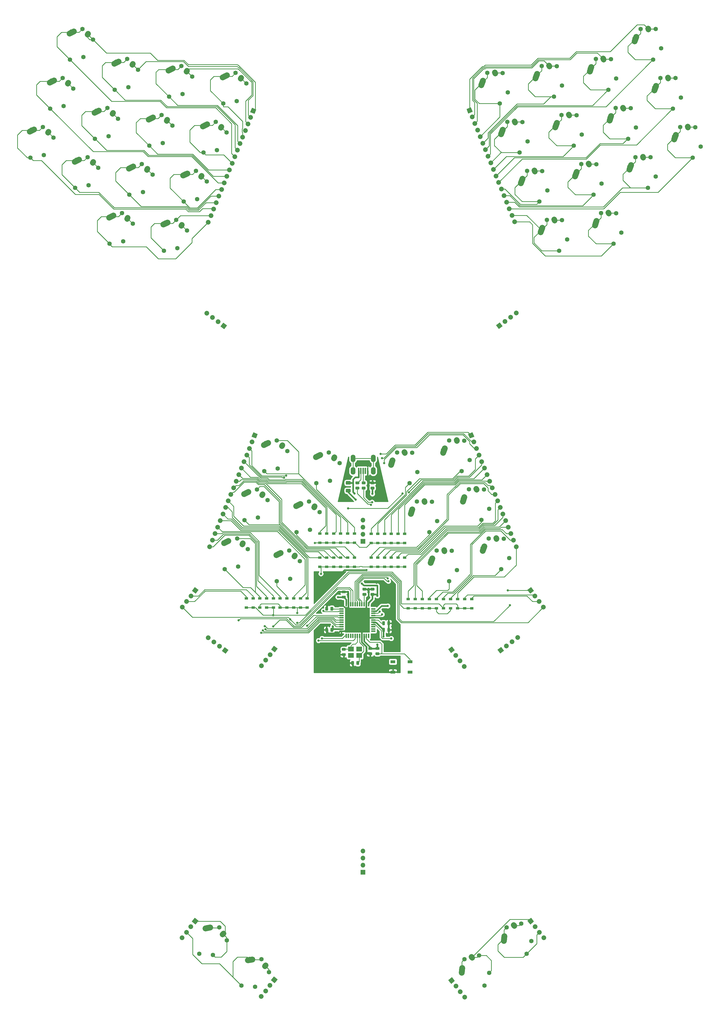
<source format=gbr>
G04 #@! TF.GenerationSoftware,KiCad,Pcbnew,(5.1.4)-1*
G04 #@! TF.CreationDate,2022-01-29T22:37:00-05:00*
G04 #@! TF.ProjectId,ThumbsUpUnsplit,5468756d-6273-4557-9055-6e73706c6974,rev?*
G04 #@! TF.SameCoordinates,Original*
G04 #@! TF.FileFunction,Copper,L2,Bot*
G04 #@! TF.FilePolarity,Positive*
%FSLAX46Y46*%
G04 Gerber Fmt 4.6, Leading zero omitted, Abs format (unit mm)*
G04 Created by KiCad (PCBNEW (5.1.4)-1) date 2022-01-29 22:37:00*
%MOMM*%
%LPD*%
G04 APERTURE LIST*
%ADD10C,1.600000*%
%ADD11C,2.100000*%
%ADD12C,2.100000*%
%ADD13C,2.000000*%
%ADD14C,2.000000*%
%ADD15C,1.700000*%
%ADD16C,1.700000*%
%ADD17C,0.100000*%
%ADD18O,1.700000X1.700000*%
%ADD19R,1.700000X1.700000*%
%ADD20O,1.700000X2.700000*%
%ADD21R,0.500000X2.250000*%
%ADD22R,1.800000X1.100000*%
%ADD23R,2.100000X1.800000*%
%ADD24R,0.550000X1.500000*%
%ADD25R,1.500000X0.550000*%
%ADD26C,0.975000*%
%ADD27C,1.250000*%
%ADD28R,1.200000X0.900000*%
%ADD29C,0.800000*%
%ADD30C,0.600000*%
%ADD31C,0.500000*%
%ADD32C,0.250000*%
%ADD33C,0.254000*%
G04 APERTURE END LIST*
D10*
X62503133Y138367804D03*
X57662612Y137465384D03*
D11*
X58216459Y147245025D03*
D12*
X57453136Y146871077D02*
X58979782Y147618973D01*
D13*
X64068233Y146579447D03*
D14*
X63980873Y146399535D02*
X64155593Y146759359D01*
D10*
X65969676Y144678752D03*
X62120431Y148498872D03*
D15*
X16607985Y110522486D03*
D16*
X16607985Y110522486D02*
X16607985Y110522486D01*
D15*
X18136595Y112551021D03*
D16*
X18136595Y112551021D02*
X18136595Y112551021D01*
D15*
X19665205Y114579555D03*
D16*
X19665205Y114579555D02*
X19665205Y114579555D01*
D15*
X21193815Y116608089D03*
D17*
G36*
X20003432Y116440792D02*
G01*
X21026518Y117798472D01*
X22384198Y116775386D01*
X21361112Y115417706D01*
X20003432Y116440792D01*
X20003432Y116440792D01*
G37*
D15*
X146408015Y110522486D03*
D16*
X146408015Y110522486D02*
X146408015Y110522486D01*
D15*
X144879405Y112551021D03*
D16*
X144879405Y112551021D02*
X144879405Y112551021D01*
D15*
X143350795Y114579555D03*
D16*
X143350795Y114579555D02*
X143350795Y114579555D01*
D15*
X141822185Y116608089D03*
D17*
G36*
X141654888Y115417706D02*
G01*
X140631802Y116775386D01*
X141989482Y117798472D01*
X143012568Y116440792D01*
X141654888Y115417706D01*
X141654888Y115417706D01*
G37*
D15*
X45055985Y89440486D03*
D16*
X45055985Y89440486D02*
X45055985Y89440486D01*
D15*
X46584595Y91469021D03*
D16*
X46584595Y91469021D02*
X46584595Y91469021D01*
D15*
X48113205Y93497555D03*
D16*
X48113205Y93497555D02*
X48113205Y93497555D01*
D15*
X49641815Y95526089D03*
D17*
G36*
X48451432Y95358792D02*
G01*
X49474518Y96716472D01*
X50832198Y95693386D01*
X49809112Y94335706D01*
X48451432Y95358792D01*
X48451432Y95358792D01*
G37*
D15*
X44950475Y-29350553D03*
D16*
X44950475Y-29350553D02*
X44950475Y-29350553D01*
D15*
X46514255Y-27349006D03*
D16*
X46514255Y-27349006D02*
X46514255Y-27349006D01*
D15*
X48078035Y-25347458D03*
D16*
X48078035Y-25347458D02*
X48078035Y-25347458D01*
D15*
X49641815Y-23345911D03*
D17*
G36*
X50834936Y-23199414D02*
G01*
X49788312Y-24539032D01*
X48448694Y-23492408D01*
X49495318Y-22152790D01*
X50834936Y-23199414D01*
X50834936Y-23199414D01*
G37*
D15*
X117960015Y89186486D03*
D16*
X117960015Y89186486D02*
X117960015Y89186486D01*
D15*
X116431405Y91215021D03*
D16*
X116431405Y91215021D02*
X116431405Y91215021D01*
D15*
X114902795Y93243555D03*
D16*
X114902795Y93243555D02*
X114902795Y93243555D01*
D15*
X113374185Y95272089D03*
D17*
G36*
X113206888Y94081706D02*
G01*
X112183802Y95439386D01*
X113541482Y96462472D01*
X114564568Y95104792D01*
X113206888Y94081706D01*
X113206888Y94081706D01*
G37*
D15*
X118065525Y-29604553D03*
D16*
X118065525Y-29604553D02*
X118065525Y-29604553D01*
D15*
X116501745Y-27603006D03*
D16*
X116501745Y-27603006D02*
X116501745Y-27603006D01*
D15*
X114937965Y-25601458D03*
D16*
X114937965Y-25601458D02*
X114937965Y-25601458D01*
D15*
X113374185Y-23599911D03*
D17*
G36*
X113520682Y-22406790D02*
G01*
X114567306Y-23746408D01*
X113227688Y-24793032D01*
X112181064Y-23453414D01*
X113520682Y-22406790D01*
X113520682Y-22406790D01*
G37*
D18*
X81534000Y141812000D03*
X81534000Y139272000D03*
X81534000Y136732000D03*
D19*
X81534000Y134192000D03*
D18*
X81534000Y22940000D03*
X81534000Y20400000D03*
X81534000Y17860000D03*
D19*
X81534000Y15320000D03*
D15*
X25410397Y216167830D03*
D16*
X25410397Y216167830D02*
X25410397Y216167830D01*
D15*
X27438932Y214639220D03*
D16*
X27438932Y214639220D02*
X27438932Y214639220D01*
D15*
X29467466Y213110610D03*
D16*
X29467466Y213110610D02*
X29467466Y213110610D01*
D15*
X31496000Y211582000D03*
D17*
G36*
X31328703Y212772383D02*
G01*
X32686383Y211749297D01*
X31663297Y210391617D01*
X30305617Y211414703D01*
X31328703Y212772383D01*
X31328703Y212772383D01*
G37*
D15*
X25918397Y99581830D03*
D16*
X25918397Y99581830D02*
X25918397Y99581830D01*
D15*
X27946932Y98053220D03*
D16*
X27946932Y98053220D02*
X27946932Y98053220D01*
D15*
X29975466Y96524610D03*
D16*
X29975466Y96524610D02*
X29975466Y96524610D01*
D15*
X32004000Y94996000D03*
D17*
G36*
X32171297Y93805617D02*
G01*
X30813617Y94828703D01*
X31836703Y96186383D01*
X33194383Y95163297D01*
X32171297Y93805617D01*
X32171297Y93805617D01*
G37*
D15*
X136619514Y216258015D03*
D16*
X136619514Y216258015D02*
X136619514Y216258015D01*
D15*
X134590979Y214729405D03*
D16*
X134590979Y214729405D02*
X134590979Y214729405D01*
D15*
X132562445Y213200795D03*
D16*
X132562445Y213200795D02*
X132562445Y213200795D01*
D15*
X130533911Y211672185D03*
D17*
G36*
X131724294Y211504888D02*
G01*
X130366614Y210481802D01*
X129343528Y211839482D01*
X130701208Y212862568D01*
X131724294Y211504888D01*
X131724294Y211504888D01*
G37*
D15*
X137127514Y99672015D03*
D16*
X137127514Y99672015D02*
X137127514Y99672015D01*
D15*
X135098979Y98143405D03*
D16*
X135098979Y98143405D02*
X135098979Y98143405D01*
D15*
X133070445Y96614795D03*
D16*
X133070445Y96614795D02*
X133070445Y96614795D01*
D15*
X131041911Y95086185D03*
D17*
G36*
X129851528Y95253482D02*
G01*
X131209208Y96276568D01*
X132232294Y94918888D01*
X130874614Y93895802D01*
X129851528Y95253482D01*
X129851528Y95253482D01*
G37*
D10*
X115326018Y123860545D03*
X112470913Y119848891D03*
D11*
X106075807Y127268510D03*
D12*
X105786484Y126469265D02*
X106365130Y128067755D01*
D13*
X110747570Y130854717D03*
D14*
X110809705Y130664614D02*
X110685435Y131044820D01*
D10*
X113435688Y130808325D03*
X108013094Y130882379D03*
X27581323Y-14390926D03*
X22672176Y-14009778D03*
D11*
X25738308Y-4706716D03*
D12*
X24904209Y-4870360D02*
X26572407Y-4543072D01*
D13*
X31218424Y-6864166D03*
D14*
X31087476Y-7015337D02*
X31349372Y-6712995D01*
D10*
X32563140Y-9192226D03*
X29833775Y-4506015D03*
X42755397Y-25825411D03*
X37846250Y-25444263D03*
D11*
X40912382Y-16141201D03*
D12*
X40078283Y-16304845D02*
X41746481Y-15977557D01*
D13*
X46392498Y-18298651D03*
D14*
X46261550Y-18449822D02*
X46523446Y-18147480D01*
D10*
X47737214Y-20626711D03*
X45007849Y-15940500D03*
X126889278Y-20830347D03*
X125169750Y-25444263D03*
D11*
X117072214Y-19932636D03*
D12*
X116999610Y-20779530D02*
X117144818Y-19085742D01*
D13*
X120656612Y-15259485D03*
D14*
X120765832Y-15427029D02*
X120547392Y-15091941D01*
D10*
X123265141Y-14608561D03*
X118008151Y-15940500D03*
X142063352Y-9395862D03*
X140343824Y-14009778D03*
D11*
X132246288Y-8498151D03*
D12*
X132173684Y-9345045D02*
X132318892Y-7651257D01*
D13*
X135830686Y-3825000D03*
D14*
X135939906Y-3992544D02*
X135721466Y-3657456D01*
D10*
X138439215Y-3174076D03*
X133182225Y-4506015D03*
D15*
X141822185Y-2263911D03*
D17*
G36*
X141968682Y-1070790D02*
G01*
X143015306Y-2410408D01*
X141675688Y-3457032D01*
X140629064Y-2117414D01*
X141968682Y-1070790D01*
X141968682Y-1070790D01*
G37*
D15*
X143385965Y-4265458D03*
D16*
X143385965Y-4265458D02*
X143385965Y-4265458D01*
D15*
X144949745Y-6267006D03*
D16*
X144949745Y-6267006D02*
X144949745Y-6267006D01*
D15*
X146513525Y-8268553D03*
D16*
X146513525Y-8268553D02*
X146513525Y-8268553D01*
D15*
X120415324Y172261397D03*
D17*
G36*
X120885015Y173367919D02*
G01*
X121521846Y171791706D01*
X119945633Y171154875D01*
X119308802Y172731088D01*
X120885015Y173367919D01*
X120885015Y173367919D01*
G37*
D15*
X121366825Y169906350D03*
D16*
X121366825Y169906350D02*
X121366825Y169906350D01*
D15*
X122318325Y167551303D03*
D16*
X122318325Y167551303D02*
X122318325Y167551303D01*
D15*
X123269826Y165196256D03*
D16*
X123269826Y165196256D02*
X123269826Y165196256D01*
D15*
X124221327Y162841209D03*
D16*
X124221327Y162841209D02*
X124221327Y162841209D01*
D15*
X125172828Y160486162D03*
D16*
X125172828Y160486162D02*
X125172828Y160486162D01*
D15*
X126124328Y158131115D03*
D16*
X126124328Y158131115D02*
X126124328Y158131115D01*
D15*
X127075829Y155776068D03*
D16*
X127075829Y155776068D02*
X127075829Y155776068D01*
D15*
X128027330Y153421021D03*
D16*
X128027330Y153421021D02*
X128027330Y153421021D01*
D15*
X128978831Y151065974D03*
D16*
X128978831Y151065974D02*
X128978831Y151065974D01*
D15*
X129930331Y148710927D03*
D16*
X129930331Y148710927D02*
X129930331Y148710927D01*
D15*
X130881832Y146355880D03*
D16*
X130881832Y146355880D02*
X130881832Y146355880D01*
D15*
X131833333Y144000833D03*
D16*
X131833333Y144000833D02*
X131833333Y144000833D01*
D15*
X132784834Y141645786D03*
D16*
X132784834Y141645786D02*
X132784834Y141645786D01*
D15*
X133736334Y139290739D03*
D16*
X133736334Y139290739D02*
X133736334Y139290739D01*
D15*
X134687835Y136935692D03*
D16*
X134687835Y136935692D02*
X134687835Y136935692D01*
D15*
X135639336Y134580645D03*
D16*
X135639336Y134580645D02*
X135639336Y134580645D01*
D15*
X136590837Y132225598D03*
D16*
X136590837Y132225598D02*
X136590837Y132225598D01*
D15*
X42600676Y172261397D03*
D17*
G36*
X43707198Y172731088D02*
G01*
X43070367Y171154875D01*
X41494154Y171791706D01*
X42130985Y173367919D01*
X43707198Y172731088D01*
X43707198Y172731088D01*
G37*
D15*
X41649175Y169906350D03*
D16*
X41649175Y169906350D02*
X41649175Y169906350D01*
D15*
X40697675Y167551303D03*
D16*
X40697675Y167551303D02*
X40697675Y167551303D01*
D15*
X39746174Y165196256D03*
D16*
X39746174Y165196256D02*
X39746174Y165196256D01*
D15*
X38794673Y162841209D03*
D16*
X38794673Y162841209D02*
X38794673Y162841209D01*
D15*
X37843172Y160486162D03*
D16*
X37843172Y160486162D02*
X37843172Y160486162D01*
D15*
X36891672Y158131115D03*
D16*
X36891672Y158131115D02*
X36891672Y158131115D01*
D15*
X35940171Y155776068D03*
D16*
X35940171Y155776068D02*
X35940171Y155776068D01*
D15*
X34988670Y153421021D03*
D16*
X34988670Y153421021D02*
X34988670Y153421021D01*
D15*
X34037169Y151065974D03*
D16*
X34037169Y151065974D02*
X34037169Y151065974D01*
D15*
X33085669Y148710927D03*
D16*
X33085669Y148710927D02*
X33085669Y148710927D01*
D15*
X32134168Y146355880D03*
D16*
X32134168Y146355880D02*
X32134168Y146355880D01*
D15*
X31182667Y144000833D03*
D16*
X31182667Y144000833D02*
X31182667Y144000833D01*
D15*
X30231166Y141645786D03*
D16*
X30231166Y141645786D02*
X30231166Y141645786D01*
D15*
X29279666Y139290739D03*
D16*
X29279666Y139290739D02*
X29279666Y139290739D01*
D15*
X28328165Y136935692D03*
D16*
X28328165Y136935692D02*
X28328165Y136935692D01*
D15*
X27376664Y134580645D03*
D16*
X27376664Y134580645D02*
X27376664Y134580645D01*
D15*
X26425163Y132225598D03*
D16*
X26425163Y132225598D02*
X26425163Y132225598D01*
D15*
X21193815Y-2263911D03*
D17*
G36*
X22386936Y-2117414D02*
G01*
X21340312Y-3457032D01*
X20000694Y-2410408D01*
X21047318Y-1070790D01*
X22386936Y-2117414D01*
X22386936Y-2117414D01*
G37*
D15*
X19630035Y-4265458D03*
D16*
X19630035Y-4265458D02*
X19630035Y-4265458D01*
D15*
X18066255Y-6267006D03*
D16*
X18066255Y-6267006D02*
X18066255Y-6267006D01*
D15*
X16502475Y-8268553D03*
D16*
X16502475Y-8268553D02*
X16502475Y-8268553D01*
D10*
X50880346Y160320271D03*
X46039825Y159417851D03*
D11*
X46593672Y169197492D03*
D12*
X45830349Y168823544D02*
X47356995Y169571440D01*
D13*
X52445446Y168531914D03*
D14*
X52358086Y168352002D02*
X52532806Y168711826D01*
D10*
X54346889Y166631219D03*
X50497644Y170451339D03*
X69620659Y155984298D03*
X64780138Y155081878D03*
D11*
X65333985Y164861519D03*
D12*
X64570662Y164487571D02*
X66097308Y165235467D01*
D13*
X71185759Y164195941D03*
D14*
X71098399Y164016029D02*
X71273119Y164375853D01*
D10*
X73087202Y162295246D03*
X69237957Y166115366D03*
X36645295Y125087285D03*
X31804774Y124184865D03*
D11*
X32358621Y133964506D03*
D12*
X31595298Y133590558D02*
X33121944Y134338454D01*
D13*
X38210395Y133298928D03*
D14*
X38123035Y133119016D02*
X38297755Y133478840D01*
D10*
X40111838Y131398233D03*
X36262593Y135218353D03*
X55385608Y120751311D03*
X50545087Y119848891D03*
D11*
X51098934Y129628532D03*
D12*
X50335611Y129254584D02*
X51862257Y130002480D01*
D13*
X56950708Y128962954D03*
D14*
X56863348Y128783042D02*
X57038068Y129142866D01*
D10*
X58852151Y127062259D03*
X55002906Y130882379D03*
X43762820Y142703778D03*
X38922299Y141801358D03*
D11*
X39476146Y151580999D03*
D12*
X38712823Y151207051D02*
X40239469Y151954947D01*
D13*
X45327920Y150915421D03*
D14*
X45240560Y150735509D02*
X45415280Y151095333D01*
D10*
X47229363Y149014726D03*
X43380118Y152834846D03*
X108208493Y141477038D03*
X105353388Y137465384D03*
D11*
X98958282Y144885003D03*
D12*
X98668959Y144085758D02*
X99247605Y145684248D01*
D13*
X103630045Y148471210D03*
D14*
X103692180Y148281107D02*
X103567910Y148661313D01*
D10*
X106318163Y148424818D03*
X100895569Y148498872D03*
X119831280Y163429505D03*
X116976175Y159417851D03*
D11*
X110581069Y166837470D03*
D12*
X110291746Y166038225D02*
X110870392Y167636715D01*
D13*
X115252832Y170423677D03*
D14*
X115314967Y170233574D02*
X115190697Y170613780D01*
D10*
X117940950Y170377285D03*
X112518356Y170451339D03*
X126918088Y145889041D03*
X124062983Y141877387D03*
D11*
X117667877Y149297006D03*
D12*
X117378554Y148497761D02*
X117957200Y150096251D01*
D13*
X122339640Y152883213D03*
D14*
X122401775Y152693110D02*
X122277505Y153073316D01*
D10*
X125027758Y152836821D03*
X119605164Y152910875D03*
X134066331Y128196519D03*
X131211226Y124184865D03*
D11*
X124816120Y131604484D03*
D12*
X124526797Y130805239D02*
X125105443Y132403729D01*
D13*
X129487883Y135190691D03*
D14*
X129550018Y135000588D02*
X129425748Y135380794D01*
D10*
X132176001Y135144299D03*
X126753407Y135218353D03*
X101090967Y159093532D03*
X98235862Y155081878D03*
D11*
X91840756Y162501497D03*
D12*
X91551433Y161702252D02*
X92130079Y163300742D01*
D13*
X96512519Y166087704D03*
D14*
X96574654Y165897601D02*
X96450384Y166277807D01*
D10*
X99200637Y166041312D03*
X93778043Y166115366D03*
D20*
X77922000Y164012000D03*
X85222000Y164012000D03*
X85222000Y159512000D03*
X77922000Y159512000D03*
D21*
X79972000Y159512000D03*
X80772000Y159512000D03*
X81572000Y159512000D03*
X82372000Y159512000D03*
X83172000Y159512000D03*
D22*
X98468750Y87231250D03*
X92268750Y90931250D03*
X98468750Y90931250D03*
X92268750Y87231250D03*
D23*
X77216000Y93204000D03*
X80116000Y93204000D03*
X80116000Y95504000D03*
X77216000Y95504000D03*
D24*
X83502000Y111618000D03*
X82702000Y111618000D03*
X81902000Y111618000D03*
X81102000Y111618000D03*
X80302000Y111618000D03*
X79502000Y111618000D03*
X78702000Y111618000D03*
X77902000Y111618000D03*
X77102000Y111618000D03*
X76302000Y111618000D03*
X75502000Y111618000D03*
D25*
X73802000Y109918000D03*
X73802000Y109118000D03*
X73802000Y108318000D03*
X73802000Y107518000D03*
X73802000Y106718000D03*
X73802000Y105918000D03*
X73802000Y105118000D03*
X73802000Y104318000D03*
X73802000Y103518000D03*
X73802000Y102718000D03*
X73802000Y101918000D03*
D24*
X75502000Y100218000D03*
X76302000Y100218000D03*
X77102000Y100218000D03*
X77902000Y100218000D03*
X78702000Y100218000D03*
X79502000Y100218000D03*
X80302000Y100218000D03*
X81102000Y100218000D03*
X81902000Y100218000D03*
X82702000Y100218000D03*
X83502000Y100218000D03*
D25*
X85202000Y101918000D03*
X85202000Y102718000D03*
X85202000Y103518000D03*
X85202000Y104318000D03*
X85202000Y105118000D03*
X85202000Y105918000D03*
X85202000Y106718000D03*
X85202000Y107518000D03*
X85202000Y108318000D03*
X85202000Y109118000D03*
X85202000Y109918000D03*
D17*
G36*
X70598892Y110680076D02*
G01*
X70622553Y110676566D01*
X70645757Y110670754D01*
X70668279Y110662696D01*
X70689903Y110652468D01*
X70710420Y110640171D01*
X70729633Y110625921D01*
X70747357Y110609857D01*
X70763421Y110592133D01*
X70777671Y110572920D01*
X70789968Y110552403D01*
X70800196Y110530779D01*
X70808254Y110508257D01*
X70814066Y110485053D01*
X70817576Y110461392D01*
X70818750Y110437500D01*
X70818750Y109525000D01*
X70817576Y109501108D01*
X70814066Y109477447D01*
X70808254Y109454243D01*
X70800196Y109431721D01*
X70789968Y109410097D01*
X70777671Y109389580D01*
X70763421Y109370367D01*
X70747357Y109352643D01*
X70729633Y109336579D01*
X70710420Y109322329D01*
X70689903Y109310032D01*
X70668279Y109299804D01*
X70645757Y109291746D01*
X70622553Y109285934D01*
X70598892Y109282424D01*
X70575000Y109281250D01*
X70087500Y109281250D01*
X70063608Y109282424D01*
X70039947Y109285934D01*
X70016743Y109291746D01*
X69994221Y109299804D01*
X69972597Y109310032D01*
X69952080Y109322329D01*
X69932867Y109336579D01*
X69915143Y109352643D01*
X69899079Y109370367D01*
X69884829Y109389580D01*
X69872532Y109410097D01*
X69862304Y109431721D01*
X69854246Y109454243D01*
X69848434Y109477447D01*
X69844924Y109501108D01*
X69843750Y109525000D01*
X69843750Y110437500D01*
X69844924Y110461392D01*
X69848434Y110485053D01*
X69854246Y110508257D01*
X69862304Y110530779D01*
X69872532Y110552403D01*
X69884829Y110572920D01*
X69899079Y110592133D01*
X69915143Y110609857D01*
X69932867Y110625921D01*
X69952080Y110640171D01*
X69972597Y110652468D01*
X69994221Y110662696D01*
X70016743Y110670754D01*
X70039947Y110676566D01*
X70063608Y110680076D01*
X70087500Y110681250D01*
X70575000Y110681250D01*
X70598892Y110680076D01*
X70598892Y110680076D01*
G37*
D26*
X70331250Y109981250D03*
D17*
G36*
X68723892Y110680076D02*
G01*
X68747553Y110676566D01*
X68770757Y110670754D01*
X68793279Y110662696D01*
X68814903Y110652468D01*
X68835420Y110640171D01*
X68854633Y110625921D01*
X68872357Y110609857D01*
X68888421Y110592133D01*
X68902671Y110572920D01*
X68914968Y110552403D01*
X68925196Y110530779D01*
X68933254Y110508257D01*
X68939066Y110485053D01*
X68942576Y110461392D01*
X68943750Y110437500D01*
X68943750Y109525000D01*
X68942576Y109501108D01*
X68939066Y109477447D01*
X68933254Y109454243D01*
X68925196Y109431721D01*
X68914968Y109410097D01*
X68902671Y109389580D01*
X68888421Y109370367D01*
X68872357Y109352643D01*
X68854633Y109336579D01*
X68835420Y109322329D01*
X68814903Y109310032D01*
X68793279Y109299804D01*
X68770757Y109291746D01*
X68747553Y109285934D01*
X68723892Y109282424D01*
X68700000Y109281250D01*
X68212500Y109281250D01*
X68188608Y109282424D01*
X68164947Y109285934D01*
X68141743Y109291746D01*
X68119221Y109299804D01*
X68097597Y109310032D01*
X68077080Y109322329D01*
X68057867Y109336579D01*
X68040143Y109352643D01*
X68024079Y109370367D01*
X68009829Y109389580D01*
X67997532Y109410097D01*
X67987304Y109431721D01*
X67979246Y109454243D01*
X67973434Y109477447D01*
X67969924Y109501108D01*
X67968750Y109525000D01*
X67968750Y110437500D01*
X67969924Y110461392D01*
X67973434Y110485053D01*
X67979246Y110508257D01*
X67987304Y110530779D01*
X67997532Y110552403D01*
X68009829Y110572920D01*
X68024079Y110592133D01*
X68040143Y110609857D01*
X68057867Y110625921D01*
X68077080Y110640171D01*
X68097597Y110652468D01*
X68119221Y110662696D01*
X68141743Y110670754D01*
X68164947Y110676566D01*
X68188608Y110680076D01*
X68212500Y110681250D01*
X68700000Y110681250D01*
X68723892Y110680076D01*
X68723892Y110680076D01*
G37*
D26*
X68456250Y109981250D03*
D17*
G36*
X87192642Y94305076D02*
G01*
X87216303Y94301566D01*
X87239507Y94295754D01*
X87262029Y94287696D01*
X87283653Y94277468D01*
X87304170Y94265171D01*
X87323383Y94250921D01*
X87341107Y94234857D01*
X87357171Y94217133D01*
X87371421Y94197920D01*
X87383718Y94177403D01*
X87393946Y94155779D01*
X87402004Y94133257D01*
X87407816Y94110053D01*
X87411326Y94086392D01*
X87412500Y94062500D01*
X87412500Y93575000D01*
X87411326Y93551108D01*
X87407816Y93527447D01*
X87402004Y93504243D01*
X87393946Y93481721D01*
X87383718Y93460097D01*
X87371421Y93439580D01*
X87357171Y93420367D01*
X87341107Y93402643D01*
X87323383Y93386579D01*
X87304170Y93372329D01*
X87283653Y93360032D01*
X87262029Y93349804D01*
X87239507Y93341746D01*
X87216303Y93335934D01*
X87192642Y93332424D01*
X87168750Y93331250D01*
X86256250Y93331250D01*
X86232358Y93332424D01*
X86208697Y93335934D01*
X86185493Y93341746D01*
X86162971Y93349804D01*
X86141347Y93360032D01*
X86120830Y93372329D01*
X86101617Y93386579D01*
X86083893Y93402643D01*
X86067829Y93420367D01*
X86053579Y93439580D01*
X86041282Y93460097D01*
X86031054Y93481721D01*
X86022996Y93504243D01*
X86017184Y93527447D01*
X86013674Y93551108D01*
X86012500Y93575000D01*
X86012500Y94062500D01*
X86013674Y94086392D01*
X86017184Y94110053D01*
X86022996Y94133257D01*
X86031054Y94155779D01*
X86041282Y94177403D01*
X86053579Y94197920D01*
X86067829Y94217133D01*
X86083893Y94234857D01*
X86101617Y94250921D01*
X86120830Y94265171D01*
X86141347Y94277468D01*
X86162971Y94287696D01*
X86185493Y94295754D01*
X86208697Y94301566D01*
X86232358Y94305076D01*
X86256250Y94306250D01*
X87168750Y94306250D01*
X87192642Y94305076D01*
X87192642Y94305076D01*
G37*
D26*
X86712500Y93818750D03*
D17*
G36*
X87192642Y96180076D02*
G01*
X87216303Y96176566D01*
X87239507Y96170754D01*
X87262029Y96162696D01*
X87283653Y96152468D01*
X87304170Y96140171D01*
X87323383Y96125921D01*
X87341107Y96109857D01*
X87357171Y96092133D01*
X87371421Y96072920D01*
X87383718Y96052403D01*
X87393946Y96030779D01*
X87402004Y96008257D01*
X87407816Y95985053D01*
X87411326Y95961392D01*
X87412500Y95937500D01*
X87412500Y95450000D01*
X87411326Y95426108D01*
X87407816Y95402447D01*
X87402004Y95379243D01*
X87393946Y95356721D01*
X87383718Y95335097D01*
X87371421Y95314580D01*
X87357171Y95295367D01*
X87341107Y95277643D01*
X87323383Y95261579D01*
X87304170Y95247329D01*
X87283653Y95235032D01*
X87262029Y95224804D01*
X87239507Y95216746D01*
X87216303Y95210934D01*
X87192642Y95207424D01*
X87168750Y95206250D01*
X86256250Y95206250D01*
X86232358Y95207424D01*
X86208697Y95210934D01*
X86185493Y95216746D01*
X86162971Y95224804D01*
X86141347Y95235032D01*
X86120830Y95247329D01*
X86101617Y95261579D01*
X86083893Y95277643D01*
X86067829Y95295367D01*
X86053579Y95314580D01*
X86041282Y95335097D01*
X86031054Y95356721D01*
X86022996Y95379243D01*
X86017184Y95402447D01*
X86013674Y95426108D01*
X86012500Y95450000D01*
X86012500Y95937500D01*
X86013674Y95961392D01*
X86017184Y95985053D01*
X86022996Y96008257D01*
X86031054Y96030779D01*
X86041282Y96052403D01*
X86053579Y96072920D01*
X86067829Y96092133D01*
X86083893Y96109857D01*
X86101617Y96125921D01*
X86120830Y96140171D01*
X86141347Y96152468D01*
X86162971Y96162696D01*
X86185493Y96170754D01*
X86208697Y96176566D01*
X86232358Y96180076D01*
X86256250Y96181250D01*
X87168750Y96181250D01*
X87192642Y96180076D01*
X87192642Y96180076D01*
G37*
D26*
X86712500Y95693750D03*
D17*
G36*
X82236392Y155686326D02*
G01*
X82260053Y155682816D01*
X82283257Y155677004D01*
X82305779Y155668946D01*
X82327403Y155658718D01*
X82347920Y155646421D01*
X82367133Y155632171D01*
X82384857Y155616107D01*
X82400921Y155598383D01*
X82415171Y155579170D01*
X82427468Y155558653D01*
X82437696Y155537029D01*
X82445754Y155514507D01*
X82451566Y155491303D01*
X82455076Y155467642D01*
X82456250Y155443750D01*
X82456250Y154956250D01*
X82455076Y154932358D01*
X82451566Y154908697D01*
X82445754Y154885493D01*
X82437696Y154862971D01*
X82427468Y154841347D01*
X82415171Y154820830D01*
X82400921Y154801617D01*
X82384857Y154783893D01*
X82367133Y154767829D01*
X82347920Y154753579D01*
X82327403Y154741282D01*
X82305779Y154731054D01*
X82283257Y154722996D01*
X82260053Y154717184D01*
X82236392Y154713674D01*
X82212500Y154712500D01*
X81300000Y154712500D01*
X81276108Y154713674D01*
X81252447Y154717184D01*
X81229243Y154722996D01*
X81206721Y154731054D01*
X81185097Y154741282D01*
X81164580Y154753579D01*
X81145367Y154767829D01*
X81127643Y154783893D01*
X81111579Y154801617D01*
X81097329Y154820830D01*
X81085032Y154841347D01*
X81074804Y154862971D01*
X81066746Y154885493D01*
X81060934Y154908697D01*
X81057424Y154932358D01*
X81056250Y154956250D01*
X81056250Y155443750D01*
X81057424Y155467642D01*
X81060934Y155491303D01*
X81066746Y155514507D01*
X81074804Y155537029D01*
X81085032Y155558653D01*
X81097329Y155579170D01*
X81111579Y155598383D01*
X81127643Y155616107D01*
X81145367Y155632171D01*
X81164580Y155646421D01*
X81185097Y155658718D01*
X81206721Y155668946D01*
X81229243Y155677004D01*
X81252447Y155682816D01*
X81276108Y155686326D01*
X81300000Y155687500D01*
X82212500Y155687500D01*
X82236392Y155686326D01*
X82236392Y155686326D01*
G37*
D26*
X81756250Y155200000D03*
D17*
G36*
X82236392Y153811326D02*
G01*
X82260053Y153807816D01*
X82283257Y153802004D01*
X82305779Y153793946D01*
X82327403Y153783718D01*
X82347920Y153771421D01*
X82367133Y153757171D01*
X82384857Y153741107D01*
X82400921Y153723383D01*
X82415171Y153704170D01*
X82427468Y153683653D01*
X82437696Y153662029D01*
X82445754Y153639507D01*
X82451566Y153616303D01*
X82455076Y153592642D01*
X82456250Y153568750D01*
X82456250Y153081250D01*
X82455076Y153057358D01*
X82451566Y153033697D01*
X82445754Y153010493D01*
X82437696Y152987971D01*
X82427468Y152966347D01*
X82415171Y152945830D01*
X82400921Y152926617D01*
X82384857Y152908893D01*
X82367133Y152892829D01*
X82347920Y152878579D01*
X82327403Y152866282D01*
X82305779Y152856054D01*
X82283257Y152847996D01*
X82260053Y152842184D01*
X82236392Y152838674D01*
X82212500Y152837500D01*
X81300000Y152837500D01*
X81276108Y152838674D01*
X81252447Y152842184D01*
X81229243Y152847996D01*
X81206721Y152856054D01*
X81185097Y152866282D01*
X81164580Y152878579D01*
X81145367Y152892829D01*
X81127643Y152908893D01*
X81111579Y152926617D01*
X81097329Y152945830D01*
X81085032Y152966347D01*
X81074804Y152987971D01*
X81066746Y153010493D01*
X81060934Y153033697D01*
X81057424Y153057358D01*
X81056250Y153081250D01*
X81056250Y153568750D01*
X81057424Y153592642D01*
X81060934Y153616303D01*
X81066746Y153639507D01*
X81074804Y153662029D01*
X81085032Y153683653D01*
X81097329Y153704170D01*
X81111579Y153723383D01*
X81127643Y153741107D01*
X81145367Y153757171D01*
X81164580Y153771421D01*
X81185097Y153783718D01*
X81206721Y153793946D01*
X81229243Y153802004D01*
X81252447Y153807816D01*
X81276108Y153811326D01*
X81300000Y153812500D01*
X82212500Y153812500D01*
X82236392Y153811326D01*
X82236392Y153811326D01*
G37*
D26*
X81756250Y153325000D03*
D17*
G36*
X79982142Y155686326D02*
G01*
X80005803Y155682816D01*
X80029007Y155677004D01*
X80051529Y155668946D01*
X80073153Y155658718D01*
X80093670Y155646421D01*
X80112883Y155632171D01*
X80130607Y155616107D01*
X80146671Y155598383D01*
X80160921Y155579170D01*
X80173218Y155558653D01*
X80183446Y155537029D01*
X80191504Y155514507D01*
X80197316Y155491303D01*
X80200826Y155467642D01*
X80202000Y155443750D01*
X80202000Y154956250D01*
X80200826Y154932358D01*
X80197316Y154908697D01*
X80191504Y154885493D01*
X80183446Y154862971D01*
X80173218Y154841347D01*
X80160921Y154820830D01*
X80146671Y154801617D01*
X80130607Y154783893D01*
X80112883Y154767829D01*
X80093670Y154753579D01*
X80073153Y154741282D01*
X80051529Y154731054D01*
X80029007Y154722996D01*
X80005803Y154717184D01*
X79982142Y154713674D01*
X79958250Y154712500D01*
X79045750Y154712500D01*
X79021858Y154713674D01*
X78998197Y154717184D01*
X78974993Y154722996D01*
X78952471Y154731054D01*
X78930847Y154741282D01*
X78910330Y154753579D01*
X78891117Y154767829D01*
X78873393Y154783893D01*
X78857329Y154801617D01*
X78843079Y154820830D01*
X78830782Y154841347D01*
X78820554Y154862971D01*
X78812496Y154885493D01*
X78806684Y154908697D01*
X78803174Y154932358D01*
X78802000Y154956250D01*
X78802000Y155443750D01*
X78803174Y155467642D01*
X78806684Y155491303D01*
X78812496Y155514507D01*
X78820554Y155537029D01*
X78830782Y155558653D01*
X78843079Y155579170D01*
X78857329Y155598383D01*
X78873393Y155616107D01*
X78891117Y155632171D01*
X78910330Y155646421D01*
X78930847Y155658718D01*
X78952471Y155668946D01*
X78974993Y155677004D01*
X78998197Y155682816D01*
X79021858Y155686326D01*
X79045750Y155687500D01*
X79958250Y155687500D01*
X79982142Y155686326D01*
X79982142Y155686326D01*
G37*
D26*
X79502000Y155200000D03*
D17*
G36*
X79982142Y153811326D02*
G01*
X80005803Y153807816D01*
X80029007Y153802004D01*
X80051529Y153793946D01*
X80073153Y153783718D01*
X80093670Y153771421D01*
X80112883Y153757171D01*
X80130607Y153741107D01*
X80146671Y153723383D01*
X80160921Y153704170D01*
X80173218Y153683653D01*
X80183446Y153662029D01*
X80191504Y153639507D01*
X80197316Y153616303D01*
X80200826Y153592642D01*
X80202000Y153568750D01*
X80202000Y153081250D01*
X80200826Y153057358D01*
X80197316Y153033697D01*
X80191504Y153010493D01*
X80183446Y152987971D01*
X80173218Y152966347D01*
X80160921Y152945830D01*
X80146671Y152926617D01*
X80130607Y152908893D01*
X80112883Y152892829D01*
X80093670Y152878579D01*
X80073153Y152866282D01*
X80051529Y152856054D01*
X80029007Y152847996D01*
X80005803Y152842184D01*
X79982142Y152838674D01*
X79958250Y152837500D01*
X79045750Y152837500D01*
X79021858Y152838674D01*
X78998197Y152842184D01*
X78974993Y152847996D01*
X78952471Y152856054D01*
X78930847Y152866282D01*
X78910330Y152878579D01*
X78891117Y152892829D01*
X78873393Y152908893D01*
X78857329Y152926617D01*
X78843079Y152945830D01*
X78830782Y152966347D01*
X78820554Y152987971D01*
X78812496Y153010493D01*
X78806684Y153033697D01*
X78803174Y153057358D01*
X78802000Y153081250D01*
X78802000Y153568750D01*
X78803174Y153592642D01*
X78806684Y153616303D01*
X78812496Y153639507D01*
X78820554Y153662029D01*
X78830782Y153683653D01*
X78843079Y153704170D01*
X78857329Y153723383D01*
X78873393Y153741107D01*
X78891117Y153757171D01*
X78910330Y153771421D01*
X78930847Y153783718D01*
X78952471Y153793946D01*
X78974993Y153802004D01*
X78998197Y153807816D01*
X79021858Y153811326D01*
X79045750Y153812500D01*
X79958250Y153812500D01*
X79982142Y153811326D01*
X79982142Y153811326D01*
G37*
D26*
X79502000Y153325000D03*
D10*
X195587560Y283056006D03*
X201010154Y282981952D03*
D13*
X198322036Y283028344D03*
D14*
X198384171Y282838241D02*
X198259901Y283218447D01*
D11*
X193650273Y279442137D03*
D12*
X193360950Y278642892D02*
X193939596Y280241382D01*
D10*
X200045379Y272022518D03*
X202900484Y276034172D03*
X188470035Y300672499D03*
X193892629Y300598445D03*
D13*
X191204511Y300644837D03*
D14*
X191266646Y300454734D02*
X191142376Y300834940D01*
D11*
X186532748Y297058630D03*
D12*
X186243425Y296259385D02*
X186822071Y297857875D01*
D10*
X192927854Y289639011D03*
X195782959Y293650665D03*
X181352509Y318288992D03*
X186775103Y318214938D03*
D13*
X184086985Y318261330D03*
D14*
X184149120Y318071227D02*
X184024850Y318451433D01*
D11*
X179415222Y314675123D03*
D12*
X179125899Y313875878D02*
X179704545Y315474368D01*
D10*
X185810328Y307255504D03*
X188665433Y311267158D03*
X179469493Y272229745D03*
X184892087Y272155691D03*
D13*
X182203969Y272202083D03*
D14*
X182266104Y272011980D02*
X182141834Y272392186D01*
D11*
X177532206Y268615876D03*
D12*
X177242883Y267816631D02*
X177821529Y269415121D01*
D10*
X183927312Y261196257D03*
X186782417Y265207911D03*
X172351968Y289846238D03*
X177774562Y289772184D03*
D13*
X175086444Y289818576D03*
D14*
X175148579Y289628473D02*
X175024309Y290008679D01*
D11*
X170414681Y286232369D03*
D12*
X170125358Y285433124D02*
X170704004Y287031614D01*
D10*
X176809787Y278812750D03*
X179664892Y282824404D03*
X165234443Y307462731D03*
X170657037Y307388677D03*
D13*
X167968919Y307435069D03*
D14*
X168031054Y307244966D02*
X167906784Y307625172D01*
D11*
X163297156Y303848862D03*
D12*
X163007833Y303049617D02*
X163586479Y304648107D01*
D10*
X169692262Y296429243D03*
X172547367Y300440897D03*
X174410416Y245109812D03*
X171555311Y241098158D03*
D11*
X165160205Y248517777D03*
D12*
X164870882Y247718532D02*
X165449528Y249317022D01*
D13*
X169831968Y252103984D03*
D14*
X169894103Y251913881D02*
X169769833Y252294087D01*
D10*
X172520086Y252057592D03*
X167097492Y252131646D03*
X159979967Y269748139D03*
X165402561Y269674085D03*
D13*
X162714443Y269720477D03*
D14*
X162776578Y269530374D02*
X162652308Y269910580D01*
D11*
X158042680Y266134270D03*
D12*
X157753357Y265335025D02*
X158332003Y266933515D01*
D10*
X164437786Y258714651D03*
X167292891Y262726305D03*
X152862442Y287364632D03*
X158285036Y287290578D03*
D13*
X155596918Y287336970D03*
D14*
X155659053Y287146867D02*
X155534783Y287527073D01*
D11*
X150925155Y283750763D03*
D12*
X150635832Y282951518D02*
X151214478Y284550008D01*
D10*
X157320261Y276331144D03*
X160175366Y280342798D03*
X145744916Y304981125D03*
X151167510Y304907071D03*
D13*
X148479392Y304953463D03*
D14*
X148541527Y304763360D02*
X148417257Y305143566D01*
D11*
X143807629Y301367256D03*
D12*
X143518306Y300568011D02*
X144096952Y302166501D01*
D10*
X150202735Y293947637D03*
X153057840Y297959291D03*
X147607966Y249650040D03*
X153030560Y249575986D03*
D13*
X150342442Y249622378D03*
D14*
X150404577Y249432275D02*
X150280307Y249812481D01*
D11*
X145670679Y246036171D03*
D12*
X145381356Y245236926D02*
X145960002Y246835416D01*
D10*
X152065785Y238616552D03*
X154920890Y242628206D03*
X140490441Y267266533D03*
X145913035Y267192479D03*
D13*
X143224917Y267238871D03*
D14*
X143287052Y267048768D02*
X143162782Y267428974D01*
D11*
X138553154Y263652664D03*
D12*
X138263831Y262853419D02*
X138842477Y264451909D01*
D10*
X144948260Y256233045D03*
X147803365Y260244699D03*
X133372915Y284883026D03*
X138795509Y284808972D03*
D13*
X136107391Y284855364D03*
D14*
X136169526Y284665261D02*
X136045256Y285045467D01*
D11*
X131435628Y281269157D03*
D12*
X131146305Y280469912D02*
X131724951Y282068402D01*
D10*
X137830734Y273849538D03*
X140685839Y277861192D03*
X126255390Y302499519D03*
X131677984Y302425465D03*
D13*
X128989866Y302471857D03*
D14*
X129052001Y302281754D02*
X128927731Y302661960D01*
D11*
X124318103Y298885650D03*
D12*
X124028780Y298086405D02*
X124607426Y299684895D01*
D10*
X130713209Y291466031D03*
X133568314Y295477685D03*
X14392034Y249650040D03*
X18241279Y245829920D03*
D13*
X16339836Y247730615D03*
D14*
X16252476Y247550703D02*
X16427196Y247910527D01*
D11*
X10488062Y248396193D03*
D12*
X9724739Y248022245D02*
X11251385Y248770141D01*
D10*
X9934215Y238616552D03*
X14774736Y239518972D03*
X21509559Y267266533D03*
X25358804Y263446413D03*
D13*
X23457361Y265347108D03*
D14*
X23370001Y265167196D02*
X23544721Y265527020D01*
D11*
X17605587Y266012686D03*
D12*
X16842264Y265638738D02*
X18368910Y266386634D01*
D10*
X17051740Y256233045D03*
X21892261Y257135465D03*
X28627085Y284883026D03*
X32476330Y281062906D03*
D13*
X30574887Y282963601D03*
D14*
X30487527Y282783689D02*
X30662247Y283143513D01*
D11*
X24723113Y283629179D03*
D12*
X23959790Y283255231D02*
X25486436Y284003127D01*
D10*
X24169266Y273849538D03*
X29009787Y274751958D03*
X35744610Y302499519D03*
X39593855Y298679399D03*
D13*
X37692412Y300580094D03*
D14*
X37605052Y300400182D02*
X37779772Y300760006D01*
D11*
X31840638Y301245672D03*
D12*
X31077315Y300871724D02*
X32603961Y301619620D01*
D10*
X31286791Y291466031D03*
X36127312Y292368451D03*
X-5097492Y252131646D03*
X-1248247Y248311526D03*
D13*
X-3149690Y250212221D03*
D14*
X-3237050Y250032309D02*
X-3062330Y250392133D01*
D11*
X-9001464Y250877799D03*
D12*
X-9764787Y250503851D02*
X-8238141Y251251747D01*
D10*
X-9555311Y241098158D03*
X-4714790Y242000578D03*
X2020033Y269748139D03*
X5869278Y265928019D03*
D13*
X3967835Y267828714D03*
D14*
X3880475Y267648802D02*
X4055195Y268008626D01*
D11*
X-1883939Y268494292D03*
D12*
X-2647262Y268120344D02*
X-1120616Y268868240D01*
D10*
X-2437786Y258714651D03*
X2402735Y259617071D03*
X9137558Y287364632D03*
X12986803Y283544512D03*
D13*
X11085360Y285445207D03*
D14*
X10998000Y285265295D02*
X11172720Y285625119D01*
D11*
X5233586Y286110785D03*
D12*
X4470263Y285736837D02*
X5996909Y286484733D01*
D10*
X4679739Y276331144D03*
X9520260Y277233564D03*
X16255084Y304981125D03*
X20104329Y301161005D03*
D13*
X18202886Y303061700D03*
D14*
X18115526Y302881788D02*
X18290246Y303241612D01*
D11*
X12351112Y303727278D03*
D12*
X11587789Y303353330D02*
X13114435Y304101226D01*
D10*
X11797265Y293947637D03*
X16637786Y294850057D03*
X-17469493Y272229745D03*
X-13620248Y268409625D03*
D13*
X-15521691Y270310320D03*
D14*
X-15609051Y270130408D02*
X-15434331Y270490232D01*
D11*
X-21373465Y270975898D03*
D12*
X-22136788Y270601950D02*
X-20610142Y271349846D01*
D10*
X-21927312Y261196257D03*
X-17086791Y262098677D03*
X-10351968Y289846238D03*
X-6502723Y286026118D03*
D13*
X-8404166Y287926813D03*
D14*
X-8491526Y287746901D02*
X-8316806Y288106725D01*
D11*
X-14255940Y288592391D03*
D12*
X-15019263Y288218443D02*
X-13492617Y288966339D01*
D10*
X-14809787Y278812750D03*
X-9969266Y279715170D03*
X-3234443Y307462731D03*
X614802Y303642611D03*
D13*
X-1286641Y305543306D03*
D14*
X-1374001Y305363394D02*
X-1199281Y305723218D01*
D11*
X-7138415Y306208884D03*
D12*
X-7901738Y305834936D02*
X-6375092Y306582832D01*
D10*
X-7692262Y296429243D03*
X-2851741Y297331663D03*
X-33587560Y283056006D03*
X-29738315Y279235886D03*
D13*
X-31639758Y281136581D03*
D14*
X-31727118Y280956669D02*
X-31552398Y281316493D01*
D11*
X-37491532Y281802159D03*
D12*
X-38254855Y281428211D02*
X-36728209Y282176107D01*
D10*
X-38045379Y272022518D03*
X-33204858Y272924938D03*
X-26470035Y300672499D03*
X-22620790Y296852379D03*
D13*
X-24522233Y298753074D03*
D14*
X-24609593Y298573162D02*
X-24434873Y298932986D01*
D11*
X-30374007Y299418652D03*
D12*
X-31137330Y299044704D02*
X-29610684Y299792600D01*
D10*
X-30927854Y289639011D03*
X-26087333Y290541431D03*
X-19352509Y318288992D03*
X-15503264Y314468872D03*
D13*
X-17404707Y316369567D03*
D14*
X-17492067Y316189655D02*
X-17317347Y316549479D01*
D11*
X-23256481Y317035145D03*
D12*
X-24019804Y316661197D02*
X-22493158Y317409093D01*
D10*
X-23810328Y307255504D03*
X-18969807Y308157924D03*
D15*
X136022900Y248959947D03*
D16*
X136022900Y248959947D02*
X136022900Y248959947D01*
D15*
X135071399Y251314994D03*
D16*
X135071399Y251314994D02*
X135071399Y251314994D01*
D15*
X134119898Y253670041D03*
D16*
X134119898Y253670041D02*
X134119898Y253670041D01*
D15*
X133168397Y256025088D03*
D16*
X133168397Y256025088D02*
X133168397Y256025088D01*
D15*
X132216897Y258380135D03*
D16*
X132216897Y258380135D02*
X132216897Y258380135D01*
D15*
X131265396Y260735182D03*
D16*
X131265396Y260735182D02*
X131265396Y260735182D01*
D15*
X130313895Y263090229D03*
D16*
X130313895Y263090229D02*
X130313895Y263090229D01*
D15*
X129362394Y265445276D03*
D16*
X129362394Y265445276D02*
X129362394Y265445276D01*
D15*
X128410894Y267800323D03*
D16*
X128410894Y267800323D02*
X128410894Y267800323D01*
D15*
X127459393Y270155370D03*
D16*
X127459393Y270155370D02*
X127459393Y270155370D01*
D15*
X126507892Y272510417D03*
D16*
X126507892Y272510417D02*
X126507892Y272510417D01*
D15*
X125556391Y274865464D03*
D16*
X125556391Y274865464D02*
X125556391Y274865464D01*
D15*
X124604891Y277220511D03*
D16*
X124604891Y277220511D02*
X124604891Y277220511D01*
D15*
X123653390Y279575558D03*
D16*
X123653390Y279575558D02*
X123653390Y279575558D01*
D15*
X122701889Y281930605D03*
D16*
X122701889Y281930605D02*
X122701889Y281930605D01*
D15*
X121750388Y284285652D03*
D16*
X121750388Y284285652D02*
X121750388Y284285652D01*
D15*
X120798888Y286640699D03*
D16*
X120798888Y286640699D02*
X120798888Y286640699D01*
D15*
X119847387Y288995746D03*
D17*
G36*
X119377696Y287889224D02*
G01*
X118740865Y289465437D01*
X120317078Y290102268D01*
X120953909Y288526055D01*
X119377696Y287889224D01*
X119377696Y287889224D01*
G37*
D15*
X25917163Y248811598D03*
D16*
X25917163Y248811598D02*
X25917163Y248811598D01*
D15*
X26868664Y251166645D03*
D16*
X26868664Y251166645D02*
X26868664Y251166645D01*
D15*
X27820165Y253521692D03*
D16*
X27820165Y253521692D02*
X27820165Y253521692D01*
D15*
X28771666Y255876739D03*
D16*
X28771666Y255876739D02*
X28771666Y255876739D01*
D15*
X29723166Y258231786D03*
D16*
X29723166Y258231786D02*
X29723166Y258231786D01*
D15*
X30674667Y260586833D03*
D16*
X30674667Y260586833D02*
X30674667Y260586833D01*
D15*
X31626168Y262941880D03*
D16*
X31626168Y262941880D02*
X31626168Y262941880D01*
D15*
X32577669Y265296927D03*
D16*
X32577669Y265296927D02*
X32577669Y265296927D01*
D15*
X33529169Y267651974D03*
D16*
X33529169Y267651974D02*
X33529169Y267651974D01*
D15*
X34480670Y270007021D03*
D16*
X34480670Y270007021D02*
X34480670Y270007021D01*
D15*
X35432171Y272362068D03*
D16*
X35432171Y272362068D02*
X35432171Y272362068D01*
D15*
X36383672Y274717115D03*
D16*
X36383672Y274717115D02*
X36383672Y274717115D01*
D15*
X37335172Y277072162D03*
D16*
X37335172Y277072162D02*
X37335172Y277072162D01*
D15*
X38286673Y279427209D03*
D16*
X38286673Y279427209D02*
X38286673Y279427209D01*
D15*
X39238174Y281782256D03*
D16*
X39238174Y281782256D02*
X39238174Y281782256D01*
D15*
X40189675Y284137303D03*
D16*
X40189675Y284137303D02*
X40189675Y284137303D01*
D15*
X41141175Y286492350D03*
D16*
X41141175Y286492350D02*
X41141175Y286492350D01*
D15*
X42092676Y288847397D03*
D17*
G36*
X40986154Y288377706D02*
G01*
X41622985Y289953919D01*
X43199198Y289317088D01*
X42562367Y287740875D01*
X40986154Y288377706D01*
X40986154Y288377706D01*
G37*
G36*
X76849504Y155823796D02*
G01*
X76873773Y155820196D01*
X76897571Y155814235D01*
X76920671Y155805970D01*
X76942849Y155795480D01*
X76963893Y155782867D01*
X76983598Y155768253D01*
X77001777Y155751777D01*
X77018253Y155733598D01*
X77032867Y155713893D01*
X77045480Y155692849D01*
X77055970Y155670671D01*
X77064235Y155647571D01*
X77070196Y155623773D01*
X77073796Y155599504D01*
X77075000Y155575000D01*
X77075000Y154825000D01*
X77073796Y154800496D01*
X77070196Y154776227D01*
X77064235Y154752429D01*
X77055970Y154729329D01*
X77045480Y154707151D01*
X77032867Y154686107D01*
X77018253Y154666402D01*
X77001777Y154648223D01*
X76983598Y154631747D01*
X76963893Y154617133D01*
X76942849Y154604520D01*
X76920671Y154594030D01*
X76897571Y154585765D01*
X76873773Y154579804D01*
X76849504Y154576204D01*
X76825000Y154575000D01*
X75575000Y154575000D01*
X75550496Y154576204D01*
X75526227Y154579804D01*
X75502429Y154585765D01*
X75479329Y154594030D01*
X75457151Y154604520D01*
X75436107Y154617133D01*
X75416402Y154631747D01*
X75398223Y154648223D01*
X75381747Y154666402D01*
X75367133Y154686107D01*
X75354520Y154707151D01*
X75344030Y154729329D01*
X75335765Y154752429D01*
X75329804Y154776227D01*
X75326204Y154800496D01*
X75325000Y154825000D01*
X75325000Y155575000D01*
X75326204Y155599504D01*
X75329804Y155623773D01*
X75335765Y155647571D01*
X75344030Y155670671D01*
X75354520Y155692849D01*
X75367133Y155713893D01*
X75381747Y155733598D01*
X75398223Y155751777D01*
X75416402Y155768253D01*
X75436107Y155782867D01*
X75457151Y155795480D01*
X75479329Y155805970D01*
X75502429Y155814235D01*
X75526227Y155820196D01*
X75550496Y155823796D01*
X75575000Y155825000D01*
X76825000Y155825000D01*
X76849504Y155823796D01*
X76849504Y155823796D01*
G37*
D27*
X76200000Y155200000D03*
D17*
G36*
X76849504Y153023796D02*
G01*
X76873773Y153020196D01*
X76897571Y153014235D01*
X76920671Y153005970D01*
X76942849Y152995480D01*
X76963893Y152982867D01*
X76983598Y152968253D01*
X77001777Y152951777D01*
X77018253Y152933598D01*
X77032867Y152913893D01*
X77045480Y152892849D01*
X77055970Y152870671D01*
X77064235Y152847571D01*
X77070196Y152823773D01*
X77073796Y152799504D01*
X77075000Y152775000D01*
X77075000Y152025000D01*
X77073796Y152000496D01*
X77070196Y151976227D01*
X77064235Y151952429D01*
X77055970Y151929329D01*
X77045480Y151907151D01*
X77032867Y151886107D01*
X77018253Y151866402D01*
X77001777Y151848223D01*
X76983598Y151831747D01*
X76963893Y151817133D01*
X76942849Y151804520D01*
X76920671Y151794030D01*
X76897571Y151785765D01*
X76873773Y151779804D01*
X76849504Y151776204D01*
X76825000Y151775000D01*
X75575000Y151775000D01*
X75550496Y151776204D01*
X75526227Y151779804D01*
X75502429Y151785765D01*
X75479329Y151794030D01*
X75457151Y151804520D01*
X75436107Y151817133D01*
X75416402Y151831747D01*
X75398223Y151848223D01*
X75381747Y151866402D01*
X75367133Y151886107D01*
X75354520Y151907151D01*
X75344030Y151929329D01*
X75335765Y151952429D01*
X75329804Y151976227D01*
X75326204Y152000496D01*
X75325000Y152025000D01*
X75325000Y152775000D01*
X75326204Y152799504D01*
X75329804Y152823773D01*
X75335765Y152847571D01*
X75344030Y152870671D01*
X75354520Y152892849D01*
X75367133Y152913893D01*
X75381747Y152933598D01*
X75398223Y152951777D01*
X75416402Y152968253D01*
X75436107Y152982867D01*
X75457151Y152995480D01*
X75479329Y153005970D01*
X75502429Y153014235D01*
X75526227Y153020196D01*
X75550496Y153023796D01*
X75575000Y153025000D01*
X76825000Y153025000D01*
X76849504Y153023796D01*
X76849504Y153023796D01*
G37*
D27*
X76200000Y152400000D03*
D28*
X115570000Y113410000D03*
X115570000Y110110000D03*
X110490000Y113410000D03*
X110490000Y110110000D03*
X107950000Y113410000D03*
X107950000Y110110000D03*
X102870000Y113410000D03*
X102870000Y110110000D03*
X100330000Y113410000D03*
X100330000Y110110000D03*
X97790000Y113410000D03*
X97790000Y110110000D03*
X96520000Y128332750D03*
X96520000Y125032750D03*
X94107000Y128332750D03*
X94107000Y125032750D03*
X89281000Y128332750D03*
X89281000Y125032750D03*
X86868000Y128332750D03*
X86868000Y125032750D03*
X96520000Y136905000D03*
X96520000Y133605000D03*
X94107000Y136905000D03*
X94107000Y133605000D03*
X91694000Y136905000D03*
X91694000Y133605000D03*
X89281000Y136905000D03*
X89281000Y133605000D03*
X120650000Y113410000D03*
X120650000Y110110000D03*
X118110000Y113410000D03*
X118110000Y110110000D03*
X113030000Y113410000D03*
X113030000Y110110000D03*
X91694000Y128332750D03*
X91694000Y125032750D03*
X86868000Y136905000D03*
X86868000Y133605000D03*
X105410000Y113410000D03*
X105410000Y110110000D03*
X84455000Y128332750D03*
X84455000Y125032750D03*
X84455000Y136905000D03*
X84455000Y133605000D03*
X54174568Y113685001D03*
X54174568Y110385001D03*
X78489250Y128332750D03*
X78489250Y125032750D03*
X78489250Y136936000D03*
X78489250Y133636000D03*
X39624000Y113685001D03*
X39624000Y110385001D03*
X42037000Y113685001D03*
X42037000Y110385001D03*
X44450000Y110385001D03*
X44450000Y113685001D03*
X70983550Y125032750D03*
X70983550Y128332750D03*
X75987350Y133636000D03*
X75987350Y136936000D03*
X46881142Y110385001D03*
X46881142Y113685001D03*
X49312284Y110385001D03*
X49312284Y113685001D03*
X51743426Y110385001D03*
X51743426Y113685001D03*
X56605710Y110385001D03*
X56605710Y113685001D03*
X59036852Y110385001D03*
X59036852Y113685001D03*
X61468000Y110385001D03*
X61468000Y113685001D03*
X65979750Y125032750D03*
X65979750Y128332750D03*
X68481650Y125032750D03*
X68481650Y128332750D03*
X73485450Y125032750D03*
X73485450Y128332750D03*
X75987350Y125032750D03*
X75987350Y128332750D03*
X65979750Y133636000D03*
X65979750Y136936000D03*
X68481650Y133636000D03*
X68481650Y136936000D03*
X70983550Y133636000D03*
X70983550Y136936000D03*
X73485450Y133636000D03*
X73485450Y136936000D03*
D17*
G36*
X82522142Y115626826D02*
G01*
X82545803Y115623316D01*
X82569007Y115617504D01*
X82591529Y115609446D01*
X82613153Y115599218D01*
X82633670Y115586921D01*
X82652883Y115572671D01*
X82670607Y115556607D01*
X82686671Y115538883D01*
X82700921Y115519670D01*
X82713218Y115499153D01*
X82723446Y115477529D01*
X82731504Y115455007D01*
X82737316Y115431803D01*
X82740826Y115408142D01*
X82742000Y115384250D01*
X82742000Y114896750D01*
X82740826Y114872858D01*
X82737316Y114849197D01*
X82731504Y114825993D01*
X82723446Y114803471D01*
X82713218Y114781847D01*
X82700921Y114761330D01*
X82686671Y114742117D01*
X82670607Y114724393D01*
X82652883Y114708329D01*
X82633670Y114694079D01*
X82613153Y114681782D01*
X82591529Y114671554D01*
X82569007Y114663496D01*
X82545803Y114657684D01*
X82522142Y114654174D01*
X82498250Y114653000D01*
X81585750Y114653000D01*
X81561858Y114654174D01*
X81538197Y114657684D01*
X81514993Y114663496D01*
X81492471Y114671554D01*
X81470847Y114681782D01*
X81450330Y114694079D01*
X81431117Y114708329D01*
X81413393Y114724393D01*
X81397329Y114742117D01*
X81383079Y114761330D01*
X81370782Y114781847D01*
X81360554Y114803471D01*
X81352496Y114825993D01*
X81346684Y114849197D01*
X81343174Y114872858D01*
X81342000Y114896750D01*
X81342000Y115384250D01*
X81343174Y115408142D01*
X81346684Y115431803D01*
X81352496Y115455007D01*
X81360554Y115477529D01*
X81370782Y115499153D01*
X81383079Y115519670D01*
X81397329Y115538883D01*
X81413393Y115556607D01*
X81431117Y115572671D01*
X81450330Y115586921D01*
X81470847Y115599218D01*
X81492471Y115609446D01*
X81514993Y115617504D01*
X81538197Y115623316D01*
X81561858Y115626826D01*
X81585750Y115628000D01*
X82498250Y115628000D01*
X82522142Y115626826D01*
X82522142Y115626826D01*
G37*
D26*
X82042000Y115140500D03*
D17*
G36*
X82522142Y117501826D02*
G01*
X82545803Y117498316D01*
X82569007Y117492504D01*
X82591529Y117484446D01*
X82613153Y117474218D01*
X82633670Y117461921D01*
X82652883Y117447671D01*
X82670607Y117431607D01*
X82686671Y117413883D01*
X82700921Y117394670D01*
X82713218Y117374153D01*
X82723446Y117352529D01*
X82731504Y117330007D01*
X82737316Y117306803D01*
X82740826Y117283142D01*
X82742000Y117259250D01*
X82742000Y116771750D01*
X82740826Y116747858D01*
X82737316Y116724197D01*
X82731504Y116700993D01*
X82723446Y116678471D01*
X82713218Y116656847D01*
X82700921Y116636330D01*
X82686671Y116617117D01*
X82670607Y116599393D01*
X82652883Y116583329D01*
X82633670Y116569079D01*
X82613153Y116556782D01*
X82591529Y116546554D01*
X82569007Y116538496D01*
X82545803Y116532684D01*
X82522142Y116529174D01*
X82498250Y116528000D01*
X81585750Y116528000D01*
X81561858Y116529174D01*
X81538197Y116532684D01*
X81514993Y116538496D01*
X81492471Y116546554D01*
X81470847Y116556782D01*
X81450330Y116569079D01*
X81431117Y116583329D01*
X81413393Y116599393D01*
X81397329Y116617117D01*
X81383079Y116636330D01*
X81370782Y116656847D01*
X81360554Y116678471D01*
X81352496Y116700993D01*
X81346684Y116724197D01*
X81343174Y116747858D01*
X81342000Y116771750D01*
X81342000Y117259250D01*
X81343174Y117283142D01*
X81346684Y117306803D01*
X81352496Y117330007D01*
X81360554Y117352529D01*
X81370782Y117374153D01*
X81383079Y117394670D01*
X81397329Y117413883D01*
X81413393Y117431607D01*
X81431117Y117447671D01*
X81450330Y117461921D01*
X81470847Y117474218D01*
X81492471Y117484446D01*
X81514993Y117492504D01*
X81538197Y117498316D01*
X81561858Y117501826D01*
X81585750Y117503000D01*
X82498250Y117503000D01*
X82522142Y117501826D01*
X82522142Y117501826D01*
G37*
D26*
X82042000Y117015500D03*
D17*
G36*
X85411392Y155686326D02*
G01*
X85435053Y155682816D01*
X85458257Y155677004D01*
X85480779Y155668946D01*
X85502403Y155658718D01*
X85522920Y155646421D01*
X85542133Y155632171D01*
X85559857Y155616107D01*
X85575921Y155598383D01*
X85590171Y155579170D01*
X85602468Y155558653D01*
X85612696Y155537029D01*
X85620754Y155514507D01*
X85626566Y155491303D01*
X85630076Y155467642D01*
X85631250Y155443750D01*
X85631250Y154956250D01*
X85630076Y154932358D01*
X85626566Y154908697D01*
X85620754Y154885493D01*
X85612696Y154862971D01*
X85602468Y154841347D01*
X85590171Y154820830D01*
X85575921Y154801617D01*
X85559857Y154783893D01*
X85542133Y154767829D01*
X85522920Y154753579D01*
X85502403Y154741282D01*
X85480779Y154731054D01*
X85458257Y154722996D01*
X85435053Y154717184D01*
X85411392Y154713674D01*
X85387500Y154712500D01*
X84475000Y154712500D01*
X84451108Y154713674D01*
X84427447Y154717184D01*
X84404243Y154722996D01*
X84381721Y154731054D01*
X84360097Y154741282D01*
X84339580Y154753579D01*
X84320367Y154767829D01*
X84302643Y154783893D01*
X84286579Y154801617D01*
X84272329Y154820830D01*
X84260032Y154841347D01*
X84249804Y154862971D01*
X84241746Y154885493D01*
X84235934Y154908697D01*
X84232424Y154932358D01*
X84231250Y154956250D01*
X84231250Y155443750D01*
X84232424Y155467642D01*
X84235934Y155491303D01*
X84241746Y155514507D01*
X84249804Y155537029D01*
X84260032Y155558653D01*
X84272329Y155579170D01*
X84286579Y155598383D01*
X84302643Y155616107D01*
X84320367Y155632171D01*
X84339580Y155646421D01*
X84360097Y155658718D01*
X84381721Y155668946D01*
X84404243Y155677004D01*
X84427447Y155682816D01*
X84451108Y155686326D01*
X84475000Y155687500D01*
X85387500Y155687500D01*
X85411392Y155686326D01*
X85411392Y155686326D01*
G37*
D26*
X84931250Y155200000D03*
D17*
G36*
X85411392Y153811326D02*
G01*
X85435053Y153807816D01*
X85458257Y153802004D01*
X85480779Y153793946D01*
X85502403Y153783718D01*
X85522920Y153771421D01*
X85542133Y153757171D01*
X85559857Y153741107D01*
X85575921Y153723383D01*
X85590171Y153704170D01*
X85602468Y153683653D01*
X85612696Y153662029D01*
X85620754Y153639507D01*
X85626566Y153616303D01*
X85630076Y153592642D01*
X85631250Y153568750D01*
X85631250Y153081250D01*
X85630076Y153057358D01*
X85626566Y153033697D01*
X85620754Y153010493D01*
X85612696Y152987971D01*
X85602468Y152966347D01*
X85590171Y152945830D01*
X85575921Y152926617D01*
X85559857Y152908893D01*
X85542133Y152892829D01*
X85522920Y152878579D01*
X85502403Y152866282D01*
X85480779Y152856054D01*
X85458257Y152847996D01*
X85435053Y152842184D01*
X85411392Y152838674D01*
X85387500Y152837500D01*
X84475000Y152837500D01*
X84451108Y152838674D01*
X84427447Y152842184D01*
X84404243Y152847996D01*
X84381721Y152856054D01*
X84360097Y152866282D01*
X84339580Y152878579D01*
X84320367Y152892829D01*
X84302643Y152908893D01*
X84286579Y152926617D01*
X84272329Y152945830D01*
X84260032Y152966347D01*
X84249804Y152987971D01*
X84241746Y153010493D01*
X84235934Y153033697D01*
X84232424Y153057358D01*
X84231250Y153081250D01*
X84231250Y153568750D01*
X84232424Y153592642D01*
X84235934Y153616303D01*
X84241746Y153639507D01*
X84249804Y153662029D01*
X84260032Y153683653D01*
X84272329Y153704170D01*
X84286579Y153723383D01*
X84302643Y153741107D01*
X84320367Y153757171D01*
X84339580Y153771421D01*
X84360097Y153783718D01*
X84381721Y153793946D01*
X84404243Y153802004D01*
X84427447Y153807816D01*
X84451108Y153811326D01*
X84475000Y153812500D01*
X85387500Y153812500D01*
X85411392Y153811326D01*
X85411392Y153811326D01*
G37*
D26*
X84931250Y153325000D03*
D17*
G36*
X91042642Y105473826D02*
G01*
X91066303Y105470316D01*
X91089507Y105464504D01*
X91112029Y105456446D01*
X91133653Y105446218D01*
X91154170Y105433921D01*
X91173383Y105419671D01*
X91191107Y105403607D01*
X91207171Y105385883D01*
X91221421Y105366670D01*
X91233718Y105346153D01*
X91243946Y105324529D01*
X91252004Y105302007D01*
X91257816Y105278803D01*
X91261326Y105255142D01*
X91262500Y105231250D01*
X91262500Y104318750D01*
X91261326Y104294858D01*
X91257816Y104271197D01*
X91252004Y104247993D01*
X91243946Y104225471D01*
X91233718Y104203847D01*
X91221421Y104183330D01*
X91207171Y104164117D01*
X91191107Y104146393D01*
X91173383Y104130329D01*
X91154170Y104116079D01*
X91133653Y104103782D01*
X91112029Y104093554D01*
X91089507Y104085496D01*
X91066303Y104079684D01*
X91042642Y104076174D01*
X91018750Y104075000D01*
X90531250Y104075000D01*
X90507358Y104076174D01*
X90483697Y104079684D01*
X90460493Y104085496D01*
X90437971Y104093554D01*
X90416347Y104103782D01*
X90395830Y104116079D01*
X90376617Y104130329D01*
X90358893Y104146393D01*
X90342829Y104164117D01*
X90328579Y104183330D01*
X90316282Y104203847D01*
X90306054Y104225471D01*
X90297996Y104247993D01*
X90292184Y104271197D01*
X90288674Y104294858D01*
X90287500Y104318750D01*
X90287500Y105231250D01*
X90288674Y105255142D01*
X90292184Y105278803D01*
X90297996Y105302007D01*
X90306054Y105324529D01*
X90316282Y105346153D01*
X90328579Y105366670D01*
X90342829Y105385883D01*
X90358893Y105403607D01*
X90376617Y105419671D01*
X90395830Y105433921D01*
X90416347Y105446218D01*
X90437971Y105456446D01*
X90460493Y105464504D01*
X90483697Y105470316D01*
X90507358Y105473826D01*
X90531250Y105475000D01*
X91018750Y105475000D01*
X91042642Y105473826D01*
X91042642Y105473826D01*
G37*
D26*
X90775000Y104775000D03*
D17*
G36*
X89167642Y105473826D02*
G01*
X89191303Y105470316D01*
X89214507Y105464504D01*
X89237029Y105456446D01*
X89258653Y105446218D01*
X89279170Y105433921D01*
X89298383Y105419671D01*
X89316107Y105403607D01*
X89332171Y105385883D01*
X89346421Y105366670D01*
X89358718Y105346153D01*
X89368946Y105324529D01*
X89377004Y105302007D01*
X89382816Y105278803D01*
X89386326Y105255142D01*
X89387500Y105231250D01*
X89387500Y104318750D01*
X89386326Y104294858D01*
X89382816Y104271197D01*
X89377004Y104247993D01*
X89368946Y104225471D01*
X89358718Y104203847D01*
X89346421Y104183330D01*
X89332171Y104164117D01*
X89316107Y104146393D01*
X89298383Y104130329D01*
X89279170Y104116079D01*
X89258653Y104103782D01*
X89237029Y104093554D01*
X89214507Y104085496D01*
X89191303Y104079684D01*
X89167642Y104076174D01*
X89143750Y104075000D01*
X88656250Y104075000D01*
X88632358Y104076174D01*
X88608697Y104079684D01*
X88585493Y104085496D01*
X88562971Y104093554D01*
X88541347Y104103782D01*
X88520830Y104116079D01*
X88501617Y104130329D01*
X88483893Y104146393D01*
X88467829Y104164117D01*
X88453579Y104183330D01*
X88441282Y104203847D01*
X88431054Y104225471D01*
X88422996Y104247993D01*
X88417184Y104271197D01*
X88413674Y104294858D01*
X88412500Y104318750D01*
X88412500Y105231250D01*
X88413674Y105255142D01*
X88417184Y105278803D01*
X88422996Y105302007D01*
X88431054Y105324529D01*
X88441282Y105346153D01*
X88453579Y105366670D01*
X88467829Y105385883D01*
X88483893Y105403607D01*
X88501617Y105419671D01*
X88520830Y105433921D01*
X88541347Y105446218D01*
X88562971Y105456446D01*
X88585493Y105464504D01*
X88608697Y105470316D01*
X88632358Y105473826D01*
X88656250Y105475000D01*
X89143750Y105475000D01*
X89167642Y105473826D01*
X89167642Y105473826D01*
G37*
D26*
X88900000Y104775000D03*
D17*
G36*
X85411392Y117501826D02*
G01*
X85435053Y117498316D01*
X85458257Y117492504D01*
X85480779Y117484446D01*
X85502403Y117474218D01*
X85522920Y117461921D01*
X85542133Y117447671D01*
X85559857Y117431607D01*
X85575921Y117413883D01*
X85590171Y117394670D01*
X85602468Y117374153D01*
X85612696Y117352529D01*
X85620754Y117330007D01*
X85626566Y117306803D01*
X85630076Y117283142D01*
X85631250Y117259250D01*
X85631250Y116771750D01*
X85630076Y116747858D01*
X85626566Y116724197D01*
X85620754Y116700993D01*
X85612696Y116678471D01*
X85602468Y116656847D01*
X85590171Y116636330D01*
X85575921Y116617117D01*
X85559857Y116599393D01*
X85542133Y116583329D01*
X85522920Y116569079D01*
X85502403Y116556782D01*
X85480779Y116546554D01*
X85458257Y116538496D01*
X85435053Y116532684D01*
X85411392Y116529174D01*
X85387500Y116528000D01*
X84475000Y116528000D01*
X84451108Y116529174D01*
X84427447Y116532684D01*
X84404243Y116538496D01*
X84381721Y116546554D01*
X84360097Y116556782D01*
X84339580Y116569079D01*
X84320367Y116583329D01*
X84302643Y116599393D01*
X84286579Y116617117D01*
X84272329Y116636330D01*
X84260032Y116656847D01*
X84249804Y116678471D01*
X84241746Y116700993D01*
X84235934Y116724197D01*
X84232424Y116747858D01*
X84231250Y116771750D01*
X84231250Y117259250D01*
X84232424Y117283142D01*
X84235934Y117306803D01*
X84241746Y117330007D01*
X84249804Y117352529D01*
X84260032Y117374153D01*
X84272329Y117394670D01*
X84286579Y117413883D01*
X84302643Y117431607D01*
X84320367Y117447671D01*
X84339580Y117461921D01*
X84360097Y117474218D01*
X84381721Y117484446D01*
X84404243Y117492504D01*
X84427447Y117498316D01*
X84451108Y117501826D01*
X84475000Y117503000D01*
X85387500Y117503000D01*
X85411392Y117501826D01*
X85411392Y117501826D01*
G37*
D26*
X84931250Y117015500D03*
D17*
G36*
X85411392Y115626826D02*
G01*
X85435053Y115623316D01*
X85458257Y115617504D01*
X85480779Y115609446D01*
X85502403Y115599218D01*
X85522920Y115586921D01*
X85542133Y115572671D01*
X85559857Y115556607D01*
X85575921Y115538883D01*
X85590171Y115519670D01*
X85602468Y115499153D01*
X85612696Y115477529D01*
X85620754Y115455007D01*
X85626566Y115431803D01*
X85630076Y115408142D01*
X85631250Y115384250D01*
X85631250Y114896750D01*
X85630076Y114872858D01*
X85626566Y114849197D01*
X85620754Y114825993D01*
X85612696Y114803471D01*
X85602468Y114781847D01*
X85590171Y114761330D01*
X85575921Y114742117D01*
X85559857Y114724393D01*
X85542133Y114708329D01*
X85522920Y114694079D01*
X85502403Y114681782D01*
X85480779Y114671554D01*
X85458257Y114663496D01*
X85435053Y114657684D01*
X85411392Y114654174D01*
X85387500Y114653000D01*
X84475000Y114653000D01*
X84451108Y114654174D01*
X84427447Y114657684D01*
X84404243Y114663496D01*
X84381721Y114671554D01*
X84360097Y114681782D01*
X84339580Y114694079D01*
X84320367Y114708329D01*
X84302643Y114724393D01*
X84286579Y114742117D01*
X84272329Y114761330D01*
X84260032Y114781847D01*
X84249804Y114803471D01*
X84241746Y114825993D01*
X84235934Y114849197D01*
X84232424Y114872858D01*
X84231250Y114896750D01*
X84231250Y115384250D01*
X84232424Y115408142D01*
X84235934Y115431803D01*
X84241746Y115455007D01*
X84249804Y115477529D01*
X84260032Y115499153D01*
X84272329Y115519670D01*
X84286579Y115538883D01*
X84302643Y115556607D01*
X84320367Y115572671D01*
X84339580Y115586921D01*
X84360097Y115599218D01*
X84381721Y115609446D01*
X84404243Y115617504D01*
X84427447Y115623316D01*
X84451108Y115626826D01*
X84475000Y115628000D01*
X85387500Y115628000D01*
X85411392Y115626826D01*
X85411392Y115626826D01*
G37*
D26*
X84931250Y115140500D03*
D17*
G36*
X68723892Y103092576D02*
G01*
X68747553Y103089066D01*
X68770757Y103083254D01*
X68793279Y103075196D01*
X68814903Y103064968D01*
X68835420Y103052671D01*
X68854633Y103038421D01*
X68872357Y103022357D01*
X68888421Y103004633D01*
X68902671Y102985420D01*
X68914968Y102964903D01*
X68925196Y102943279D01*
X68933254Y102920757D01*
X68939066Y102897553D01*
X68942576Y102873892D01*
X68943750Y102850000D01*
X68943750Y101937500D01*
X68942576Y101913608D01*
X68939066Y101889947D01*
X68933254Y101866743D01*
X68925196Y101844221D01*
X68914968Y101822597D01*
X68902671Y101802080D01*
X68888421Y101782867D01*
X68872357Y101765143D01*
X68854633Y101749079D01*
X68835420Y101734829D01*
X68814903Y101722532D01*
X68793279Y101712304D01*
X68770757Y101704246D01*
X68747553Y101698434D01*
X68723892Y101694924D01*
X68700000Y101693750D01*
X68212500Y101693750D01*
X68188608Y101694924D01*
X68164947Y101698434D01*
X68141743Y101704246D01*
X68119221Y101712304D01*
X68097597Y101722532D01*
X68077080Y101734829D01*
X68057867Y101749079D01*
X68040143Y101765143D01*
X68024079Y101782867D01*
X68009829Y101802080D01*
X67997532Y101822597D01*
X67987304Y101844221D01*
X67979246Y101866743D01*
X67973434Y101889947D01*
X67969924Y101913608D01*
X67968750Y101937500D01*
X67968750Y102850000D01*
X67969924Y102873892D01*
X67973434Y102897553D01*
X67979246Y102920757D01*
X67987304Y102943279D01*
X67997532Y102964903D01*
X68009829Y102985420D01*
X68024079Y103004633D01*
X68040143Y103022357D01*
X68057867Y103038421D01*
X68077080Y103052671D01*
X68097597Y103064968D01*
X68119221Y103075196D01*
X68141743Y103083254D01*
X68164947Y103089066D01*
X68188608Y103092576D01*
X68212500Y103093750D01*
X68700000Y103093750D01*
X68723892Y103092576D01*
X68723892Y103092576D01*
G37*
D26*
X68456250Y102393750D03*
D17*
G36*
X70598892Y103092576D02*
G01*
X70622553Y103089066D01*
X70645757Y103083254D01*
X70668279Y103075196D01*
X70689903Y103064968D01*
X70710420Y103052671D01*
X70729633Y103038421D01*
X70747357Y103022357D01*
X70763421Y103004633D01*
X70777671Y102985420D01*
X70789968Y102964903D01*
X70800196Y102943279D01*
X70808254Y102920757D01*
X70814066Y102897553D01*
X70817576Y102873892D01*
X70818750Y102850000D01*
X70818750Y101937500D01*
X70817576Y101913608D01*
X70814066Y101889947D01*
X70808254Y101866743D01*
X70800196Y101844221D01*
X70789968Y101822597D01*
X70777671Y101802080D01*
X70763421Y101782867D01*
X70747357Y101765143D01*
X70729633Y101749079D01*
X70710420Y101734829D01*
X70689903Y101722532D01*
X70668279Y101712304D01*
X70645757Y101704246D01*
X70622553Y101698434D01*
X70598892Y101694924D01*
X70575000Y101693750D01*
X70087500Y101693750D01*
X70063608Y101694924D01*
X70039947Y101698434D01*
X70016743Y101704246D01*
X69994221Y101712304D01*
X69972597Y101722532D01*
X69952080Y101734829D01*
X69932867Y101749079D01*
X69915143Y101765143D01*
X69899079Y101782867D01*
X69884829Y101802080D01*
X69872532Y101822597D01*
X69862304Y101844221D01*
X69854246Y101866743D01*
X69848434Y101889947D01*
X69844924Y101913608D01*
X69843750Y101937500D01*
X69843750Y102850000D01*
X69844924Y102873892D01*
X69848434Y102897553D01*
X69854246Y102920757D01*
X69862304Y102943279D01*
X69872532Y102964903D01*
X69884829Y102985420D01*
X69899079Y103004633D01*
X69915143Y103022357D01*
X69932867Y103038421D01*
X69952080Y103052671D01*
X69972597Y103064968D01*
X69994221Y103075196D01*
X70016743Y103083254D01*
X70039947Y103089066D01*
X70063608Y103092576D01*
X70087500Y103093750D01*
X70575000Y103093750D01*
X70598892Y103092576D01*
X70598892Y103092576D01*
G37*
D26*
X70331250Y102393750D03*
D17*
G36*
X78055142Y91186326D02*
G01*
X78078803Y91182816D01*
X78102007Y91177004D01*
X78124529Y91168946D01*
X78146153Y91158718D01*
X78166670Y91146421D01*
X78185883Y91132171D01*
X78203607Y91116107D01*
X78219671Y91098383D01*
X78233921Y91079170D01*
X78246218Y91058653D01*
X78256446Y91037029D01*
X78264504Y91014507D01*
X78270316Y90991303D01*
X78273826Y90967642D01*
X78275000Y90943750D01*
X78275000Y90031250D01*
X78273826Y90007358D01*
X78270316Y89983697D01*
X78264504Y89960493D01*
X78256446Y89937971D01*
X78246218Y89916347D01*
X78233921Y89895830D01*
X78219671Y89876617D01*
X78203607Y89858893D01*
X78185883Y89842829D01*
X78166670Y89828579D01*
X78146153Y89816282D01*
X78124529Y89806054D01*
X78102007Y89797996D01*
X78078803Y89792184D01*
X78055142Y89788674D01*
X78031250Y89787500D01*
X77543750Y89787500D01*
X77519858Y89788674D01*
X77496197Y89792184D01*
X77472993Y89797996D01*
X77450471Y89806054D01*
X77428847Y89816282D01*
X77408330Y89828579D01*
X77389117Y89842829D01*
X77371393Y89858893D01*
X77355329Y89876617D01*
X77341079Y89895830D01*
X77328782Y89916347D01*
X77318554Y89937971D01*
X77310496Y89960493D01*
X77304684Y89983697D01*
X77301174Y90007358D01*
X77300000Y90031250D01*
X77300000Y90943750D01*
X77301174Y90967642D01*
X77304684Y90991303D01*
X77310496Y91014507D01*
X77318554Y91037029D01*
X77328782Y91058653D01*
X77341079Y91079170D01*
X77355329Y91098383D01*
X77371393Y91116107D01*
X77389117Y91132171D01*
X77408330Y91146421D01*
X77428847Y91158718D01*
X77450471Y91168946D01*
X77472993Y91177004D01*
X77496197Y91182816D01*
X77519858Y91186326D01*
X77543750Y91187500D01*
X78031250Y91187500D01*
X78055142Y91186326D01*
X78055142Y91186326D01*
G37*
D26*
X77787500Y90487500D03*
D17*
G36*
X79930142Y91186326D02*
G01*
X79953803Y91182816D01*
X79977007Y91177004D01*
X79999529Y91168946D01*
X80021153Y91158718D01*
X80041670Y91146421D01*
X80060883Y91132171D01*
X80078607Y91116107D01*
X80094671Y91098383D01*
X80108921Y91079170D01*
X80121218Y91058653D01*
X80131446Y91037029D01*
X80139504Y91014507D01*
X80145316Y90991303D01*
X80148826Y90967642D01*
X80150000Y90943750D01*
X80150000Y90031250D01*
X80148826Y90007358D01*
X80145316Y89983697D01*
X80139504Y89960493D01*
X80131446Y89937971D01*
X80121218Y89916347D01*
X80108921Y89895830D01*
X80094671Y89876617D01*
X80078607Y89858893D01*
X80060883Y89842829D01*
X80041670Y89828579D01*
X80021153Y89816282D01*
X79999529Y89806054D01*
X79977007Y89797996D01*
X79953803Y89792184D01*
X79930142Y89788674D01*
X79906250Y89787500D01*
X79418750Y89787500D01*
X79394858Y89788674D01*
X79371197Y89792184D01*
X79347993Y89797996D01*
X79325471Y89806054D01*
X79303847Y89816282D01*
X79283330Y89828579D01*
X79264117Y89842829D01*
X79246393Y89858893D01*
X79230329Y89876617D01*
X79216079Y89895830D01*
X79203782Y89916347D01*
X79193554Y89937971D01*
X79185496Y89960493D01*
X79179684Y89983697D01*
X79176174Y90007358D01*
X79175000Y90031250D01*
X79175000Y90943750D01*
X79176174Y90967642D01*
X79179684Y90991303D01*
X79185496Y91014507D01*
X79193554Y91037029D01*
X79203782Y91058653D01*
X79216079Y91079170D01*
X79230329Y91098383D01*
X79246393Y91116107D01*
X79264117Y91132171D01*
X79283330Y91146421D01*
X79303847Y91158718D01*
X79325471Y91168946D01*
X79347993Y91177004D01*
X79371197Y91182816D01*
X79394858Y91186326D01*
X79418750Y91187500D01*
X79906250Y91187500D01*
X79930142Y91186326D01*
X79930142Y91186326D01*
G37*
D26*
X79662500Y90487500D03*
D17*
G36*
X75092642Y94005076D02*
G01*
X75116303Y94001566D01*
X75139507Y93995754D01*
X75162029Y93987696D01*
X75183653Y93977468D01*
X75204170Y93965171D01*
X75223383Y93950921D01*
X75241107Y93934857D01*
X75257171Y93917133D01*
X75271421Y93897920D01*
X75283718Y93877403D01*
X75293946Y93855779D01*
X75302004Y93833257D01*
X75307816Y93810053D01*
X75311326Y93786392D01*
X75312500Y93762500D01*
X75312500Y93275000D01*
X75311326Y93251108D01*
X75307816Y93227447D01*
X75302004Y93204243D01*
X75293946Y93181721D01*
X75283718Y93160097D01*
X75271421Y93139580D01*
X75257171Y93120367D01*
X75241107Y93102643D01*
X75223383Y93086579D01*
X75204170Y93072329D01*
X75183653Y93060032D01*
X75162029Y93049804D01*
X75139507Y93041746D01*
X75116303Y93035934D01*
X75092642Y93032424D01*
X75068750Y93031250D01*
X74156250Y93031250D01*
X74132358Y93032424D01*
X74108697Y93035934D01*
X74085493Y93041746D01*
X74062971Y93049804D01*
X74041347Y93060032D01*
X74020830Y93072329D01*
X74001617Y93086579D01*
X73983893Y93102643D01*
X73967829Y93120367D01*
X73953579Y93139580D01*
X73941282Y93160097D01*
X73931054Y93181721D01*
X73922996Y93204243D01*
X73917184Y93227447D01*
X73913674Y93251108D01*
X73912500Y93275000D01*
X73912500Y93762500D01*
X73913674Y93786392D01*
X73917184Y93810053D01*
X73922996Y93833257D01*
X73931054Y93855779D01*
X73941282Y93877403D01*
X73953579Y93897920D01*
X73967829Y93917133D01*
X73983893Y93934857D01*
X74001617Y93950921D01*
X74020830Y93965171D01*
X74041347Y93977468D01*
X74062971Y93987696D01*
X74085493Y93995754D01*
X74108697Y94001566D01*
X74132358Y94005076D01*
X74156250Y94006250D01*
X75068750Y94006250D01*
X75092642Y94005076D01*
X75092642Y94005076D01*
G37*
D26*
X74612500Y93518750D03*
D17*
G36*
X75092642Y95880076D02*
G01*
X75116303Y95876566D01*
X75139507Y95870754D01*
X75162029Y95862696D01*
X75183653Y95852468D01*
X75204170Y95840171D01*
X75223383Y95825921D01*
X75241107Y95809857D01*
X75257171Y95792133D01*
X75271421Y95772920D01*
X75283718Y95752403D01*
X75293946Y95730779D01*
X75302004Y95708257D01*
X75307816Y95685053D01*
X75311326Y95661392D01*
X75312500Y95637500D01*
X75312500Y95150000D01*
X75311326Y95126108D01*
X75307816Y95102447D01*
X75302004Y95079243D01*
X75293946Y95056721D01*
X75283718Y95035097D01*
X75271421Y95014580D01*
X75257171Y94995367D01*
X75241107Y94977643D01*
X75223383Y94961579D01*
X75204170Y94947329D01*
X75183653Y94935032D01*
X75162029Y94924804D01*
X75139507Y94916746D01*
X75116303Y94910934D01*
X75092642Y94907424D01*
X75068750Y94906250D01*
X74156250Y94906250D01*
X74132358Y94907424D01*
X74108697Y94910934D01*
X74085493Y94916746D01*
X74062971Y94924804D01*
X74041347Y94935032D01*
X74020830Y94947329D01*
X74001617Y94961579D01*
X73983893Y94977643D01*
X73967829Y94995367D01*
X73953579Y95014580D01*
X73941282Y95035097D01*
X73931054Y95056721D01*
X73922996Y95079243D01*
X73917184Y95102447D01*
X73913674Y95126108D01*
X73912500Y95150000D01*
X73912500Y95637500D01*
X73913674Y95661392D01*
X73917184Y95685053D01*
X73922996Y95708257D01*
X73931054Y95730779D01*
X73941282Y95752403D01*
X73953579Y95772920D01*
X73967829Y95792133D01*
X73983893Y95809857D01*
X74001617Y95825921D01*
X74020830Y95840171D01*
X74041347Y95852468D01*
X74062971Y95862696D01*
X74085493Y95870754D01*
X74108697Y95876566D01*
X74132358Y95880076D01*
X74156250Y95881250D01*
X75068750Y95881250D01*
X75092642Y95880076D01*
X75092642Y95880076D01*
G37*
D26*
X74612500Y95393750D03*
D17*
G36*
X91042642Y103092576D02*
G01*
X91066303Y103089066D01*
X91089507Y103083254D01*
X91112029Y103075196D01*
X91133653Y103064968D01*
X91154170Y103052671D01*
X91173383Y103038421D01*
X91191107Y103022357D01*
X91207171Y103004633D01*
X91221421Y102985420D01*
X91233718Y102964903D01*
X91243946Y102943279D01*
X91252004Y102920757D01*
X91257816Y102897553D01*
X91261326Y102873892D01*
X91262500Y102850000D01*
X91262500Y101937500D01*
X91261326Y101913608D01*
X91257816Y101889947D01*
X91252004Y101866743D01*
X91243946Y101844221D01*
X91233718Y101822597D01*
X91221421Y101802080D01*
X91207171Y101782867D01*
X91191107Y101765143D01*
X91173383Y101749079D01*
X91154170Y101734829D01*
X91133653Y101722532D01*
X91112029Y101712304D01*
X91089507Y101704246D01*
X91066303Y101698434D01*
X91042642Y101694924D01*
X91018750Y101693750D01*
X90531250Y101693750D01*
X90507358Y101694924D01*
X90483697Y101698434D01*
X90460493Y101704246D01*
X90437971Y101712304D01*
X90416347Y101722532D01*
X90395830Y101734829D01*
X90376617Y101749079D01*
X90358893Y101765143D01*
X90342829Y101782867D01*
X90328579Y101802080D01*
X90316282Y101822597D01*
X90306054Y101844221D01*
X90297996Y101866743D01*
X90292184Y101889947D01*
X90288674Y101913608D01*
X90287500Y101937500D01*
X90287500Y102850000D01*
X90288674Y102873892D01*
X90292184Y102897553D01*
X90297996Y102920757D01*
X90306054Y102943279D01*
X90316282Y102964903D01*
X90328579Y102985420D01*
X90342829Y103004633D01*
X90358893Y103022357D01*
X90376617Y103038421D01*
X90395830Y103052671D01*
X90416347Y103064968D01*
X90437971Y103075196D01*
X90460493Y103083254D01*
X90483697Y103089066D01*
X90507358Y103092576D01*
X90531250Y103093750D01*
X91018750Y103093750D01*
X91042642Y103092576D01*
X91042642Y103092576D01*
G37*
D26*
X90775000Y102393750D03*
D17*
G36*
X89167642Y103092576D02*
G01*
X89191303Y103089066D01*
X89214507Y103083254D01*
X89237029Y103075196D01*
X89258653Y103064968D01*
X89279170Y103052671D01*
X89298383Y103038421D01*
X89316107Y103022357D01*
X89332171Y103004633D01*
X89346421Y102985420D01*
X89358718Y102964903D01*
X89368946Y102943279D01*
X89377004Y102920757D01*
X89382816Y102897553D01*
X89386326Y102873892D01*
X89387500Y102850000D01*
X89387500Y101937500D01*
X89386326Y101913608D01*
X89382816Y101889947D01*
X89377004Y101866743D01*
X89368946Y101844221D01*
X89358718Y101822597D01*
X89346421Y101802080D01*
X89332171Y101782867D01*
X89316107Y101765143D01*
X89298383Y101749079D01*
X89279170Y101734829D01*
X89258653Y101722532D01*
X89237029Y101712304D01*
X89214507Y101704246D01*
X89191303Y101698434D01*
X89167642Y101694924D01*
X89143750Y101693750D01*
X88656250Y101693750D01*
X88632358Y101694924D01*
X88608697Y101698434D01*
X88585493Y101704246D01*
X88562971Y101712304D01*
X88541347Y101722532D01*
X88520830Y101734829D01*
X88501617Y101749079D01*
X88483893Y101765143D01*
X88467829Y101782867D01*
X88453579Y101802080D01*
X88441282Y101822597D01*
X88431054Y101844221D01*
X88422996Y101866743D01*
X88417184Y101889947D01*
X88413674Y101913608D01*
X88412500Y101937500D01*
X88412500Y102850000D01*
X88413674Y102873892D01*
X88417184Y102897553D01*
X88422996Y102920757D01*
X88431054Y102943279D01*
X88441282Y102964903D01*
X88453579Y102985420D01*
X88467829Y103004633D01*
X88483893Y103022357D01*
X88501617Y103038421D01*
X88520830Y103052671D01*
X88541347Y103064968D01*
X88562971Y103075196D01*
X88585493Y103083254D01*
X88608697Y103089066D01*
X88632358Y103092576D01*
X88656250Y103093750D01*
X89143750Y103093750D01*
X89167642Y103092576D01*
X89167642Y103092576D01*
G37*
D26*
X88900000Y102393750D03*
D17*
G36*
X84617642Y94305076D02*
G01*
X84641303Y94301566D01*
X84664507Y94295754D01*
X84687029Y94287696D01*
X84708653Y94277468D01*
X84729170Y94265171D01*
X84748383Y94250921D01*
X84766107Y94234857D01*
X84782171Y94217133D01*
X84796421Y94197920D01*
X84808718Y94177403D01*
X84818946Y94155779D01*
X84827004Y94133257D01*
X84832816Y94110053D01*
X84836326Y94086392D01*
X84837500Y94062500D01*
X84837500Y93575000D01*
X84836326Y93551108D01*
X84832816Y93527447D01*
X84827004Y93504243D01*
X84818946Y93481721D01*
X84808718Y93460097D01*
X84796421Y93439580D01*
X84782171Y93420367D01*
X84766107Y93402643D01*
X84748383Y93386579D01*
X84729170Y93372329D01*
X84708653Y93360032D01*
X84687029Y93349804D01*
X84664507Y93341746D01*
X84641303Y93335934D01*
X84617642Y93332424D01*
X84593750Y93331250D01*
X83681250Y93331250D01*
X83657358Y93332424D01*
X83633697Y93335934D01*
X83610493Y93341746D01*
X83587971Y93349804D01*
X83566347Y93360032D01*
X83545830Y93372329D01*
X83526617Y93386579D01*
X83508893Y93402643D01*
X83492829Y93420367D01*
X83478579Y93439580D01*
X83466282Y93460097D01*
X83456054Y93481721D01*
X83447996Y93504243D01*
X83442184Y93527447D01*
X83438674Y93551108D01*
X83437500Y93575000D01*
X83437500Y94062500D01*
X83438674Y94086392D01*
X83442184Y94110053D01*
X83447996Y94133257D01*
X83456054Y94155779D01*
X83466282Y94177403D01*
X83478579Y94197920D01*
X83492829Y94217133D01*
X83508893Y94234857D01*
X83526617Y94250921D01*
X83545830Y94265171D01*
X83566347Y94277468D01*
X83587971Y94287696D01*
X83610493Y94295754D01*
X83633697Y94301566D01*
X83657358Y94305076D01*
X83681250Y94306250D01*
X84593750Y94306250D01*
X84617642Y94305076D01*
X84617642Y94305076D01*
G37*
D26*
X84137500Y93818750D03*
D17*
G36*
X84617642Y96180076D02*
G01*
X84641303Y96176566D01*
X84664507Y96170754D01*
X84687029Y96162696D01*
X84708653Y96152468D01*
X84729170Y96140171D01*
X84748383Y96125921D01*
X84766107Y96109857D01*
X84782171Y96092133D01*
X84796421Y96072920D01*
X84808718Y96052403D01*
X84818946Y96030779D01*
X84827004Y96008257D01*
X84832816Y95985053D01*
X84836326Y95961392D01*
X84837500Y95937500D01*
X84837500Y95450000D01*
X84836326Y95426108D01*
X84832816Y95402447D01*
X84827004Y95379243D01*
X84818946Y95356721D01*
X84808718Y95335097D01*
X84796421Y95314580D01*
X84782171Y95295367D01*
X84766107Y95277643D01*
X84748383Y95261579D01*
X84729170Y95247329D01*
X84708653Y95235032D01*
X84687029Y95224804D01*
X84664507Y95216746D01*
X84641303Y95210934D01*
X84617642Y95207424D01*
X84593750Y95206250D01*
X83681250Y95206250D01*
X83657358Y95207424D01*
X83633697Y95210934D01*
X83610493Y95216746D01*
X83587971Y95224804D01*
X83566347Y95235032D01*
X83545830Y95247329D01*
X83526617Y95261579D01*
X83508893Y95277643D01*
X83492829Y95295367D01*
X83478579Y95314580D01*
X83466282Y95335097D01*
X83456054Y95356721D01*
X83447996Y95379243D01*
X83442184Y95402447D01*
X83438674Y95426108D01*
X83437500Y95450000D01*
X83437500Y95937500D01*
X83438674Y95961392D01*
X83442184Y95985053D01*
X83447996Y96008257D01*
X83456054Y96030779D01*
X83466282Y96052403D01*
X83478579Y96072920D01*
X83492829Y96092133D01*
X83508893Y96109857D01*
X83526617Y96125921D01*
X83545830Y96140171D01*
X83566347Y96152468D01*
X83587971Y96162696D01*
X83610493Y96170754D01*
X83633697Y96176566D01*
X83657358Y96180076D01*
X83681250Y96181250D01*
X84593750Y96181250D01*
X84617642Y96180076D01*
X84617642Y96180076D01*
G37*
D26*
X84137500Y95693750D03*
D17*
G36*
X75092642Y116517576D02*
G01*
X75116303Y116514066D01*
X75139507Y116508254D01*
X75162029Y116500196D01*
X75183653Y116489968D01*
X75204170Y116477671D01*
X75223383Y116463421D01*
X75241107Y116447357D01*
X75257171Y116429633D01*
X75271421Y116410420D01*
X75283718Y116389903D01*
X75293946Y116368279D01*
X75302004Y116345757D01*
X75307816Y116322553D01*
X75311326Y116298892D01*
X75312500Y116275000D01*
X75312500Y115787500D01*
X75311326Y115763608D01*
X75307816Y115739947D01*
X75302004Y115716743D01*
X75293946Y115694221D01*
X75283718Y115672597D01*
X75271421Y115652080D01*
X75257171Y115632867D01*
X75241107Y115615143D01*
X75223383Y115599079D01*
X75204170Y115584829D01*
X75183653Y115572532D01*
X75162029Y115562304D01*
X75139507Y115554246D01*
X75116303Y115548434D01*
X75092642Y115544924D01*
X75068750Y115543750D01*
X74156250Y115543750D01*
X74132358Y115544924D01*
X74108697Y115548434D01*
X74085493Y115554246D01*
X74062971Y115562304D01*
X74041347Y115572532D01*
X74020830Y115584829D01*
X74001617Y115599079D01*
X73983893Y115615143D01*
X73967829Y115632867D01*
X73953579Y115652080D01*
X73941282Y115672597D01*
X73931054Y115694221D01*
X73922996Y115716743D01*
X73917184Y115739947D01*
X73913674Y115763608D01*
X73912500Y115787500D01*
X73912500Y116275000D01*
X73913674Y116298892D01*
X73917184Y116322553D01*
X73922996Y116345757D01*
X73931054Y116368279D01*
X73941282Y116389903D01*
X73953579Y116410420D01*
X73967829Y116429633D01*
X73983893Y116447357D01*
X74001617Y116463421D01*
X74020830Y116477671D01*
X74041347Y116489968D01*
X74062971Y116500196D01*
X74085493Y116508254D01*
X74108697Y116514066D01*
X74132358Y116517576D01*
X74156250Y116518750D01*
X75068750Y116518750D01*
X75092642Y116517576D01*
X75092642Y116517576D01*
G37*
D26*
X74612500Y116031250D03*
D17*
G36*
X75092642Y114642576D02*
G01*
X75116303Y114639066D01*
X75139507Y114633254D01*
X75162029Y114625196D01*
X75183653Y114614968D01*
X75204170Y114602671D01*
X75223383Y114588421D01*
X75241107Y114572357D01*
X75257171Y114554633D01*
X75271421Y114535420D01*
X75283718Y114514903D01*
X75293946Y114493279D01*
X75302004Y114470757D01*
X75307816Y114447553D01*
X75311326Y114423892D01*
X75312500Y114400000D01*
X75312500Y113912500D01*
X75311326Y113888608D01*
X75307816Y113864947D01*
X75302004Y113841743D01*
X75293946Y113819221D01*
X75283718Y113797597D01*
X75271421Y113777080D01*
X75257171Y113757867D01*
X75241107Y113740143D01*
X75223383Y113724079D01*
X75204170Y113709829D01*
X75183653Y113697532D01*
X75162029Y113687304D01*
X75139507Y113679246D01*
X75116303Y113673434D01*
X75092642Y113669924D01*
X75068750Y113668750D01*
X74156250Y113668750D01*
X74132358Y113669924D01*
X74108697Y113673434D01*
X74085493Y113679246D01*
X74062971Y113687304D01*
X74041347Y113697532D01*
X74020830Y113709829D01*
X74001617Y113724079D01*
X73983893Y113740143D01*
X73967829Y113757867D01*
X73953579Y113777080D01*
X73941282Y113797597D01*
X73931054Y113819221D01*
X73922996Y113841743D01*
X73917184Y113864947D01*
X73913674Y113888608D01*
X73912500Y113912500D01*
X73912500Y114400000D01*
X73913674Y114423892D01*
X73917184Y114447553D01*
X73922996Y114470757D01*
X73931054Y114493279D01*
X73941282Y114514903D01*
X73953579Y114535420D01*
X73967829Y114554633D01*
X73983893Y114572357D01*
X74001617Y114588421D01*
X74020830Y114602671D01*
X74041347Y114614968D01*
X74062971Y114625196D01*
X74085493Y114633254D01*
X74108697Y114639066D01*
X74132358Y114642576D01*
X74156250Y114643750D01*
X75068750Y114643750D01*
X75092642Y114642576D01*
X75092642Y114642576D01*
G37*
D26*
X74612500Y114156250D03*
D29*
X83505750Y150176750D03*
X83566000Y113792000D03*
X73152000Y116078000D03*
X86614000Y155956000D03*
X76454000Y156972000D03*
X72136000Y121158000D03*
X82804002Y123879065D03*
X86420250Y119319750D03*
X86680750Y97090750D03*
X86680750Y97090750D03*
X86680750Y114616750D03*
X70643750Y103659750D03*
X72504250Y114156250D03*
X81092750Y119061750D03*
X78884124Y149210376D03*
X88900000Y100012500D03*
X84902750Y151256250D03*
X78486000Y151384000D03*
X90424000Y110998000D03*
X65532000Y98552000D03*
X65532000Y98552000D03*
X64262000Y133604000D03*
X66802000Y99314000D03*
X66402001Y122536001D03*
X61463347Y103890653D03*
X57912014Y104902000D03*
X57912014Y108457986D03*
X49276000Y103632000D03*
X49276004Y107696000D03*
X44958000Y101346000D03*
X53144926Y157008990D03*
X45512700Y102178064D03*
X53911851Y157770990D03*
X46228000Y103689677D03*
X46442681Y102576681D03*
X36830000Y105791000D03*
X36830000Y105791000D03*
X55372000Y106172008D03*
X133581911Y116608089D03*
X134366000Y111252000D03*
X67310000Y109220000D03*
X76200000Y146050000D03*
X95757996Y151384000D03*
X97982671Y151821351D03*
X91667499Y99287499D03*
X89142668Y162301347D03*
X90678000Y119888000D03*
X88375864Y164101195D03*
X90428660Y120908660D03*
X87884000Y165607994D03*
X84405750Y147342717D03*
X87493296Y108968448D03*
X84775750Y148271750D03*
X88392000Y107950000D03*
D30*
X82702000Y110268000D02*
X82702000Y111618000D01*
X82702000Y107868000D02*
X82702000Y110268000D01*
X83852000Y106718000D02*
X82702000Y107868000D01*
X85202000Y106718000D02*
X83852000Y106718000D01*
X76302000Y111618000D02*
X76302000Y110268000D01*
X78600625Y105591623D02*
X78600625Y107969375D01*
X74927002Y101918000D02*
X78600625Y105591623D01*
X73802000Y101918000D02*
X74927002Y101918000D01*
X76302000Y110268000D02*
X78600625Y107969375D01*
X78600625Y107969375D02*
X78702000Y107868000D01*
X81102000Y107646500D02*
X80880500Y107868000D01*
X81102000Y100218000D02*
X81102000Y107646500D01*
X78702000Y107868000D02*
X80880500Y107868000D01*
X80880500Y107868000D02*
X82702000Y107868000D01*
X90775000Y104775000D02*
X90775000Y102393750D01*
X90775000Y106567250D02*
X90775000Y104775000D01*
X74612500Y91918750D02*
X74612500Y93518750D01*
X77787500Y90487500D02*
X76043750Y90487500D01*
X76043750Y90487500D02*
X74612500Y91918750D01*
X68768750Y101593750D02*
X68768750Y102393750D01*
X69168760Y101193740D02*
X68768750Y101593750D01*
X72602740Y101193740D02*
X69168760Y101193740D01*
X73327000Y101918000D02*
X72602740Y101193740D01*
X73802000Y101918000D02*
X73327000Y101918000D01*
X88584375Y87231250D02*
X84331250Y91484375D01*
X92268750Y87231250D02*
X88584375Y87231250D01*
X77790750Y90484250D02*
X77787500Y90487500D01*
X77790750Y89724750D02*
X77790750Y90484250D01*
X78552750Y88962750D02*
X77790750Y89724750D01*
X81569000Y88962750D02*
X78552750Y88962750D01*
X84137500Y91531250D02*
X81569000Y88962750D01*
X81102000Y97936898D02*
X82743750Y96295148D01*
X82743750Y96295148D02*
X82743750Y94106250D01*
X81102000Y100218000D02*
X81102000Y97936898D01*
X84075000Y94106250D02*
X84137500Y94168750D01*
X82743750Y94106250D02*
X84075000Y94106250D01*
X84137500Y94168750D02*
X84137500Y91531250D01*
D31*
X90624250Y106718000D02*
X85202000Y106718000D01*
X90775000Y106567250D02*
X90624250Y106718000D01*
D30*
X76302000Y115629250D02*
X76302000Y111618000D01*
X74612500Y116031250D02*
X75900000Y116031250D01*
X75900000Y116031250D02*
X76302000Y115629250D01*
X82702000Y112928000D02*
X82702000Y111618000D01*
X83566000Y113792000D02*
X82702000Y112928000D01*
X83566000Y113792000D02*
X83566000Y116332000D01*
X82842000Y117015500D02*
X82042000Y117015500D01*
X82882500Y117015500D02*
X82842000Y117015500D01*
X83566000Y116332000D02*
X82882500Y117015500D01*
X83566000Y116332000D02*
X83566000Y116586000D01*
X83995500Y117015500D02*
X84931250Y117015500D01*
X83566000Y116586000D02*
X83995500Y117015500D01*
X73812500Y116031250D02*
X73765750Y116078000D01*
X74612500Y116031250D02*
X73812500Y116031250D01*
X73765750Y116078000D02*
X73152000Y116078000D01*
D31*
X68456250Y110620250D02*
X68456250Y109981250D01*
X70104000Y112268000D02*
X68456250Y110620250D01*
X73152000Y112268000D02*
X70104000Y112268000D01*
X76302000Y110268000D02*
X75152000Y110268000D01*
X75152000Y110268000D02*
X73152000Y112268000D01*
D30*
X83172000Y156684250D02*
X83172000Y159512000D01*
X83505750Y150176750D02*
X83505750Y156350500D01*
X83505750Y156350500D02*
X83172000Y156684250D01*
X83505750Y155825500D02*
X83505750Y156350500D01*
X84131250Y155200000D02*
X83505750Y155825500D01*
X84931250Y155200000D02*
X84131250Y155200000D01*
X84931250Y155200000D02*
X85858000Y155200000D01*
X85858000Y155200000D02*
X86614000Y155956000D01*
X74857065Y123879065D02*
X82238317Y123879065D01*
X72136000Y121158000D02*
X74857065Y123879065D01*
X82238317Y123879065D02*
X82804002Y123879065D01*
X75502000Y113266750D02*
X74612500Y114156250D01*
X75502000Y111618000D02*
X75502000Y113266750D01*
X70968000Y102718000D02*
X70643750Y102393750D01*
X73802000Y102718000D02*
X70968000Y102718000D01*
X83502000Y112093000D02*
X84931250Y113522250D01*
X83502000Y111618000D02*
X83502000Y112093000D01*
X84931250Y113522250D02*
X84931250Y115093750D01*
X81902000Y98279250D02*
X84137500Y96043750D01*
X81902000Y100218000D02*
X81902000Y98279250D01*
X86712500Y95693750D02*
X84137500Y95693750D01*
X86712500Y96281250D02*
X86680750Y96313000D01*
X86712500Y95693750D02*
X86712500Y96281250D01*
X86680750Y96313000D02*
X86680750Y97090750D01*
X85762250Y115124750D02*
X86680750Y115124750D01*
X85731250Y115093750D02*
X85762250Y115124750D01*
X84931250Y115093750D02*
X85731250Y115093750D01*
X86680750Y114616750D02*
X86680750Y115124750D01*
X70643750Y102393750D02*
X70643750Y103659750D01*
X74612500Y114156250D02*
X72504250Y114156250D01*
X76200000Y151894500D02*
X76200000Y152400000D01*
X78884124Y149210376D02*
X76200000Y151894500D01*
X81120342Y119061750D02*
X81092750Y119061750D01*
X81818092Y118364000D02*
X81120342Y119061750D01*
X86614000Y118364000D02*
X81818092Y118364000D01*
X86680750Y114616750D02*
X86680750Y118297250D01*
X86680750Y118297250D02*
X86614000Y118364000D01*
X88900000Y102393750D02*
X86200749Y105093001D01*
X85226999Y105093001D02*
X85202000Y105118000D01*
X86200749Y105093001D02*
X85226999Y105093001D01*
X88900000Y100012500D02*
X88900000Y102393750D01*
X84931250Y153050000D02*
X84931250Y151284750D01*
X84931250Y151284750D02*
X84902750Y151256250D01*
X77881412Y155200000D02*
X77991456Y155310044D01*
X76200000Y155200000D02*
X77881412Y155200000D01*
X77991456Y155310044D02*
X77991456Y151878544D01*
X77991456Y151878544D02*
X78086001Y151783999D01*
X78086001Y151783999D02*
X78486000Y151384000D01*
X79972000Y157226000D02*
X79972000Y159512000D01*
X78753456Y157226000D02*
X79972000Y157226000D01*
X77991456Y155310044D02*
X77991456Y156464000D01*
X77991456Y156464000D02*
X78753456Y157226000D01*
X89858315Y110998000D02*
X90424000Y110998000D01*
X86310846Y109118000D02*
X88190846Y110998000D01*
X88190846Y110998000D02*
X89858315Y110998000D01*
X85202000Y109118000D02*
X86310846Y109118000D01*
D32*
X74722750Y95504000D02*
X74612500Y95393750D01*
X77216000Y95504000D02*
X74722750Y95504000D01*
X77216000Y95597250D02*
X77216000Y95504000D01*
X79502000Y98008250D02*
X79502000Y100218000D01*
X78775000Y97281250D02*
X79502000Y98008250D01*
X77843250Y97281250D02*
X78775000Y97281250D01*
X77216000Y95504000D02*
X77216000Y96654000D01*
X77216000Y96654000D02*
X77843250Y97281250D01*
X80266000Y93204000D02*
X80116000Y93204000D01*
X81756250Y94694250D02*
X80266000Y93204000D01*
X81756250Y96398752D02*
X81756250Y94694250D01*
X80302000Y100218000D02*
X80302000Y97853002D01*
X80302000Y97853002D02*
X81756250Y96398752D01*
X80116000Y90941000D02*
X79662500Y90487500D01*
X80116000Y93204000D02*
X80116000Y90941000D01*
X88900000Y104775000D02*
X88106250Y104775000D01*
X86963250Y105918000D02*
X85202000Y105918000D01*
X88106250Y104775000D02*
X86963250Y105918000D01*
X81902000Y112618000D02*
X81902000Y111618000D01*
X81902000Y114668000D02*
X82296000Y115062000D01*
X81902000Y111618000D02*
X81902000Y114668000D01*
X43975123Y157698055D02*
X43937827Y157698055D01*
X73485450Y142799783D02*
X59874461Y156410772D01*
X73485450Y136936000D02*
X73485450Y142799783D01*
X47263166Y156833978D02*
X44839200Y156833978D01*
X43937827Y157698055D02*
X39644672Y161991210D01*
X47813156Y156283988D02*
X47263166Y156833978D01*
X53492928Y156283988D02*
X47813156Y156283988D01*
X53619712Y156410772D02*
X53492928Y156283988D01*
X59874461Y156410772D02*
X53619712Y156410772D01*
X44839200Y156833978D02*
X43975123Y157698055D01*
X39644672Y161991210D02*
X38794673Y162841209D01*
X96520000Y133605000D02*
X84455000Y133605000D01*
X78489250Y133636000D02*
X65979750Y133636000D01*
X78708000Y133636000D02*
X78489250Y133636000D01*
X80264000Y132080000D02*
X78708000Y133636000D01*
X82780000Y132080000D02*
X80264000Y132080000D01*
X84455000Y133605000D02*
X84305000Y133605000D01*
X84305000Y133605000D02*
X82780000Y132080000D01*
X78702000Y99218000D02*
X78036000Y98552000D01*
X78702000Y100218000D02*
X78702000Y99218000D01*
X78036000Y98552000D02*
X65532000Y98552000D01*
X64294000Y133636000D02*
X64262000Y133604000D01*
X65979750Y133636000D02*
X64294000Y133636000D01*
X41081290Y157248044D02*
X43788723Y157248044D01*
X71833550Y143815272D02*
X71833550Y137636000D01*
X59688061Y155960761D02*
X71833550Y143815272D01*
X47626756Y155833977D02*
X53679328Y155833977D01*
X71833550Y137636000D02*
X71133550Y136936000D01*
X53679328Y155833977D02*
X53806112Y155960761D01*
X47076766Y156383967D02*
X47626756Y155833977D01*
X53806112Y155960761D02*
X59688061Y155960761D01*
X37843172Y160486162D02*
X41081290Y157248044D01*
X43788723Y157248044D02*
X44652800Y156383967D01*
X44652800Y156383967D02*
X47076766Y156383967D01*
X71133550Y136936000D02*
X70983550Y136936000D01*
X68580000Y137734350D02*
X68481650Y137636000D01*
X47440356Y155383966D02*
X53865728Y155383966D01*
X53865728Y155383966D02*
X53992512Y155510750D01*
X44466400Y155933956D02*
X46890366Y155933956D01*
X68580000Y146432411D02*
X68580000Y137734350D01*
X68481650Y137636000D02*
X68481650Y136936000D01*
X59501661Y155510750D02*
X68580000Y146432411D01*
X46890366Y155933956D02*
X47440356Y155383966D01*
X53992512Y155510750D02*
X59501661Y155510750D01*
X38224754Y156798033D02*
X43602323Y156798033D01*
X43602323Y156798033D02*
X44466400Y155933956D01*
X36891672Y158131115D02*
X38224754Y156798033D01*
X43415923Y156348022D02*
X37714206Y156348022D01*
X68129989Y139786239D02*
X68129989Y146246011D01*
X44280000Y155483945D02*
X43415923Y156348022D01*
X46703966Y155483945D02*
X44280000Y155483945D01*
X47261842Y154926069D02*
X46703966Y155483945D01*
X59449931Y154926069D02*
X47261842Y154926069D01*
X37142252Y155776068D02*
X35940171Y155776068D01*
X37714206Y156348022D02*
X37142252Y155776068D01*
X68129989Y146246011D02*
X59449931Y154926069D01*
X65979750Y137636000D02*
X68129989Y139786239D01*
X65979750Y136936000D02*
X65979750Y137636000D01*
X34988670Y153421021D02*
X35838669Y154271020D01*
X46517566Y155033934D02*
X52324000Y149227500D01*
X52324000Y149227500D02*
X52324000Y141036216D01*
X43229523Y155898011D02*
X44093600Y155033934D01*
X35838669Y154271020D02*
X36941260Y154271020D01*
X36941260Y154271020D02*
X38568251Y155898011D01*
X38568251Y155898011D02*
X43229523Y155898011D01*
X44093600Y155033934D02*
X46517566Y155033934D01*
X52324000Y141036216D02*
X61540477Y131819739D01*
X61540477Y131819739D02*
X71650361Y131819739D01*
X75137350Y128332750D02*
X75987350Y128332750D01*
X71650361Y131819739D02*
X75137350Y128332750D01*
X74977000Y100218000D02*
X74073000Y99314000D01*
X75502000Y100218000D02*
X74977000Y100218000D01*
X74073000Y99314000D02*
X66802000Y99314000D01*
X66402001Y124610499D02*
X65979750Y125032750D01*
X66402001Y122536001D02*
X66402001Y124610499D01*
X81272252Y125032750D02*
X81120001Y125185001D01*
X80271748Y125032750D02*
X65467250Y125032750D01*
X80423999Y125185001D02*
X80271748Y125032750D01*
X96520000Y125032750D02*
X81272252Y125032750D01*
X81120001Y125185001D02*
X80423999Y125185001D01*
X38754651Y155448000D02*
X35222624Y151915973D01*
X43043123Y155448000D02*
X38754651Y155448000D01*
X46076077Y154583923D02*
X43907200Y154583923D01*
X73485450Y128332750D02*
X72635450Y128332750D01*
X72635450Y128332750D02*
X69598472Y131369728D01*
X43907200Y154583923D02*
X43043123Y155448000D01*
X35222624Y151915973D02*
X34887168Y151915973D01*
X51816000Y148844000D02*
X46076077Y154583923D01*
X69598472Y131369728D02*
X61354077Y131369728D01*
X61354077Y131369728D02*
X51816000Y140907806D01*
X34887168Y151915973D02*
X34037169Y151065974D01*
X51816000Y140907806D02*
X51816000Y148844000D01*
X35052000Y143256000D02*
X38608000Y139700000D01*
X38608000Y139700000D02*
X51565910Y139700000D01*
X33085669Y148710927D02*
X35052000Y146744596D01*
X51565910Y139700000D02*
X60796204Y130469706D01*
X60796204Y130469706D02*
X65494694Y130469706D01*
X67631650Y128332750D02*
X68481650Y128332750D01*
X65494694Y130469706D02*
X67631650Y128332750D01*
X35052000Y146744596D02*
X35052000Y143256000D01*
X32134168Y146355880D02*
X32968120Y146355880D01*
X62296750Y128332750D02*
X65129750Y128332750D01*
X65129750Y128332750D02*
X65979750Y128332750D01*
X38095967Y139192000D02*
X51437500Y139192000D01*
X32968120Y146355880D02*
X34544000Y144780000D01*
X34544000Y144780000D02*
X34544000Y142743967D01*
X34544000Y142743967D02*
X38095967Y139192000D01*
X51437500Y139192000D02*
X62296750Y128332750D01*
X61468000Y113685001D02*
X61468000Y114300000D01*
X61468000Y114300000D02*
X61722000Y114554000D01*
X61722000Y114554000D02*
X61722000Y116586000D01*
X61722000Y116586000D02*
X61722000Y116738278D01*
X32943500Y142240000D02*
X34290000Y142240000D01*
X61722000Y116840000D02*
X61722000Y116586000D01*
X31182667Y144000833D02*
X32943500Y142240000D01*
X34290000Y142240000D02*
X37846000Y138684000D01*
X37846000Y138684000D02*
X51308000Y138684000D01*
X51308000Y138684000D02*
X61722000Y128270000D01*
X61722000Y128270000D02*
X61722000Y116840000D01*
X72389990Y107130010D02*
X64712010Y107130010D01*
X73802000Y106718000D02*
X72802000Y106718000D01*
X72802000Y106718000D02*
X72389990Y107130010D01*
X64712010Y107130010D02*
X61472653Y103890653D01*
X61472653Y103890653D02*
X61463347Y103890653D01*
X44450000Y111252000D02*
X44450000Y110385001D01*
X44958000Y111760000D02*
X44450000Y111252000D01*
X51068427Y111760000D02*
X44958000Y111760000D01*
X51743426Y110385001D02*
X51743426Y111085001D01*
X51743426Y111085001D02*
X51068427Y111760000D01*
X58674000Y104902000D02*
X58477699Y104902000D01*
X58674000Y104902000D02*
X57912014Y104902000D01*
X107950000Y108966000D02*
X107950000Y110110000D01*
X108712000Y108204000D02*
X107950000Y108966000D01*
X111824000Y108204000D02*
X108712000Y108204000D01*
X113030000Y110110000D02*
X113030000Y109410000D01*
X113030000Y109410000D02*
X111824000Y108204000D01*
X107100000Y110110000D02*
X97790000Y110110000D01*
X107950000Y110110000D02*
X107100000Y110110000D01*
X57912014Y110236014D02*
X58061001Y110385001D01*
X57912014Y108457986D02*
X57912014Y110236014D01*
X61468000Y110385001D02*
X58061001Y110385001D01*
X58061001Y110385001D02*
X51743426Y110385001D01*
X94880022Y111367978D02*
X94880022Y119624389D01*
X97790000Y110110000D02*
X96138000Y110110000D01*
X94880022Y119624389D02*
X91800367Y122704044D01*
X61017989Y107245989D02*
X58674000Y104902000D01*
X91800367Y122704044D02*
X76476044Y122704044D01*
X76476044Y122704044D02*
X61017989Y107245989D01*
X96138000Y110110000D02*
X94880022Y111367978D01*
X59186852Y113685001D02*
X59036852Y113685001D01*
X34122214Y141645786D02*
X37592000Y138176000D01*
X37592000Y138176000D02*
X51179590Y138176000D01*
X51179590Y138176000D02*
X61214000Y128141590D01*
X30231166Y141645786D02*
X34122214Y141645786D01*
X61214000Y128141590D02*
X61214000Y115712149D01*
X61214000Y115712149D02*
X59186852Y113685001D01*
X60706000Y118485291D02*
X56605710Y114385001D01*
X29279666Y139290739D02*
X30844416Y137725989D01*
X56605710Y114385001D02*
X56605710Y113685001D01*
X60706000Y127762000D02*
X60706000Y118485291D01*
X50742011Y137725989D02*
X60706000Y127762000D01*
X30844416Y137725989D02*
X50742011Y137725989D01*
X51816000Y114300000D02*
X44196000Y121920000D01*
X30763692Y136935692D02*
X28328165Y136935692D01*
X44196000Y134112000D02*
X41032022Y137275978D01*
X44196000Y121920000D02*
X44196000Y134112000D01*
X51816000Y113762427D02*
X51816000Y114300000D01*
X31103978Y137275978D02*
X30763692Y136935692D01*
X51743426Y113685001D02*
X51893426Y113685001D01*
X41032022Y137275978D02*
X31103978Y137275978D01*
X51893426Y113685001D02*
X51816000Y113762427D01*
X49312284Y113685001D02*
X49312284Y114517716D01*
X49312284Y114517716D02*
X43745990Y120084010D01*
X43745990Y120084010D02*
X43745990Y133802832D01*
X40722855Y136825967D02*
X31415967Y136825967D01*
X28578745Y134580645D02*
X27376664Y134580645D01*
X31415967Y136825967D02*
X29170645Y134580645D01*
X43745990Y133802832D02*
X40722855Y136825967D01*
X29170645Y134580645D02*
X28578745Y134580645D01*
X49312284Y110385001D02*
X46881142Y110385001D01*
X39624000Y110385001D02*
X42037000Y110385001D01*
X120650000Y110110000D02*
X115570000Y110110000D01*
X48710319Y107696000D02*
X49276004Y107696000D01*
X49312284Y110385001D02*
X49312284Y107732280D01*
X49312284Y107732280D02*
X49276004Y107696000D01*
X42037000Y110385001D02*
X42887000Y110385001D01*
X42887000Y110385001D02*
X45576001Y107696000D01*
X45576001Y107696000D02*
X48710319Y107696000D01*
X110490000Y111252000D02*
X110490000Y110110000D01*
X110998000Y111760000D02*
X110490000Y111252000D01*
X115062000Y111760000D02*
X110998000Y111760000D01*
X115570000Y110110000D02*
X115570000Y111252000D01*
X115570000Y111252000D02*
X115062000Y111760000D01*
X49675999Y104031999D02*
X49276000Y103632000D01*
X51562000Y105918000D02*
X49675999Y104031999D01*
X53916587Y105918000D02*
X51562000Y105918000D01*
X72802000Y107518000D02*
X72739980Y107580020D01*
X72739980Y107580020D02*
X63697844Y107580020D01*
X59394801Y103276977D02*
X56557610Y103276977D01*
X63697844Y107580020D02*
X59394801Y103276977D01*
X56557610Y103276977D02*
X53916587Y105918000D01*
X73802000Y107518000D02*
X72802000Y107518000D01*
X108840000Y111760000D02*
X95330033Y111760000D01*
X76289644Y123154055D02*
X60831590Y107696000D01*
X60831590Y107696000D02*
X54933970Y107696000D01*
X95330033Y111760000D02*
X95330033Y119810789D01*
X91986767Y123154055D02*
X76289644Y123154055D01*
X95330033Y119810789D02*
X91986767Y123154055D01*
X110490000Y110110000D02*
X108840000Y111760000D01*
X54933970Y107696000D02*
X49276004Y107696000D01*
X31777602Y136375956D02*
X27627244Y132225598D01*
X43274276Y133638135D02*
X40536455Y136375956D01*
X27627244Y132225598D02*
X26425163Y132225598D01*
X46881142Y113685001D02*
X46881142Y114408858D01*
X43274276Y118015724D02*
X43274276Y133638135D01*
X40536455Y136375956D02*
X31777602Y136375956D01*
X46881142Y114408858D02*
X43274276Y118015724D01*
X75987350Y136936000D02*
X75987350Y140934294D01*
X75987350Y140934294D02*
X58422822Y158498822D01*
X51629014Y170451339D02*
X50497644Y170451339D01*
X54338661Y170451339D02*
X51629014Y170451339D01*
X58420000Y166370000D02*
X54338661Y170451339D01*
X58422822Y158498822D02*
X58420000Y158501644D01*
X58420000Y158501644D02*
X58420000Y166370000D01*
X46961676Y158496000D02*
X46039825Y159417851D01*
X58420000Y158496000D02*
X46961676Y158496000D01*
X58422822Y158498822D02*
X58420000Y158496000D01*
X70133550Y128332750D02*
X67546583Y130919717D01*
X60982604Y130919717D02*
X51694321Y140208000D01*
X39722298Y141001359D02*
X38922299Y141801358D01*
X51694321Y140208000D02*
X40515657Y140208000D01*
X70983550Y128332750D02*
X70133550Y128332750D01*
X40515657Y140208000D02*
X39722298Y141001359D01*
X67546583Y130919717D02*
X60982604Y130919717D01*
X44469272Y153924000D02*
X43380118Y152834846D01*
X45974000Y153924000D02*
X44469272Y153924000D01*
X51365990Y148532010D02*
X45974000Y153924000D01*
X51694321Y140208000D02*
X51365990Y140536331D01*
X51365990Y140536331D02*
X51365990Y148532010D01*
X38387639Y117602000D02*
X31804774Y124184865D01*
X41148000Y117602000D02*
X38387639Y117602000D01*
X44450000Y113685001D02*
X44450000Y114300000D01*
X44450000Y114300000D02*
X42926000Y115824000D01*
X42926000Y115824000D02*
X41148000Y117602000D01*
X42824265Y115925735D02*
X42926000Y115824000D01*
X42824265Y133451735D02*
X42824265Y115925735D01*
X36262593Y135218353D02*
X41057647Y135218353D01*
X41057647Y135218353D02*
X42824265Y133451735D01*
X42037000Y114427000D02*
X42037000Y113685001D01*
X22377555Y114579555D02*
X24638000Y116840000D01*
X39624000Y116840000D02*
X42037000Y114427000D01*
X24638000Y116840000D02*
X39624000Y116840000D01*
X19665205Y114579555D02*
X22377555Y114579555D01*
X39624000Y114300000D02*
X39624000Y113685001D01*
X37592000Y116332000D02*
X39624000Y114300000D01*
X24766410Y116332000D02*
X37592000Y116332000D01*
X18136595Y112551021D02*
X20985431Y112551021D01*
X20985431Y112551021D02*
X24766410Y116332000D01*
X64780138Y152897862D02*
X64780138Y155081878D01*
X78489250Y136936000D02*
X78489250Y139188750D01*
X78489250Y139188750D02*
X64780138Y152897862D01*
X61768403Y132269750D02*
X74994250Y132269750D01*
X57662612Y137465384D02*
X57662612Y136375541D01*
X74994250Y132269750D02*
X78489250Y128774750D01*
X57662612Y136375541D02*
X61768403Y132269750D01*
X78489250Y128774750D02*
X78489250Y128332750D01*
X54174568Y113685001D02*
X54174568Y114481432D01*
X50546000Y119847978D02*
X50545087Y119848891D01*
X50546000Y118110000D02*
X50546000Y119847978D01*
X54174568Y114481432D02*
X50546000Y118110000D01*
X97435863Y154281879D02*
X98235862Y155081878D01*
X84455000Y136905000D02*
X84455000Y138753998D01*
X84455000Y138753998D02*
X96737001Y151035999D01*
X96737001Y153583017D02*
X97435863Y154281879D01*
X96737001Y151035999D02*
X96737001Y153583017D01*
X105353388Y136595388D02*
X105353388Y137465384D01*
X100838000Y132080000D02*
X105353388Y136595388D01*
X87502250Y132080000D02*
X100838000Y132080000D01*
X84455000Y128332750D02*
X84455000Y129032750D01*
X84455000Y129032750D02*
X87502250Y132080000D01*
X112470913Y117042913D02*
X112470913Y119848891D01*
X112014000Y116586000D02*
X112470913Y117042913D01*
X107944011Y116586000D02*
X112014000Y116586000D01*
X105410000Y113410000D02*
X105410000Y114051989D01*
X105410000Y114051989D02*
X107944011Y116586000D01*
X116491851Y159417851D02*
X116976175Y159417851D01*
X97187012Y152051012D02*
X101854000Y156718000D01*
X86868000Y140530587D02*
X97187012Y150849599D01*
X86868000Y136905000D02*
X86868000Y140530587D01*
X113792000Y156718000D02*
X116491851Y159417851D01*
X97187012Y150849599D02*
X97187012Y152051012D01*
X101854000Y156718000D02*
X113792000Y156718000D01*
X91694000Y128861375D02*
X93388625Y130556000D01*
X91694000Y128332750D02*
X91694000Y128861375D01*
X93388625Y130556000D02*
X101617913Y130556000D01*
X101617913Y130556000D02*
X110761913Y139700000D01*
X124062983Y141028870D02*
X124062983Y141877387D01*
X110761913Y139700000D02*
X122734113Y139700000D01*
X122734113Y139700000D02*
X124062983Y141028870D01*
X131211226Y124099226D02*
X131211226Y124184865D01*
X129032000Y121920000D02*
X131211226Y124099226D01*
X121158000Y121920000D02*
X129032000Y121920000D01*
X113030000Y113410000D02*
X113030000Y113792000D01*
X113030000Y113792000D02*
X121158000Y121920000D01*
X142926339Y115004011D02*
X143350795Y114579555D01*
X119068011Y115004011D02*
X142926339Y115004011D01*
X118110000Y113410000D02*
X118110000Y114046000D01*
X118110000Y114046000D02*
X119068011Y115004011D01*
X142436152Y112551021D02*
X144879405Y112551021D01*
X140433173Y114554000D02*
X142436152Y112551021D01*
X121412000Y114554000D02*
X140433173Y114554000D01*
X120650000Y113410000D02*
X120650000Y113792000D01*
X120650000Y113792000D02*
X121412000Y114554000D01*
X114164800Y155817978D02*
X115536876Y157190055D01*
X103114389Y155817978D02*
X114164800Y155817978D01*
X119772254Y157190055D02*
X124221327Y161639128D01*
X115536876Y157190055D02*
X119772254Y157190055D01*
X124221327Y161639128D02*
X124221327Y162841209D01*
X99132755Y151841988D02*
X99138399Y151841988D01*
X99138399Y151841988D02*
X103114389Y155817978D01*
X89281000Y136905000D02*
X89281000Y141990233D01*
X89281000Y141990233D02*
X99132755Y151841988D01*
X121426710Y156740044D02*
X124322829Y159636163D01*
X103300789Y155367967D02*
X114351200Y155367967D01*
X124322829Y159636163D02*
X125172828Y160486162D01*
X91694000Y143766822D02*
X99319155Y151391977D01*
X115723276Y156740044D02*
X121426710Y156740044D01*
X99324799Y151391977D02*
X103300789Y155367967D01*
X114351200Y155367967D02*
X115723276Y156740044D01*
X99319155Y151391977D02*
X99324799Y151391977D01*
X91694000Y136905000D02*
X91694000Y143766822D01*
X124283246Y156290033D02*
X125274329Y157281116D01*
X114537600Y154917956D02*
X115909676Y156290033D01*
X103487189Y154917956D02*
X114537600Y154917956D01*
X115909676Y156290033D02*
X124283246Y156290033D01*
X93957000Y136905000D02*
X94234000Y137182000D01*
X94107000Y136905000D02*
X93957000Y136905000D01*
X94234000Y137182000D02*
X94234000Y145670411D01*
X125274329Y157281116D02*
X126124328Y158131115D01*
X94234000Y145670411D02*
X99505555Y150941966D01*
X99505555Y150941966D02*
X99511199Y150941966D01*
X99511199Y150941966D02*
X103487189Y154917956D01*
X96520000Y147314356D02*
X103673589Y154467945D01*
X114724000Y154467945D02*
X116096076Y155840022D01*
X103673589Y154467945D02*
X114724000Y154467945D01*
X125873748Y155776068D02*
X127075829Y155776068D01*
X125809794Y155840022D02*
X125873748Y155776068D01*
X116096076Y155840022D02*
X125809794Y155840022D01*
X96520000Y136905000D02*
X96520000Y147314356D01*
X127177331Y154271020D02*
X128027330Y153421021D01*
X125322124Y155390011D02*
X126441115Y154271020D01*
X116282476Y155390011D02*
X125322124Y155390011D01*
X114910400Y154017934D02*
X116282476Y155390011D01*
X114781988Y154017934D02*
X114910400Y154017934D01*
X86868000Y129032000D02*
X89408000Y131572000D01*
X86868000Y128332750D02*
X86868000Y129032000D01*
X89408000Y131572000D02*
X101125006Y131572000D01*
X126441115Y154271020D02*
X127177331Y154271020D01*
X101125006Y131572000D02*
X111760000Y142206994D01*
X111760000Y142206994D02*
X111760000Y150995946D01*
X111760000Y150995946D02*
X114781988Y154017934D01*
X126492000Y152350724D02*
X127776750Y151065974D01*
X126492000Y153393930D02*
X126492000Y152350724D01*
X124945930Y154940000D02*
X126492000Y153393930D01*
X114968388Y153567923D02*
X115096800Y153567923D01*
X115096800Y153567923D02*
X116468876Y154940000D01*
X89281000Y128905000D02*
X91440000Y131064000D01*
X89281000Y128332750D02*
X89281000Y128905000D01*
X91440000Y131064000D02*
X101253417Y131064000D01*
X127776750Y151065974D02*
X128978831Y151065974D01*
X101253417Y131064000D02*
X112210011Y142020594D01*
X116468876Y154940000D02*
X124945930Y154940000D01*
X112210011Y142020594D02*
X112210011Y150809546D01*
X112210011Y150809546D02*
X114968388Y153567923D01*
X129080332Y141526332D02*
X129080332Y147860928D01*
X128270000Y140716000D02*
X129080332Y141526332D01*
X124566598Y140716000D02*
X128270000Y140716000D01*
X94107000Y128828875D02*
X95326125Y130048000D01*
X129080332Y147860928D02*
X129930331Y148710927D01*
X94107000Y128332750D02*
X94107000Y128828875D01*
X95326125Y130048000D02*
X101901624Y130048000D01*
X101901624Y130048000D02*
X111045624Y139192000D01*
X111045624Y139192000D02*
X123042598Y139192000D01*
X123042598Y139192000D02*
X124566598Y140716000D01*
X130048000Y145489714D02*
X130031833Y145505881D01*
X130031833Y145505881D02*
X130881832Y146355880D01*
X130048000Y141857589D02*
X130048000Y145489714D01*
X128456400Y140265989D02*
X130048000Y141857589D01*
X97727250Y129540000D02*
X102362000Y129540000D01*
X96520000Y128332750D02*
X97727250Y129540000D01*
X102362000Y129540000D02*
X111506000Y138684000D01*
X111506000Y138684000D02*
X123171009Y138684000D01*
X123171009Y138684000D02*
X124752998Y140265989D01*
X124752998Y140265989D02*
X128456400Y140265989D01*
X131833333Y142798752D02*
X131833333Y144000833D01*
X128850559Y139815978D02*
X131833333Y142798752D01*
X97790000Y116332000D02*
X99822000Y118364000D01*
X97790000Y113410000D02*
X97790000Y116332000D01*
X124939398Y139815978D02*
X128850559Y139815978D01*
X99822000Y118364000D02*
X99822000Y126238000D01*
X99822000Y126238000D02*
X111760000Y138176000D01*
X111760000Y138176000D02*
X123299420Y138176000D01*
X123299420Y138176000D02*
X124939398Y139815978D01*
X111956011Y137610011D02*
X123369842Y137610011D01*
X100330000Y113410000D02*
X100330000Y125984000D01*
X100330000Y125984000D02*
X111956011Y137610011D01*
X125125798Y139365967D02*
X130505015Y139365967D01*
X123369842Y137610011D02*
X125125798Y139365967D01*
X131934835Y140795787D02*
X132784834Y141645786D01*
X130505015Y139365967D02*
X131934835Y140795787D01*
X132534253Y139290739D02*
X133736334Y139290739D01*
X131162739Y139290739D02*
X132534253Y139290739D01*
X130752011Y138880011D02*
X131162739Y139290739D01*
X125276253Y138880011D02*
X130752011Y138880011D01*
X100838000Y118364000D02*
X100838000Y125855590D01*
X100838000Y125855590D02*
X112142410Y137160000D01*
X102870000Y113410000D02*
X102870000Y116332000D01*
X112142410Y137160000D02*
X123556242Y137160000D01*
X102870000Y116332000D02*
X100838000Y118364000D01*
X123556242Y137160000D02*
X125276253Y138880011D01*
X133485754Y136935692D02*
X134687835Y136935692D01*
X133066308Y136935692D02*
X133485754Y136935692D01*
X131572000Y138430000D02*
X133066308Y136935692D01*
X125462653Y138430000D02*
X131572000Y138430000D01*
X107950000Y113728000D02*
X110242010Y116020010D01*
X107950000Y113410000D02*
X107950000Y113728000D01*
X110242010Y116020010D02*
X113734010Y116020010D01*
X113734010Y116020010D02*
X120142000Y122428000D01*
X120142000Y122428000D02*
X120142000Y133109347D01*
X120142000Y133109347D02*
X125462653Y138430000D01*
X134437255Y134580645D02*
X135639336Y134580645D01*
X131095900Y137922000D02*
X134437255Y134580645D01*
X125591064Y137922000D02*
X131095900Y137922000D01*
X110490000Y114046000D02*
X112014000Y115570000D01*
X110490000Y113410000D02*
X110490000Y114046000D01*
X112014000Y115570000D02*
X114046000Y115570000D01*
X114046000Y115570000D02*
X120650000Y122174000D01*
X120650000Y122174000D02*
X120650000Y132980936D01*
X120650000Y132980936D02*
X125591064Y137922000D01*
X136590837Y131023517D02*
X136590837Y132225598D01*
X136590837Y125668837D02*
X136590837Y131023517D01*
X132334000Y121412000D02*
X136590837Y125668837D01*
X121412000Y121412000D02*
X132334000Y121412000D01*
X115570000Y113410000D02*
X115570000Y115570000D01*
X115570000Y115570000D02*
X121412000Y121412000D01*
X-6351339Y250877799D02*
X-5097492Y252131646D01*
X-9001464Y250877799D02*
X-6351339Y250877799D01*
X-10842369Y250877799D02*
X-9001464Y250877799D01*
X-12520201Y250877799D02*
X-10842369Y250877799D01*
X-13970000Y249428000D02*
X-12520201Y250877799D01*
X-9555311Y241098158D02*
X-13970000Y245512847D01*
X-13970000Y245512847D02*
X-13970000Y249428000D01*
X-9555311Y240949311D02*
X-9555311Y241098158D01*
X-8636000Y240030000D02*
X-9555311Y240949311D01*
X25917163Y248811598D02*
X20066000Y242960435D01*
X20066000Y241554000D02*
X14224000Y235712000D01*
X14224000Y235712000D02*
X7948423Y235712000D01*
X7948423Y235712000D02*
X3630423Y240030000D01*
X20066000Y242960435D02*
X20066000Y241554000D01*
X3630423Y240030000D02*
X-8636000Y240030000D01*
X13138187Y248396193D02*
X14392034Y249650040D01*
X10488062Y248396193D02*
X13138187Y248396193D01*
X15908639Y251166645D02*
X14392034Y249650040D01*
X26868664Y251166645D02*
X15908639Y251166645D01*
X8647157Y248396193D02*
X10488062Y248396193D01*
X6588193Y248396193D02*
X8647157Y248396193D01*
X5334000Y247142000D02*
X6588193Y248396193D01*
X9934215Y238616552D02*
X5334000Y243216767D01*
X5334000Y243216767D02*
X5334000Y247142000D01*
X-34841407Y281802159D02*
X-33587560Y283056006D01*
X-37491532Y281802159D02*
X-34841407Y281802159D01*
X-39332437Y281802159D02*
X-37491532Y281802159D01*
X-41031841Y281802159D02*
X-39332437Y281802159D01*
X-42672000Y280162000D02*
X-41031841Y281802159D01*
X-42672000Y275517769D02*
X-42672000Y280162000D01*
X-38045379Y272022518D02*
X-39176749Y272022518D01*
X-39176749Y272022518D02*
X-42672000Y275517769D01*
X-37040861Y271018000D02*
X-38045379Y272022518D01*
X-34036000Y271018000D02*
X-37040861Y271018000D01*
X-21844000Y258826000D02*
X-34036000Y271018000D01*
X-8032102Y253521692D02*
X-13336410Y258826000D01*
X27595857Y253746000D02*
X23876000Y253746000D01*
X27820165Y253521692D02*
X27595857Y253746000D01*
X-13336410Y258826000D02*
X-21844000Y258826000D01*
X23876000Y253746000D02*
X22779967Y252649967D01*
X22779967Y252649967D02*
X18725585Y252649967D01*
X18725585Y252649967D02*
X17853860Y253521692D01*
X17853860Y253521692D02*
X-8032102Y253521692D01*
X-18723340Y270975898D02*
X-17469493Y272229745D01*
X-21373465Y270975898D02*
X-18723340Y270975898D01*
X-23214370Y270975898D02*
X-21373465Y270975898D01*
X-25188102Y270975898D02*
X-23214370Y270975898D01*
X-26670000Y269494000D02*
X-25188102Y270975898D01*
X-21927312Y261196257D02*
X-26670000Y265938945D01*
X-26670000Y265938945D02*
X-26670000Y269494000D01*
X-20319055Y259588000D02*
X-21927312Y261196257D01*
X-13462000Y259588000D02*
X-20319055Y259588000D01*
X25134594Y255876739D02*
X22357833Y253099978D01*
X28771666Y255876739D02*
X25134594Y255876739D01*
X22357833Y253099978D02*
X18911985Y253099978D01*
X18911985Y253099978D02*
X17953974Y254057989D01*
X17953974Y254057989D02*
X-7931989Y254057989D01*
X-7931989Y254057989D02*
X-13462000Y259588000D01*
X766186Y268494292D02*
X2020033Y269748139D01*
X-1883939Y268494292D02*
X766186Y268494292D01*
X-3724844Y268494292D02*
X-1883939Y268494292D01*
X-5571708Y268494292D02*
X-3724844Y268494292D01*
X-7366000Y266700000D02*
X-5571708Y268494292D01*
X-2437786Y258714651D02*
X-7366000Y263642865D01*
X-7366000Y263642865D02*
X-7366000Y266700000D01*
X-1637787Y257914652D02*
X-2437786Y258714651D01*
X29723166Y258231786D02*
X26837786Y258231786D01*
X26837786Y258231786D02*
X22155989Y253549989D01*
X1768865Y254508000D02*
X-1637787Y257914652D01*
X22155989Y253549989D02*
X19098385Y253549989D01*
X19098385Y253549989D02*
X18140374Y254508000D01*
X18140374Y254508000D02*
X1768865Y254508000D01*
X20255712Y266012686D02*
X21509559Y267266533D01*
X17605587Y266012686D02*
X20255712Y266012686D01*
X15764682Y266012686D02*
X17605587Y266012686D01*
X13536686Y266012686D02*
X15764682Y266012686D01*
X12192000Y264668000D02*
X13536686Y266012686D01*
X17051740Y256233045D02*
X12192000Y261092785D01*
X12192000Y261092785D02*
X12192000Y264668000D01*
X28556423Y260586833D02*
X21969590Y254000000D01*
X19284785Y254000000D02*
X17851739Y255433046D01*
X30674667Y260586833D02*
X28556423Y260586833D01*
X17851739Y255433046D02*
X17051740Y256233045D01*
X21969590Y254000000D02*
X19284785Y254000000D01*
X-27723882Y299418652D02*
X-26470035Y300672499D01*
X-30374007Y299418652D02*
X-27723882Y299418652D01*
X-32214912Y299418652D02*
X-30374007Y299418652D01*
X-34591348Y299418652D02*
X-32214912Y299418652D01*
X-35814000Y298196000D02*
X-34591348Y299418652D01*
X-30927854Y289639011D02*
X-35814000Y294525157D01*
X-35814000Y294525157D02*
X-35814000Y298196000D01*
X2549611Y274181979D02*
X-15470823Y274181980D01*
X31626168Y262941880D02*
X29409300Y262941880D01*
X29409300Y262941880D02*
X19947202Y272403978D01*
X-30127855Y288839012D02*
X-30927854Y289639011D01*
X4327611Y272403978D02*
X2549611Y274181979D01*
X19947202Y272403978D02*
X4327611Y272403978D01*
X-15470823Y274181980D02*
X-30127855Y288839012D01*
X-11605815Y288592391D02*
X-10351968Y289846238D01*
X-14255940Y288592391D02*
X-11605815Y288592391D01*
X-16096845Y288592391D02*
X-14255940Y288592391D01*
X-18239609Y288592391D02*
X-16096845Y288592391D01*
X-19558000Y287274000D02*
X-18239609Y288592391D01*
X-14809787Y278812750D02*
X-19558000Y283560963D01*
X-19558000Y283560963D02*
X-19558000Y287274000D01*
X-10629027Y274631990D02*
X-14009788Y278012751D01*
X32577669Y265296927D02*
X27690663Y265296927D01*
X2736010Y274631990D02*
X-10629027Y274631990D01*
X20133601Y272853989D02*
X4514011Y272853989D01*
X-14009788Y278012751D02*
X-14809787Y278812750D01*
X4514011Y272853989D02*
X2736010Y274631990D01*
X27690663Y265296927D02*
X20133601Y272853989D01*
X7883711Y286110785D02*
X9137558Y287364632D01*
X5233586Y286110785D02*
X7883711Y286110785D01*
X3392681Y286110785D02*
X5233586Y286110785D01*
X1459875Y286110785D02*
X3392681Y286110785D01*
X0Y284650910D02*
X1459875Y286110785D01*
X4679739Y276331144D02*
X0Y281010883D01*
X0Y281010883D02*
X0Y284650910D01*
X7706883Y273304000D02*
X4679739Y276331144D01*
X20320000Y273304000D02*
X7706883Y273304000D01*
X33529169Y267651974D02*
X25972026Y267651974D01*
X25972026Y267651974D02*
X20320000Y273304000D01*
X27373238Y283629179D02*
X28627085Y284883026D01*
X24723113Y283629179D02*
X27373238Y283629179D01*
X31438152Y273049539D02*
X24969265Y273049539D01*
X34480670Y270007021D02*
X31438152Y273049539D01*
X24969265Y273049539D02*
X24169266Y273849538D01*
X22882208Y283629179D02*
X24723113Y283629179D01*
X21012835Y283629179D02*
X22882208Y283629179D01*
X19304000Y281920344D02*
X21012835Y283629179D01*
X19304000Y277583434D02*
X19304000Y281920344D01*
X24169266Y273849538D02*
X23037896Y273849538D01*
X23037896Y273849538D02*
X19304000Y277583434D01*
X-20606356Y317035145D02*
X-19352509Y318288992D01*
X-23256481Y317035145D02*
X-20606356Y317035145D01*
X-25097386Y317035145D02*
X-23256481Y317035145D01*
X-26880855Y317035145D02*
X-25097386Y317035145D01*
X-28448000Y315468000D02*
X-26880855Y317035145D01*
X-23810328Y307255504D02*
X-28448000Y311893176D01*
X-28448000Y311893176D02*
X-28448000Y315468000D01*
X35432171Y272362068D02*
X34290000Y273504239D01*
X28586022Y289929978D02*
X10931611Y289929978D01*
X-8802442Y292247618D02*
X-23010329Y306455505D01*
X-23010329Y306455505D02*
X-23810328Y307255504D01*
X8613973Y292247617D02*
X-8802442Y292247618D01*
X10931611Y289929978D02*
X8613973Y292247617D01*
X34290000Y284226000D02*
X28586022Y289929978D01*
X34290000Y273504239D02*
X34290000Y284226000D01*
X-4488290Y306208884D02*
X-3234443Y307462731D01*
X-7138415Y306208884D02*
X-4488290Y306208884D01*
X-8979320Y306208884D02*
X-7138415Y306208884D01*
X-11037116Y306208884D02*
X-8979320Y306208884D01*
X-12192000Y305054000D02*
X-11037116Y306208884D01*
X-7692262Y296429243D02*
X-12192000Y300928981D01*
X-12192000Y300928981D02*
X-12192000Y305054000D01*
X-6892263Y295629244D02*
X-7692262Y296429243D01*
X8800372Y292697628D02*
X-3960647Y292697628D01*
X29023601Y290379989D02*
X11118011Y290379989D01*
X35533673Y283869917D02*
X29023601Y290379989D01*
X35533673Y275567114D02*
X35533673Y283869917D01*
X36383672Y274717115D02*
X35533673Y275567114D01*
X-3960647Y292697628D02*
X-6892263Y295629244D01*
X11118011Y290379989D02*
X8800372Y292697628D01*
X15001237Y303727278D02*
X16255084Y304981125D01*
X12351112Y303727278D02*
X15001237Y303727278D01*
X10510207Y303727278D02*
X12351112Y303727278D01*
X8071278Y303727278D02*
X10510207Y303727278D01*
X7112000Y302768000D02*
X8071278Y303727278D01*
X11797265Y293947637D02*
X7112000Y298632902D01*
X7112000Y298632902D02*
X7112000Y302768000D01*
X14914902Y290830000D02*
X11797265Y293947637D01*
X29210000Y290830000D02*
X14914902Y290830000D01*
X36485173Y283554827D02*
X29210000Y290830000D01*
X36485173Y277922161D02*
X36485173Y283554827D01*
X37335172Y277072162D02*
X36485173Y277922161D01*
X34490763Y301245672D02*
X35744610Y302499519D01*
X31840638Y301245672D02*
X34490763Y301245672D01*
X31286791Y290334661D02*
X31286791Y291466031D01*
X33007339Y290334661D02*
X31286791Y290334661D01*
X38286673Y280994755D02*
X38063173Y281218255D01*
X38063173Y282346257D02*
X38286673Y282569757D01*
X38063173Y281218255D02*
X38063173Y282346257D01*
X38286673Y282569757D02*
X38286673Y285055327D01*
X38286673Y279427209D02*
X38286673Y280994755D01*
X38286673Y285055327D02*
X33007339Y290334661D01*
X29999733Y301245672D02*
X31840638Y301245672D01*
X27941672Y301245672D02*
X29999733Y301245672D01*
X26670000Y299974000D02*
X27941672Y301245672D01*
X31286791Y291466031D02*
X26670000Y296082822D01*
X26670000Y296082822D02*
X26670000Y299974000D01*
X25358056Y263446413D02*
X25358804Y263446413D01*
X23457361Y265347108D02*
X25358056Y263446413D01*
X30575635Y282963601D02*
X30574887Y282963601D01*
X32476330Y281062906D02*
X30575635Y282963601D01*
X39593107Y298679399D02*
X39593855Y298679399D01*
X37692412Y300580094D02*
X39593107Y298679399D01*
X18240531Y245829920D02*
X18241279Y245829920D01*
X16339836Y247730615D02*
X18240531Y245829920D01*
X20103581Y301161005D02*
X20104329Y301161005D01*
X18202886Y303061700D02*
X20103581Y301161005D01*
X11086108Y285445207D02*
X11085360Y285445207D01*
X12986803Y283544512D02*
X11086108Y285445207D01*
X5868530Y265928019D02*
X5869278Y265928019D01*
X3967835Y267828714D02*
X5868530Y265928019D01*
X-1248995Y248311526D02*
X-1248247Y248311526D01*
X-3149690Y250212221D02*
X-1248995Y248311526D01*
X19110617Y303969431D02*
X18202886Y303061700D01*
X36671296Y303969431D02*
X19110617Y303969431D01*
X41517978Y294501978D02*
X41517978Y299122749D01*
X41517978Y299122749D02*
X36671296Y303969431D01*
X39339676Y292323676D02*
X41517978Y294501978D01*
X39339676Y284987302D02*
X39339676Y292323676D01*
X40189675Y284137303D02*
X39339676Y284987302D01*
X614054Y303642611D02*
X614802Y303642611D01*
X-1286641Y305543306D02*
X614054Y303642611D01*
X-6503471Y286026118D02*
X-6502723Y286026118D01*
X-8404166Y287926813D02*
X-6503471Y286026118D01*
X-15520943Y270310320D02*
X-15521691Y270310320D01*
X-13620248Y268409625D02*
X-15520943Y270310320D01*
X1414801Y304442610D02*
X614802Y303642611D01*
X3550191Y306578000D02*
X1414801Y304442610D01*
X17018000Y306578000D02*
X3550191Y306578000D01*
X18796000Y304800000D02*
X17018000Y306578000D01*
X36322000Y304800000D02*
X18796000Y304800000D01*
X36702558Y304419442D02*
X36322000Y304800000D01*
X41141175Y286492350D02*
X40291176Y287342349D01*
X40291176Y292638765D02*
X41967989Y294315578D01*
X41967989Y294315578D02*
X41967989Y299309149D01*
X41967989Y299309149D02*
X36857696Y304419442D01*
X40291176Y287342349D02*
X40291176Y292638765D01*
X36857696Y304419442D02*
X36702558Y304419442D01*
X-16634634Y314468872D02*
X-15503264Y314468872D01*
X-16778824Y314468872D02*
X-16634634Y314468872D01*
X-17404707Y315094755D02*
X-16778824Y314468872D01*
X-17404707Y316369567D02*
X-17404707Y315094755D01*
X-22621538Y296852379D02*
X-22620790Y296852379D01*
X-24522233Y298753074D02*
X-22621538Y296852379D01*
X-29739063Y279235886D02*
X-29738315Y279235886D01*
X-31639758Y281136581D02*
X-29739063Y279235886D01*
X-16594990Y315559850D02*
X-17404707Y316369567D01*
X7677989Y307028011D02*
X5080000Y309626000D01*
X17204400Y307028011D02*
X7677989Y307028011D01*
X5080000Y309626000D02*
X-10661140Y309626000D01*
X42816333Y289571054D02*
X42816333Y299097216D01*
X42092676Y288847397D02*
X42816333Y289571054D01*
X-10661140Y309626000D02*
X-16594990Y315559850D01*
X42816333Y299097216D02*
X36624553Y305288996D01*
X36624553Y305288996D02*
X36243203Y305443072D01*
X36243203Y305443072D02*
X18789338Y305443072D01*
X18789338Y305443072D02*
X17204400Y307028011D01*
X61978821Y101346000D02*
X44958000Y101346000D01*
X65962788Y105329967D02*
X61978821Y101346000D01*
X71858502Y103518000D02*
X70046535Y105329967D01*
X70046535Y105329967D02*
X65962788Y105329967D01*
X73802000Y103518000D02*
X71858502Y103518000D01*
X52579241Y157008990D02*
X53144926Y157008990D01*
X52304242Y157283989D02*
X52579241Y157008990D01*
X45025600Y157283989D02*
X52304242Y157283989D01*
X40596173Y161713416D02*
X45025600Y157283989D01*
X40596173Y164346257D02*
X40596173Y161713416D01*
X39746174Y165196256D02*
X40596173Y164346257D01*
X61792421Y101796011D02*
X45894753Y101796011D01*
X65776388Y105779978D02*
X61792421Y101796011D01*
X70232935Y105779978D02*
X65776388Y105779978D01*
X71694913Y104318000D02*
X70232935Y105779978D01*
X73802000Y104318000D02*
X71694913Y104318000D01*
X45894753Y101796011D02*
X45512700Y102178064D01*
X53874861Y157734000D02*
X53911851Y157770990D01*
X45212000Y157734000D02*
X53874861Y157734000D01*
X41547674Y161398326D02*
X45212000Y157734000D01*
X41547674Y166701304D02*
X41547674Y161398326D01*
X40697675Y167551303D02*
X41547674Y166701304D01*
X46355004Y103689677D02*
X46228000Y103689677D01*
X47217715Y102826966D02*
X46355004Y103689677D01*
X61424966Y102826966D02*
X47217715Y102826966D01*
X70889560Y106680000D02*
X65278000Y106680000D01*
X71651560Y105918000D02*
X70889560Y106680000D01*
X73802000Y105918000D02*
X71651560Y105918000D01*
X65278000Y106680000D02*
X61424966Y102826966D01*
X61606021Y102246022D02*
X46773340Y102246022D01*
X46773340Y102246022D02*
X46442681Y102576681D01*
X65589988Y106229989D02*
X61606021Y102246022D01*
X71815150Y105118000D02*
X70703161Y106229989D01*
X73802000Y105118000D02*
X71815150Y105118000D01*
X70703161Y106229989D02*
X65589988Y106229989D01*
X37229999Y106190999D02*
X36830000Y105791000D01*
X37465000Y106426000D02*
X37229999Y106190999D01*
X54044998Y106426000D02*
X37465000Y106426000D01*
X77102000Y116460573D02*
X76468573Y117094000D01*
X77102000Y111618000D02*
X77102000Y116460573D01*
X76468573Y117094000D02*
X72373412Y117094000D01*
X72373412Y117094000D02*
X59006401Y103726988D01*
X59006401Y103726988D02*
X56744010Y103726988D01*
X56744010Y103726988D02*
X54044998Y106426000D01*
X77902000Y111618000D02*
X77902000Y116410500D01*
X77902000Y116410500D02*
X76710500Y117602000D01*
X57367009Y104176999D02*
X55771999Y105772009D01*
X58820001Y104176999D02*
X57367009Y104176999D01*
X72245002Y117602000D02*
X58820001Y104176999D01*
X55771999Y105772009D02*
X55372000Y106172008D01*
X76710500Y117602000D02*
X72245002Y117602000D01*
X54972001Y106572007D02*
X55372000Y106172008D01*
X54610008Y106934000D02*
X54972001Y106572007D01*
X16607985Y110522486D02*
X20196471Y106934000D01*
X20196471Y106934000D02*
X54610008Y106934000D01*
X141822185Y116608089D02*
X133581911Y116608089D01*
X78659967Y119682380D02*
X81231620Y122254033D01*
X78702000Y112618000D02*
X78659967Y112660033D01*
X94430011Y106483989D02*
X95504000Y105410000D01*
X133966001Y110852001D02*
X134366000Y111252000D01*
X128524000Y105410000D02*
X133966001Y110852001D01*
X78659967Y112660033D02*
X78659967Y119682380D01*
X78702000Y111618000D02*
X78702000Y112618000D01*
X81231620Y122254033D02*
X91488378Y122254033D01*
X94430011Y119312400D02*
X94430011Y106483989D01*
X91488378Y122254033D02*
X94430011Y119312400D01*
X95504000Y105410000D02*
X128524000Y105410000D01*
X145558016Y109672487D02*
X146408015Y110522486D01*
X95317600Y104959989D02*
X140845518Y104959989D01*
X91301978Y121804022D02*
X93980000Y119126000D01*
X93980000Y106297589D02*
X95317600Y104959989D01*
X79502000Y111618000D02*
X79502000Y112618000D01*
X79502000Y112618000D02*
X79109978Y113010022D01*
X79109978Y113010022D02*
X79109978Y119495980D01*
X79109978Y119495980D02*
X81418020Y121804022D01*
X140845518Y104959989D02*
X145558016Y109672487D01*
X81418020Y121804022D02*
X91301978Y121804022D01*
X93980000Y119126000D02*
X93980000Y106297589D01*
X72640240Y108956240D02*
X67573760Y108956240D01*
X73802000Y109118000D02*
X72802000Y109118000D01*
X72802000Y109118000D02*
X72640240Y108956240D01*
X67573760Y108956240D02*
X67310000Y109220000D01*
X76200000Y146050000D02*
X90423996Y146050000D01*
X90423996Y146050000D02*
X95357997Y150984001D01*
X95357997Y150984001D02*
X95757996Y151384000D01*
X113978400Y156267989D02*
X102429309Y156267989D01*
X123269826Y165196256D02*
X121920000Y163846430D01*
X121920000Y163846430D02*
X121920000Y160020000D01*
X121920000Y160020000D02*
X119540066Y157640066D01*
X119540066Y157640066D02*
X115350476Y157640066D01*
X115350476Y157640066D02*
X113978400Y156267989D01*
X102429309Y156267989D02*
X98382670Y152221350D01*
X98382670Y152221350D02*
X97982671Y151821351D01*
X88551999Y99287499D02*
X91667499Y99287499D01*
X88087490Y99752008D02*
X88551999Y99287499D01*
X88087490Y102158510D02*
X88087490Y99752008D01*
X85202000Y104318000D02*
X85928000Y104318000D01*
X85928000Y104318000D02*
X88087490Y102158510D01*
X89117000Y162867032D02*
X89117000Y162327015D01*
X89117000Y162327015D02*
X89142668Y162301347D01*
X89142666Y163561845D02*
X89142666Y162301347D01*
X93474821Y167894000D02*
X89142666Y163561845D01*
X100838000Y167894000D02*
X93474821Y167894000D01*
X121562470Y167551303D02*
X119888000Y169225773D01*
X122318325Y167551303D02*
X121562470Y167551303D01*
X119888000Y169225773D02*
X119888000Y170095237D01*
X119888000Y170095237D02*
X117517237Y172466000D01*
X117517237Y172466000D02*
X105410000Y172466000D01*
X105410000Y172466000D02*
X100838000Y167894000D01*
X88941549Y164101195D02*
X88375864Y164101195D01*
X93288421Y168344011D02*
X89045605Y164101195D01*
X121347175Y169926000D02*
X120693648Y169926000D01*
X121366825Y169906350D02*
X121347175Y169926000D01*
X89045605Y164101195D02*
X88941549Y164101195D01*
X117703637Y172916011D02*
X104972422Y172916011D01*
X120693648Y169926000D02*
X117703637Y172916011D01*
X104972422Y172916011D02*
X100400422Y168344011D01*
X100400422Y168344011D02*
X93288421Y168344011D01*
X81102000Y112618000D02*
X80010000Y113710000D01*
X81102000Y111618000D02*
X81102000Y112618000D01*
X80010000Y119123180D02*
X81790820Y120904000D01*
X80010000Y113710000D02*
X80010000Y119123180D01*
X90112315Y119888000D02*
X90678000Y119888000D01*
X81790820Y120904000D02*
X89096315Y120904000D01*
X89096315Y120904000D02*
X90112315Y119888000D01*
X93102021Y168794022D02*
X89915994Y165607994D01*
X120415324Y172261397D02*
X119310699Y173366022D01*
X119310699Y173366022D02*
X104786022Y173366022D01*
X89915994Y165607994D02*
X88449685Y165607994D01*
X104786022Y173366022D02*
X100214022Y168794022D01*
X88449685Y165607994D02*
X87884000Y165607994D01*
X100214022Y168794022D02*
X93102021Y168794022D01*
X79559989Y119309580D02*
X81604420Y121354011D01*
X89983309Y121354011D02*
X90028661Y121308659D01*
X90028661Y121308659D02*
X90428660Y120908660D01*
X80302000Y112781589D02*
X79559989Y113523600D01*
X81604420Y121354011D02*
X89983309Y121354011D01*
X79559989Y113523600D02*
X79559989Y119309580D01*
X80302000Y111618000D02*
X80302000Y112781589D01*
X167097492Y250455064D02*
X167097492Y252131646D01*
X165160205Y248517777D02*
X167097492Y250455064D01*
X163850900Y247208472D02*
X165160205Y248517777D01*
X162560000Y245917572D02*
X163850900Y247208472D01*
X162560000Y243840000D02*
X162560000Y245917572D01*
X171555311Y241098158D02*
X165301842Y241098158D01*
X165301842Y241098158D02*
X162560000Y243840000D01*
X170755312Y240298159D02*
X171555311Y241098158D01*
X141438053Y248959947D02*
X142494000Y247904000D01*
X142494000Y247904000D02*
X142494000Y241300000D01*
X142494000Y241300000D02*
X147066000Y236728000D01*
X136022900Y248959947D02*
X141438053Y248959947D01*
X147066000Y236728000D02*
X167185153Y236728000D01*
X167185153Y236728000D02*
X170755312Y240298159D01*
X147607966Y247973458D02*
X147607966Y249650040D01*
X145670679Y246036171D02*
X147607966Y247973458D01*
X140391856Y251314994D02*
X145670679Y246036171D01*
X135071399Y251314994D02*
X140391856Y251314994D01*
X145813858Y238616552D02*
X150934415Y238616552D01*
X143002000Y241428410D02*
X145813858Y238616552D01*
X143002000Y243367492D02*
X143002000Y241428410D01*
X145670679Y246036171D02*
X143002000Y243367492D01*
X150934415Y238616552D02*
X152065785Y238616552D01*
X195587560Y281379424D02*
X195587560Y283056006D01*
X193650273Y279442137D02*
X195587560Y281379424D01*
X192340968Y278132832D02*
X193650273Y279442137D01*
X191008000Y276799864D02*
X192340968Y278132832D01*
X191008000Y274828000D02*
X191008000Y276799864D01*
X200045379Y272022518D02*
X193813482Y272022518D01*
X193813482Y272022518D02*
X191008000Y274828000D01*
X134119898Y253670041D02*
X168072041Y253670041D01*
X168072041Y253670041D02*
X173990000Y259588000D01*
X173990000Y259588000D02*
X187610861Y259588000D01*
X199245380Y271222519D02*
X200045379Y272022518D01*
X187610861Y259588000D02*
X199245380Y271222519D01*
X179469493Y270553163D02*
X179469493Y272229745D01*
X177532206Y268615876D02*
X179469493Y270553163D01*
X176222901Y267306571D02*
X177532206Y268615876D01*
X175006000Y266089670D02*
X176222901Y267306571D01*
X175006000Y263906000D02*
X175006000Y266089670D01*
X183927312Y261196257D02*
X177715743Y261196257D01*
X177715743Y261196257D02*
X175006000Y263906000D01*
X182795942Y261196257D02*
X183927312Y261196257D01*
X174836257Y261196257D02*
X182795942Y261196257D01*
X167951989Y254311989D02*
X174836257Y261196257D01*
X137735600Y254311989D02*
X167951989Y254311989D01*
X133168397Y256025088D02*
X136022501Y256025088D01*
X136022501Y256025088D02*
X137735600Y254311989D01*
X159979967Y268071557D02*
X158042680Y266134270D01*
X159979967Y269748139D02*
X159979967Y268071557D01*
X156733375Y264824965D02*
X158042680Y266134270D01*
X155194000Y263285590D02*
X156733375Y264824965D01*
X155194000Y261366000D02*
X155194000Y263285590D01*
X164437786Y258714651D02*
X157845349Y258714651D01*
X157845349Y258714651D02*
X155194000Y261366000D01*
X163637787Y257914652D02*
X164437786Y258714651D01*
X160485135Y254762000D02*
X163637787Y257914652D01*
X137921999Y254762000D02*
X160485135Y254762000D01*
X132216897Y258380135D02*
X134303864Y258380135D01*
X134303864Y258380135D02*
X137921999Y254762000D01*
X140490441Y265589951D02*
X140490441Y267266533D01*
X138553154Y263652664D02*
X140490441Y265589951D01*
X143985215Y255270000D02*
X144948260Y256233045D01*
X138050410Y255270000D02*
X143985215Y255270000D01*
X131265396Y260735182D02*
X132585228Y260735182D01*
X132585228Y260735182D02*
X138050410Y255270000D01*
X137243849Y262343359D02*
X138553154Y263652664D01*
X136144000Y261243510D02*
X137243849Y262343359D01*
X136144000Y258826000D02*
X136144000Y261243510D01*
X144948260Y256233045D02*
X138736955Y256233045D01*
X138736955Y256233045D02*
X136144000Y258826000D01*
X188470035Y298995917D02*
X188470035Y300672499D01*
X186532748Y297058630D02*
X188470035Y298995917D01*
X192127855Y288839012D02*
X192927854Y289639011D01*
X179894843Y276606000D02*
X192127855Y288839012D01*
X166878000Y276606000D02*
X179894843Y276606000D01*
X161798000Y271526000D02*
X166878000Y276606000D01*
X130313895Y263090229D02*
X138749666Y271526000D01*
X138749666Y271526000D02*
X161798000Y271526000D01*
X185223443Y295749325D02*
X186532748Y297058630D01*
X183642000Y294167882D02*
X185223443Y295749325D01*
X183642000Y292608000D02*
X183642000Y294167882D01*
X192927854Y289639011D02*
X186610989Y289639011D01*
X186610989Y289639011D02*
X183642000Y292608000D01*
X172351968Y288169656D02*
X172351968Y289846238D01*
X170414681Y286232369D02*
X172351968Y288169656D01*
X169105376Y284923064D02*
X170414681Y286232369D01*
X167894000Y283711688D02*
X169105376Y284923064D01*
X167894000Y281178000D02*
X167894000Y283711688D01*
X176809787Y278812750D02*
X170259250Y278812750D01*
X170259250Y278812750D02*
X167894000Y281178000D01*
X176704750Y278812750D02*
X176809787Y278812750D01*
X175006000Y277114000D02*
X176704750Y278812750D01*
X166749590Y277114000D02*
X175006000Y277114000D01*
X161669590Y272034000D02*
X166749590Y277114000D01*
X129362394Y265445276D02*
X135951118Y272034000D01*
X135951118Y272034000D02*
X161669590Y272034000D01*
X152862442Y285688050D02*
X152862442Y287364632D01*
X150925155Y283750763D02*
X152862442Y285688050D01*
X156520262Y275531145D02*
X157320261Y276331144D01*
X133094582Y272484011D02*
X153473128Y272484011D01*
X128410894Y267800323D02*
X133094582Y272484011D01*
X153473128Y272484011D02*
X156520262Y275531145D01*
X149615850Y282441458D02*
X150925155Y283750763D01*
X148336000Y281161608D02*
X149615850Y282441458D01*
X148336000Y279146000D02*
X148336000Y281161608D01*
X157320261Y276331144D02*
X151150856Y276331144D01*
X151150856Y276331144D02*
X148336000Y279146000D01*
X133372915Y283206444D02*
X133372915Y284883026D01*
X131435628Y281269157D02*
X133372915Y283206444D01*
X131153561Y273849538D02*
X138213538Y273849538D01*
X127459393Y270155370D02*
X131153561Y273849538D01*
X130126323Y279959852D02*
X131435628Y281269157D01*
X128778000Y278611529D02*
X130126323Y279959852D01*
X128778000Y276352000D02*
X128778000Y278611529D01*
X137830734Y273849538D02*
X131280462Y273849538D01*
X131280462Y273849538D02*
X128778000Y276352000D01*
X181352509Y316612410D02*
X179415222Y314675123D01*
X181352509Y318288992D02*
X181352509Y316612410D01*
X185010329Y306455505D02*
X185810328Y307255504D01*
X168876824Y290322000D02*
X185010329Y306455505D01*
X137146887Y290322000D02*
X168876824Y290322000D01*
X127357891Y280533004D02*
X137146887Y290322000D01*
X126507892Y272510417D02*
X127357891Y273360416D01*
X127357891Y273360416D02*
X127357891Y280533004D01*
X178105917Y313365818D02*
X179415222Y314675123D01*
X176784000Y312043901D02*
X178105917Y313365818D01*
X176784000Y309880000D02*
X176784000Y312043901D01*
X185810328Y307255504D02*
X179408496Y307255504D01*
X179408496Y307255504D02*
X176784000Y309880000D01*
X165234443Y305786149D02*
X163297156Y303848862D01*
X165234443Y307462731D02*
X165234443Y305786149D01*
X168892263Y295629244D02*
X169692262Y296429243D01*
X164035029Y290772010D02*
X168892263Y295629244D01*
X136960487Y290772010D02*
X164035029Y290772010D01*
X126907882Y280719405D02*
X136960487Y290772010D01*
X126907882Y276216955D02*
X126907882Y280719405D01*
X125556391Y274865464D02*
X126907882Y276216955D01*
X161987851Y302539557D02*
X163297156Y303848862D01*
X160782000Y301333706D02*
X161987851Y302539557D01*
X160782000Y298958000D02*
X160782000Y301333706D01*
X169692262Y296429243D02*
X163310757Y296429243D01*
X163310757Y296429243D02*
X160782000Y298958000D01*
X145744916Y303304543D02*
X143807629Y301367256D01*
X145744916Y304981125D02*
X145744916Y303304543D01*
X149071365Y293947637D02*
X150202735Y293947637D01*
X146461728Y291338000D02*
X149071365Y293947637D01*
X136890067Y291338000D02*
X146461728Y291338000D01*
X126457873Y280905806D02*
X136890067Y291338000D01*
X124604891Y277220511D02*
X126457873Y279073493D01*
X126457873Y279073493D02*
X126457873Y280905806D01*
X142498324Y300057951D02*
X143807629Y301367256D01*
X140970000Y298529627D02*
X142498324Y300057951D01*
X140970000Y296418000D02*
X140970000Y298529627D01*
X150202735Y293947637D02*
X143440363Y293947637D01*
X143440363Y293947637D02*
X140970000Y296418000D01*
X126255390Y300822937D02*
X126255390Y302499519D01*
X124318103Y298885650D02*
X126255390Y300822937D01*
X130713209Y286635377D02*
X130713209Y291466031D01*
X123653390Y279575558D02*
X130713209Y286635377D01*
X123315969Y291466031D02*
X121746033Y293035967D01*
X121746033Y296313580D02*
X123008798Y297576345D01*
X123008798Y297576345D02*
X124318103Y298885650D01*
X121746033Y293035967D02*
X121746033Y296313580D01*
X130713209Y291466031D02*
X123315969Y291466031D01*
X131631592Y302471857D02*
X131677984Y302425465D01*
X128989866Y302471857D02*
X131631592Y302471857D01*
X138749117Y284855364D02*
X138795509Y284808972D01*
X136107391Y284855364D02*
X138749117Y284855364D01*
X145866643Y267238871D02*
X145913035Y267192479D01*
X143224917Y267238871D02*
X145866643Y267238871D01*
X152984168Y249622378D02*
X153030560Y249575986D01*
X150342442Y249622378D02*
X152984168Y249622378D01*
X151121118Y304953463D02*
X151167510Y304907071D01*
X148479392Y304953463D02*
X151121118Y304953463D01*
X158238644Y287336970D02*
X158285036Y287290578D01*
X155596918Y287336970D02*
X158238644Y287336970D01*
X165356169Y269720477D02*
X165402561Y269674085D01*
X162714443Y269720477D02*
X165356169Y269720477D01*
X172473694Y252103984D02*
X172520086Y252057592D01*
X169831968Y252103984D02*
X172473694Y252103984D01*
X121750388Y284285652D02*
X122600387Y285135651D01*
X121296022Y292849568D02*
X121296022Y300366022D01*
X122600387Y291545203D02*
X121296022Y292849568D01*
X124829978Y303899978D02*
X125373603Y303899978D01*
X146600855Y306832000D02*
X147580156Y305852699D01*
X147580156Y305852699D02*
X148479392Y304953463D01*
X142240001Y304292000D02*
X144780001Y306832000D01*
X121296022Y300366022D02*
X124829978Y303899978D01*
X144780001Y306832000D02*
X146600855Y306832000D01*
X125765625Y304292000D02*
X142240001Y304292000D01*
X125373603Y303899978D02*
X125765625Y304292000D01*
X122600387Y285135651D02*
X122600387Y291545203D01*
X170610645Y307435069D02*
X170657037Y307388677D01*
X167968919Y307435069D02*
X170610645Y307435069D01*
X177728170Y289818576D02*
X177774562Y289772184D01*
X175086444Y289818576D02*
X177728170Y289818576D01*
X184845695Y272202083D02*
X184892087Y272155691D01*
X182203969Y272202083D02*
X184845695Y272202083D01*
X120798888Y286640699D02*
X121648887Y287490698D01*
X144593601Y307282011D02*
X156026422Y307282011D01*
X167069683Y308334305D02*
X167968919Y307435069D01*
X156026422Y307282011D02*
X158370410Y309626000D01*
X158370410Y309626000D02*
X165777988Y309626000D01*
X120846011Y292663168D02*
X120846011Y300552422D01*
X165777988Y309626000D02*
X167069683Y308334305D01*
X142053601Y304742011D02*
X144593601Y307282011D01*
X125579226Y304742011D02*
X142053601Y304742011D01*
X120846011Y300552422D02*
X124643578Y304349989D01*
X121648887Y287490698D02*
X121648887Y291860292D01*
X125187204Y304349989D02*
X125579226Y304742011D01*
X121648887Y291860292D02*
X120846011Y292663168D01*
X124643578Y304349989D02*
X125187204Y304349989D01*
X186728711Y318261330D02*
X186775103Y318214938D01*
X184086985Y318261330D02*
X186728711Y318261330D01*
X193846237Y300644837D02*
X193892629Y300598445D01*
X191204511Y300644837D02*
X193846237Y300644837D01*
X200963762Y283028344D02*
X201010154Y282981952D01*
X198322036Y283028344D02*
X200963762Y283028344D01*
X119847387Y290012500D02*
X119847387Y288995746D01*
X119847387Y300190209D02*
X119847387Y290012500D01*
X124457178Y304800000D02*
X119847387Y300190209D01*
X141983179Y305308000D02*
X125476000Y305308000D01*
X144407201Y307732022D02*
X141983179Y305308000D01*
X182562315Y319786000D02*
X180086000Y319786000D01*
X124968000Y304800000D02*
X124457178Y304800000D01*
X184086985Y318261330D02*
X182562315Y319786000D01*
X180086000Y319786000D02*
X170434000Y310134000D01*
X158242000Y310134000D02*
X155840022Y307732022D01*
X125476000Y305308000D02*
X124968000Y304800000D01*
X170434000Y310134000D02*
X158242000Y310134000D01*
X155840022Y307732022D02*
X144407201Y307732022D01*
X80772000Y156338750D02*
X79502000Y155068750D01*
X80772000Y159512000D02*
X80772000Y156338750D01*
X86202000Y108318000D02*
X85202000Y108318000D01*
X86886750Y108318000D02*
X86756500Y108318000D01*
X86756500Y108318000D02*
X86202000Y108318000D01*
X84405750Y147568748D02*
X84405750Y147342717D01*
X84400498Y147574000D02*
X84405750Y147568748D01*
X83312000Y147574000D02*
X84400498Y147574000D01*
X79502000Y153193750D02*
X79502000Y151384000D01*
X79502000Y151384000D02*
X83312000Y147574000D01*
X86842848Y108318000D02*
X87093297Y108568449D01*
X86756500Y108318000D02*
X86842848Y108318000D01*
X87093297Y108568449D02*
X87493296Y108968448D01*
X81572000Y155253000D02*
X81756250Y155068750D01*
X81572000Y159512000D02*
X81572000Y155253000D01*
X83376250Y148271750D02*
X84775750Y148271750D01*
X81756250Y153193750D02*
X81756250Y149891750D01*
X81756250Y149891750D02*
X83376250Y148271750D01*
X85202000Y107518000D02*
X87960000Y107518000D01*
X87992001Y107550001D02*
X88392000Y107950000D01*
X87960000Y107518000D02*
X87992001Y107550001D01*
X98468750Y91731250D02*
X98468750Y90931250D01*
X96381250Y93818750D02*
X98468750Y91731250D01*
X86712500Y93818750D02*
X96381250Y93818750D01*
X88012500Y93818750D02*
X86712500Y93818750D01*
X82702000Y99218000D02*
X83940250Y97979750D01*
X82702000Y100218000D02*
X82702000Y99218000D01*
X83940250Y97979750D02*
X87548963Y97979750D01*
X87548963Y97979750D02*
X88300000Y97228713D01*
X88300000Y97228713D02*
X88300000Y94106250D01*
X88300000Y94106250D02*
X88012500Y93818750D01*
X70394500Y109918000D02*
X70331250Y109981250D01*
X73802000Y109918000D02*
X70394500Y109918000D01*
X85222000Y159512000D02*
X85222000Y164012000D01*
X84122000Y164012000D02*
X77922000Y164012000D01*
X85222000Y164012000D02*
X84122000Y164012000D01*
X77922000Y162412000D02*
X77922000Y159512000D01*
X77922000Y164012000D02*
X77922000Y162412000D01*
X32563140Y-8208882D02*
X32563140Y-9192226D01*
X31218424Y-6864166D02*
X32563140Y-8208882D01*
X32563140Y-10323596D02*
X32563140Y-9192226D01*
X32563140Y-13156860D02*
X32563140Y-10323596D01*
X30529075Y-15190925D02*
X32563140Y-13156860D01*
X27581323Y-14390926D02*
X28381322Y-15190925D01*
X28381322Y-15190925D02*
X30529075Y-15190925D01*
X31235834Y-6864166D02*
X31218424Y-6864166D01*
X32004000Y-6096000D02*
X31235834Y-6864166D01*
X32004000Y-4064000D02*
X32004000Y-6096000D01*
X21193815Y-2263911D02*
X30203911Y-2263911D01*
X30203911Y-2263911D02*
X32004000Y-4064000D01*
X29633074Y-4706716D02*
X29833775Y-4506015D01*
X25738308Y-4706716D02*
X29633074Y-4706716D01*
X44807148Y-16141201D02*
X45007849Y-15940500D01*
X40912382Y-16141201D02*
X44807148Y-16141201D01*
X20320000Y-8520751D02*
X20320000Y-14224000D01*
X18066255Y-6267006D02*
X20320000Y-8520751D01*
X20320000Y-14224000D02*
X23622000Y-17526000D01*
X23622000Y-17526000D02*
X29927987Y-17526000D01*
X29927987Y-17526000D02*
X37846249Y-25444262D01*
X37046251Y-24644264D02*
X37846250Y-25444263D01*
X34798000Y-22396013D02*
X37046251Y-24644264D01*
X34798000Y-16764000D02*
X34798000Y-22396013D01*
X36386028Y-15175972D02*
X34798000Y-16764000D01*
X40912382Y-16141201D02*
X39947153Y-15175972D01*
X39947153Y-15175972D02*
X36386028Y-15175972D01*
X47737214Y-19643367D02*
X47737214Y-20626711D01*
X46392498Y-18298651D02*
X47737214Y-19643367D01*
X122614217Y-15259485D02*
X123265141Y-14608561D01*
X120656612Y-15259485D02*
X122614217Y-15259485D01*
X121449292Y-14466805D02*
X120656612Y-15259485D01*
X141145921Y-1587647D02*
X134328450Y-1587647D01*
X141822185Y-2263911D02*
X141145921Y-1587647D01*
X127689277Y-20030348D02*
X126889278Y-20830347D01*
X127689277Y-16437277D02*
X127689277Y-20030348D01*
X123265141Y-14608561D02*
X125860561Y-14608561D01*
X125860561Y-14608561D02*
X127689277Y-16437277D01*
X134328450Y-1587647D02*
X121449292Y-14466805D01*
X117072214Y-16876437D02*
X118008151Y-15940500D01*
X117072214Y-19932636D02*
X117072214Y-16876437D01*
X132246288Y-5441952D02*
X133182225Y-4506015D01*
X132246288Y-8498151D02*
X132246288Y-5441952D01*
X130048000Y-10696439D02*
X132246288Y-8498151D01*
X130048000Y-12954000D02*
X130048000Y-10696439D01*
X132334000Y-15240000D02*
X130048000Y-12954000D01*
X140343824Y-14009778D02*
X139113602Y-15240000D01*
X139113602Y-15240000D02*
X132334000Y-15240000D01*
X141143823Y-13209779D02*
X140343824Y-14009778D01*
X144018000Y-10335602D02*
X141143823Y-13209779D01*
X144949745Y-6267006D02*
X144018000Y-7198751D01*
X144018000Y-7198751D02*
X144018000Y-10335602D01*
X137788291Y-3825000D02*
X138439215Y-3174076D01*
X135830686Y-3825000D02*
X137788291Y-3825000D01*
D33*
G36*
X76437000Y163439051D02*
G01*
X76458487Y163220890D01*
X76543401Y162940967D01*
X76681294Y162682987D01*
X76866866Y162456866D01*
X77092986Y162271294D01*
X77162000Y162234405D01*
X77162000Y161289594D01*
X77092987Y161252706D01*
X76866867Y161067134D01*
X76681294Y160841014D01*
X76543401Y160583034D01*
X76458487Y160303111D01*
X76437000Y160084950D01*
X76437000Y158939051D01*
X76458487Y158720890D01*
X76543401Y158440967D01*
X76681294Y158182987D01*
X76866866Y157956866D01*
X77092986Y157771294D01*
X77350966Y157633401D01*
X77630889Y157548487D01*
X77742647Y157537480D01*
X77362792Y157157625D01*
X77327113Y157128344D01*
X77210271Y156985972D01*
X77129601Y156835048D01*
X77123450Y156823540D01*
X77069985Y156647291D01*
X77051932Y156464000D01*
X77055412Y156428669D01*
X76998254Y156446008D01*
X76825000Y156463072D01*
X75575000Y156463072D01*
X75401746Y156446008D01*
X75235150Y156395472D01*
X75081614Y156313405D01*
X74947038Y156202962D01*
X74836595Y156068386D01*
X74754528Y155914850D01*
X74703992Y155748254D01*
X74686928Y155575000D01*
X74686928Y154825000D01*
X74703992Y154651746D01*
X74754528Y154485150D01*
X74836595Y154331614D01*
X74947038Y154197038D01*
X75081614Y154086595D01*
X75235150Y154004528D01*
X75401746Y153953992D01*
X75575000Y153936928D01*
X76825000Y153936928D01*
X76998254Y153953992D01*
X77056456Y153971647D01*
X77056456Y153628353D01*
X76998254Y153646008D01*
X76825000Y153663072D01*
X75575000Y153663072D01*
X75401746Y153646008D01*
X75235150Y153595472D01*
X75081614Y153513405D01*
X74947038Y153402962D01*
X74836595Y153268386D01*
X74754528Y153114850D01*
X74703992Y152948254D01*
X74686928Y152775000D01*
X74686928Y152025000D01*
X74703992Y151851746D01*
X74754528Y151685150D01*
X74836595Y151531614D01*
X74947038Y151397038D01*
X75081614Y151286595D01*
X75235150Y151204528D01*
X75401746Y151153992D01*
X75575000Y151136928D01*
X75635283Y151136928D01*
X77906693Y148865518D01*
X77966919Y148720120D01*
X78080187Y148550602D01*
X78167789Y148463000D01*
X72550207Y148463000D01*
X76300676Y164465000D01*
X76437000Y164465000D01*
X76437000Y163439051D01*
X76437000Y163439051D01*
G37*
X76437000Y163439051D02*
X76458487Y163220890D01*
X76543401Y162940967D01*
X76681294Y162682987D01*
X76866866Y162456866D01*
X77092986Y162271294D01*
X77162000Y162234405D01*
X77162000Y161289594D01*
X77092987Y161252706D01*
X76866867Y161067134D01*
X76681294Y160841014D01*
X76543401Y160583034D01*
X76458487Y160303111D01*
X76437000Y160084950D01*
X76437000Y158939051D01*
X76458487Y158720890D01*
X76543401Y158440967D01*
X76681294Y158182987D01*
X76866866Y157956866D01*
X77092986Y157771294D01*
X77350966Y157633401D01*
X77630889Y157548487D01*
X77742647Y157537480D01*
X77362792Y157157625D01*
X77327113Y157128344D01*
X77210271Y156985972D01*
X77129601Y156835048D01*
X77123450Y156823540D01*
X77069985Y156647291D01*
X77051932Y156464000D01*
X77055412Y156428669D01*
X76998254Y156446008D01*
X76825000Y156463072D01*
X75575000Y156463072D01*
X75401746Y156446008D01*
X75235150Y156395472D01*
X75081614Y156313405D01*
X74947038Y156202962D01*
X74836595Y156068386D01*
X74754528Y155914850D01*
X74703992Y155748254D01*
X74686928Y155575000D01*
X74686928Y154825000D01*
X74703992Y154651746D01*
X74754528Y154485150D01*
X74836595Y154331614D01*
X74947038Y154197038D01*
X75081614Y154086595D01*
X75235150Y154004528D01*
X75401746Y153953992D01*
X75575000Y153936928D01*
X76825000Y153936928D01*
X76998254Y153953992D01*
X77056456Y153971647D01*
X77056456Y153628353D01*
X76998254Y153646008D01*
X76825000Y153663072D01*
X75575000Y153663072D01*
X75401746Y153646008D01*
X75235150Y153595472D01*
X75081614Y153513405D01*
X74947038Y153402962D01*
X74836595Y153268386D01*
X74754528Y153114850D01*
X74703992Y152948254D01*
X74686928Y152775000D01*
X74686928Y152025000D01*
X74703992Y151851746D01*
X74754528Y151685150D01*
X74836595Y151531614D01*
X74947038Y151397038D01*
X75081614Y151286595D01*
X75235150Y151204528D01*
X75401746Y151153992D01*
X75575000Y151136928D01*
X75635283Y151136928D01*
X77906693Y148865518D01*
X77966919Y148720120D01*
X78080187Y148550602D01*
X78167789Y148463000D01*
X72550207Y148463000D01*
X76300676Y164465000D01*
X76437000Y164465000D01*
X76437000Y163439051D01*
G36*
X90517793Y148463000D02*
G01*
X85792985Y148463000D01*
X85770976Y148573648D01*
X85692955Y148762006D01*
X85579687Y148931524D01*
X85435524Y149075687D01*
X85266006Y149188955D01*
X85077648Y149266976D01*
X84877689Y149306750D01*
X84673811Y149306750D01*
X84473852Y149266976D01*
X84285494Y149188955D01*
X84115976Y149075687D01*
X84072039Y149031750D01*
X83691052Y149031750D01*
X82516250Y150206551D01*
X82516250Y152256327D01*
X82549959Y152266553D01*
X82702414Y152348042D01*
X82836042Y152457708D01*
X82945708Y152591336D01*
X83027197Y152743791D01*
X83077378Y152909215D01*
X83094322Y153081250D01*
X83094322Y153568750D01*
X83077378Y153740785D01*
X83027197Y153906209D01*
X82945708Y154058664D01*
X82836042Y154192292D01*
X82750494Y154262500D01*
X82836042Y154332708D01*
X82945708Y154466336D01*
X83027197Y154618791D01*
X83055623Y154712500D01*
X83593178Y154712500D01*
X83605438Y154588018D01*
X83641748Y154468320D01*
X83700713Y154358006D01*
X83780065Y154261315D01*
X83857814Y154197508D01*
X83851458Y154192292D01*
X83741792Y154058664D01*
X83660303Y153906209D01*
X83610122Y153740785D01*
X83593178Y153568750D01*
X83593178Y153081250D01*
X83610122Y152909215D01*
X83660303Y152743791D01*
X83741792Y152591336D01*
X83851458Y152457708D01*
X83985086Y152348042D01*
X83996250Y152342074D01*
X83996251Y151762528D01*
X83985545Y151746506D01*
X83907524Y151558148D01*
X83867750Y151358189D01*
X83867750Y151154311D01*
X83907524Y150954352D01*
X83985545Y150765994D01*
X84098813Y150596476D01*
X84242976Y150452313D01*
X84412494Y150339045D01*
X84600852Y150261024D01*
X84800811Y150221250D01*
X85004689Y150221250D01*
X85204648Y150261024D01*
X85393006Y150339045D01*
X85562524Y150452313D01*
X85706687Y150596476D01*
X85819955Y150765994D01*
X85897976Y150954352D01*
X85937750Y151154311D01*
X85937750Y151358189D01*
X85897976Y151558148D01*
X85866250Y151634741D01*
X85866250Y152342075D01*
X85877414Y152348042D01*
X86011042Y152457708D01*
X86120708Y152591336D01*
X86202197Y152743791D01*
X86252378Y152909215D01*
X86269322Y153081250D01*
X86269322Y153568750D01*
X86252378Y153740785D01*
X86202197Y153906209D01*
X86120708Y154058664D01*
X86011042Y154192292D01*
X86004686Y154197508D01*
X86082435Y154261315D01*
X86161787Y154358006D01*
X86220752Y154468320D01*
X86257062Y154588018D01*
X86269322Y154712500D01*
X86266250Y154914250D01*
X86107500Y155073000D01*
X85058250Y155073000D01*
X85058250Y155053000D01*
X84804250Y155053000D01*
X84804250Y155073000D01*
X83755000Y155073000D01*
X83596250Y154914250D01*
X83593178Y154712500D01*
X83055623Y154712500D01*
X83077378Y154784215D01*
X83094322Y154956250D01*
X83094322Y155443750D01*
X83077378Y155615785D01*
X83055624Y155687500D01*
X83593178Y155687500D01*
X83596250Y155485750D01*
X83755000Y155327000D01*
X84804250Y155327000D01*
X84804250Y156163750D01*
X85058250Y156163750D01*
X85058250Y155327000D01*
X86107500Y155327000D01*
X86266250Y155485750D01*
X86269322Y155687500D01*
X86257062Y155811982D01*
X86220752Y155931680D01*
X86161787Y156041994D01*
X86082435Y156138685D01*
X85985744Y156218037D01*
X85875430Y156277002D01*
X85755732Y156313312D01*
X85631250Y156325572D01*
X85217000Y156322500D01*
X85058250Y156163750D01*
X84804250Y156163750D01*
X84645500Y156322500D01*
X84231250Y156325572D01*
X84106768Y156313312D01*
X83987070Y156277002D01*
X83876756Y156218037D01*
X83780065Y156138685D01*
X83700713Y156041994D01*
X83641748Y155931680D01*
X83605438Y155811982D01*
X83593178Y155687500D01*
X83055624Y155687500D01*
X83027197Y155781209D01*
X82945708Y155933664D01*
X82836042Y156067292D01*
X82702414Y156176958D01*
X82549959Y156258447D01*
X82384535Y156308628D01*
X82332000Y156313802D01*
X82332000Y157748928D01*
X82622000Y157748928D01*
X82746482Y157761188D01*
X82771266Y157768706D01*
X82790639Y157762596D01*
X82890250Y157752000D01*
X83049000Y157910750D01*
X83049000Y157915967D01*
X83073185Y157935815D01*
X83152537Y158032506D01*
X83211502Y158142820D01*
X83247812Y158262518D01*
X83260072Y158387000D01*
X83260072Y160637000D01*
X83247812Y160761482D01*
X83211502Y160881180D01*
X83152537Y160991494D01*
X83073185Y161088185D01*
X83049000Y161108033D01*
X83049000Y161113250D01*
X82890250Y161272000D01*
X82790639Y161261404D01*
X82771266Y161255294D01*
X82746482Y161262812D01*
X82622000Y161275072D01*
X82122000Y161275072D01*
X81997518Y161262812D01*
X81972000Y161255071D01*
X81946482Y161262812D01*
X81822000Y161275072D01*
X81322000Y161275072D01*
X81197518Y161262812D01*
X81172000Y161255071D01*
X81146482Y161262812D01*
X81022000Y161275072D01*
X80522000Y161275072D01*
X80397518Y161262812D01*
X80372000Y161255071D01*
X80346482Y161262812D01*
X80222000Y161275072D01*
X79722000Y161275072D01*
X79597518Y161262812D01*
X79477820Y161226502D01*
X79367506Y161167537D01*
X79270815Y161088185D01*
X79191463Y160991494D01*
X79132498Y160881180D01*
X79131754Y160878729D01*
X78977134Y161067134D01*
X78751014Y161252706D01*
X78682000Y161289595D01*
X78682000Y162234406D01*
X78751013Y162271294D01*
X78977134Y162456866D01*
X79162706Y162682986D01*
X79300599Y162940966D01*
X79385513Y163220889D01*
X79388577Y163252000D01*
X83755423Y163252000D01*
X83758487Y163220890D01*
X83843401Y162940967D01*
X83981294Y162682987D01*
X84166866Y162456866D01*
X84392986Y162271294D01*
X84462001Y162234405D01*
X84462000Y161289594D01*
X84392987Y161252706D01*
X84166867Y161067134D01*
X84012123Y160878579D01*
X83956406Y160985634D01*
X83878123Y161083193D01*
X83782311Y161163604D01*
X83672652Y161223779D01*
X83553361Y161261404D01*
X83453750Y161272000D01*
X83295000Y161113250D01*
X83295000Y159639000D01*
X83319000Y159639000D01*
X83319000Y159385000D01*
X83295000Y159385000D01*
X83295000Y157910750D01*
X83453750Y157752000D01*
X83553361Y157762596D01*
X83672652Y157800221D01*
X83782311Y157860396D01*
X83878123Y157940807D01*
X83956406Y158038366D01*
X84012123Y158145422D01*
X84166866Y157956866D01*
X84392986Y157771294D01*
X84650966Y157633401D01*
X84930889Y157548487D01*
X85222000Y157519815D01*
X85513110Y157548487D01*
X85793033Y157633401D01*
X86051013Y157771294D01*
X86277134Y157956866D01*
X86462706Y158182986D01*
X86600599Y158440966D01*
X86685513Y158720889D01*
X86707000Y158939050D01*
X86707000Y160084950D01*
X86685513Y160303111D01*
X86600599Y160583034D01*
X86462706Y160841014D01*
X86277134Y161067134D01*
X86051014Y161252706D01*
X85982000Y161289595D01*
X85982000Y162234406D01*
X86051013Y162271294D01*
X86277134Y162456866D01*
X86462706Y162682986D01*
X86600599Y162940966D01*
X86685513Y163220889D01*
X86707000Y163439050D01*
X86707000Y164465000D01*
X86767324Y164465000D01*
X90517793Y148463000D01*
X90517793Y148463000D01*
G37*
X90517793Y148463000D02*
X85792985Y148463000D01*
X85770976Y148573648D01*
X85692955Y148762006D01*
X85579687Y148931524D01*
X85435524Y149075687D01*
X85266006Y149188955D01*
X85077648Y149266976D01*
X84877689Y149306750D01*
X84673811Y149306750D01*
X84473852Y149266976D01*
X84285494Y149188955D01*
X84115976Y149075687D01*
X84072039Y149031750D01*
X83691052Y149031750D01*
X82516250Y150206551D01*
X82516250Y152256327D01*
X82549959Y152266553D01*
X82702414Y152348042D01*
X82836042Y152457708D01*
X82945708Y152591336D01*
X83027197Y152743791D01*
X83077378Y152909215D01*
X83094322Y153081250D01*
X83094322Y153568750D01*
X83077378Y153740785D01*
X83027197Y153906209D01*
X82945708Y154058664D01*
X82836042Y154192292D01*
X82750494Y154262500D01*
X82836042Y154332708D01*
X82945708Y154466336D01*
X83027197Y154618791D01*
X83055623Y154712500D01*
X83593178Y154712500D01*
X83605438Y154588018D01*
X83641748Y154468320D01*
X83700713Y154358006D01*
X83780065Y154261315D01*
X83857814Y154197508D01*
X83851458Y154192292D01*
X83741792Y154058664D01*
X83660303Y153906209D01*
X83610122Y153740785D01*
X83593178Y153568750D01*
X83593178Y153081250D01*
X83610122Y152909215D01*
X83660303Y152743791D01*
X83741792Y152591336D01*
X83851458Y152457708D01*
X83985086Y152348042D01*
X83996250Y152342074D01*
X83996251Y151762528D01*
X83985545Y151746506D01*
X83907524Y151558148D01*
X83867750Y151358189D01*
X83867750Y151154311D01*
X83907524Y150954352D01*
X83985545Y150765994D01*
X84098813Y150596476D01*
X84242976Y150452313D01*
X84412494Y150339045D01*
X84600852Y150261024D01*
X84800811Y150221250D01*
X85004689Y150221250D01*
X85204648Y150261024D01*
X85393006Y150339045D01*
X85562524Y150452313D01*
X85706687Y150596476D01*
X85819955Y150765994D01*
X85897976Y150954352D01*
X85937750Y151154311D01*
X85937750Y151358189D01*
X85897976Y151558148D01*
X85866250Y151634741D01*
X85866250Y152342075D01*
X85877414Y152348042D01*
X86011042Y152457708D01*
X86120708Y152591336D01*
X86202197Y152743791D01*
X86252378Y152909215D01*
X86269322Y153081250D01*
X86269322Y153568750D01*
X86252378Y153740785D01*
X86202197Y153906209D01*
X86120708Y154058664D01*
X86011042Y154192292D01*
X86004686Y154197508D01*
X86082435Y154261315D01*
X86161787Y154358006D01*
X86220752Y154468320D01*
X86257062Y154588018D01*
X86269322Y154712500D01*
X86266250Y154914250D01*
X86107500Y155073000D01*
X85058250Y155073000D01*
X85058250Y155053000D01*
X84804250Y155053000D01*
X84804250Y155073000D01*
X83755000Y155073000D01*
X83596250Y154914250D01*
X83593178Y154712500D01*
X83055623Y154712500D01*
X83077378Y154784215D01*
X83094322Y154956250D01*
X83094322Y155443750D01*
X83077378Y155615785D01*
X83055624Y155687500D01*
X83593178Y155687500D01*
X83596250Y155485750D01*
X83755000Y155327000D01*
X84804250Y155327000D01*
X84804250Y156163750D01*
X85058250Y156163750D01*
X85058250Y155327000D01*
X86107500Y155327000D01*
X86266250Y155485750D01*
X86269322Y155687500D01*
X86257062Y155811982D01*
X86220752Y155931680D01*
X86161787Y156041994D01*
X86082435Y156138685D01*
X85985744Y156218037D01*
X85875430Y156277002D01*
X85755732Y156313312D01*
X85631250Y156325572D01*
X85217000Y156322500D01*
X85058250Y156163750D01*
X84804250Y156163750D01*
X84645500Y156322500D01*
X84231250Y156325572D01*
X84106768Y156313312D01*
X83987070Y156277002D01*
X83876756Y156218037D01*
X83780065Y156138685D01*
X83700713Y156041994D01*
X83641748Y155931680D01*
X83605438Y155811982D01*
X83593178Y155687500D01*
X83055624Y155687500D01*
X83027197Y155781209D01*
X82945708Y155933664D01*
X82836042Y156067292D01*
X82702414Y156176958D01*
X82549959Y156258447D01*
X82384535Y156308628D01*
X82332000Y156313802D01*
X82332000Y157748928D01*
X82622000Y157748928D01*
X82746482Y157761188D01*
X82771266Y157768706D01*
X82790639Y157762596D01*
X82890250Y157752000D01*
X83049000Y157910750D01*
X83049000Y157915967D01*
X83073185Y157935815D01*
X83152537Y158032506D01*
X83211502Y158142820D01*
X83247812Y158262518D01*
X83260072Y158387000D01*
X83260072Y160637000D01*
X83247812Y160761482D01*
X83211502Y160881180D01*
X83152537Y160991494D01*
X83073185Y161088185D01*
X83049000Y161108033D01*
X83049000Y161113250D01*
X82890250Y161272000D01*
X82790639Y161261404D01*
X82771266Y161255294D01*
X82746482Y161262812D01*
X82622000Y161275072D01*
X82122000Y161275072D01*
X81997518Y161262812D01*
X81972000Y161255071D01*
X81946482Y161262812D01*
X81822000Y161275072D01*
X81322000Y161275072D01*
X81197518Y161262812D01*
X81172000Y161255071D01*
X81146482Y161262812D01*
X81022000Y161275072D01*
X80522000Y161275072D01*
X80397518Y161262812D01*
X80372000Y161255071D01*
X80346482Y161262812D01*
X80222000Y161275072D01*
X79722000Y161275072D01*
X79597518Y161262812D01*
X79477820Y161226502D01*
X79367506Y161167537D01*
X79270815Y161088185D01*
X79191463Y160991494D01*
X79132498Y160881180D01*
X79131754Y160878729D01*
X78977134Y161067134D01*
X78751014Y161252706D01*
X78682000Y161289595D01*
X78682000Y162234406D01*
X78751013Y162271294D01*
X78977134Y162456866D01*
X79162706Y162682986D01*
X79300599Y162940966D01*
X79385513Y163220889D01*
X79388577Y163252000D01*
X83755423Y163252000D01*
X83758487Y163220890D01*
X83843401Y162940967D01*
X83981294Y162682987D01*
X84166866Y162456866D01*
X84392986Y162271294D01*
X84462001Y162234405D01*
X84462000Y161289594D01*
X84392987Y161252706D01*
X84166867Y161067134D01*
X84012123Y160878579D01*
X83956406Y160985634D01*
X83878123Y161083193D01*
X83782311Y161163604D01*
X83672652Y161223779D01*
X83553361Y161261404D01*
X83453750Y161272000D01*
X83295000Y161113250D01*
X83295000Y159639000D01*
X83319000Y159639000D01*
X83319000Y159385000D01*
X83295000Y159385000D01*
X83295000Y157910750D01*
X83453750Y157752000D01*
X83553361Y157762596D01*
X83672652Y157800221D01*
X83782311Y157860396D01*
X83878123Y157940807D01*
X83956406Y158038366D01*
X84012123Y158145422D01*
X84166866Y157956866D01*
X84392986Y157771294D01*
X84650966Y157633401D01*
X84930889Y157548487D01*
X85222000Y157519815D01*
X85513110Y157548487D01*
X85793033Y157633401D01*
X86051013Y157771294D01*
X86277134Y157956866D01*
X86462706Y158182986D01*
X86600599Y158440966D01*
X86685513Y158720889D01*
X86707000Y158939050D01*
X86707000Y160084950D01*
X86685513Y160303111D01*
X86600599Y160583034D01*
X86462706Y160841014D01*
X86277134Y161067134D01*
X86051014Y161252706D01*
X85982000Y161289595D01*
X85982000Y162234406D01*
X86051013Y162271294D01*
X86277134Y162456866D01*
X86462706Y162682986D01*
X86600599Y162940966D01*
X86685513Y163220889D01*
X86707000Y163439050D01*
X86707000Y164465000D01*
X86767324Y164465000D01*
X90517793Y148463000D01*
G36*
X69910995Y104390706D02*
G01*
X69839813Y104319524D01*
X69726545Y104150006D01*
X69648524Y103961648D01*
X69608750Y103761689D01*
X69608750Y103589175D01*
X69597586Y103583208D01*
X69463958Y103473542D01*
X69458742Y103467186D01*
X69394935Y103544935D01*
X69298244Y103624287D01*
X69187930Y103683252D01*
X69068232Y103719562D01*
X68943750Y103731822D01*
X68742000Y103728750D01*
X68583250Y103570000D01*
X68583250Y102520750D01*
X68603250Y102520750D01*
X68603250Y102266750D01*
X68583250Y102266750D01*
X68583250Y101217500D01*
X68742000Y101058750D01*
X68943750Y101055678D01*
X69068232Y101067938D01*
X69187930Y101104248D01*
X69298244Y101163213D01*
X69394935Y101242565D01*
X69458742Y101320314D01*
X69463958Y101313958D01*
X69597586Y101204292D01*
X69750041Y101122803D01*
X69915465Y101072622D01*
X70087500Y101055678D01*
X70575000Y101055678D01*
X70747035Y101072622D01*
X70912459Y101122803D01*
X71064914Y101204292D01*
X71198542Y101313958D01*
X71308208Y101447586D01*
X71389697Y101600041D01*
X71439878Y101765465D01*
X71441605Y101783000D01*
X72567750Y101783000D01*
X72417000Y101632250D01*
X72426823Y101515369D01*
X72463735Y101395855D01*
X72523254Y101285839D01*
X72603092Y101189549D01*
X72700182Y101110684D01*
X72810792Y101052276D01*
X72930671Y101016570D01*
X73055213Y101004936D01*
X73516250Y101008000D01*
X73675000Y101166750D01*
X73675000Y101783000D01*
X73847932Y101783000D01*
X73929000Y101790985D01*
X73929000Y101166750D01*
X74087750Y101008000D01*
X74548787Y101004936D01*
X74592972Y101009064D01*
X74588928Y100968000D01*
X74588928Y100872326D01*
X74552723Y100852974D01*
X74469083Y100784332D01*
X74436999Y100758001D01*
X74413201Y100729003D01*
X73758199Y100074000D01*
X67505711Y100074000D01*
X67461774Y100117937D01*
X67292256Y100231205D01*
X67103898Y100309226D01*
X66903939Y100349000D01*
X66700061Y100349000D01*
X66500102Y100309226D01*
X66311744Y100231205D01*
X66142226Y100117937D01*
X65998063Y99973774D01*
X65884795Y99804256D01*
X65806774Y99615898D01*
X65794667Y99555030D01*
X65633939Y99587000D01*
X65430061Y99587000D01*
X65230102Y99547226D01*
X65041744Y99469205D01*
X64872226Y99355937D01*
X64728063Y99211774D01*
X64614795Y99042256D01*
X64536774Y98853898D01*
X64497000Y98653939D01*
X64497000Y98450061D01*
X64536774Y98250102D01*
X64614795Y98061744D01*
X64728063Y97892226D01*
X64872226Y97748063D01*
X65041744Y97634795D01*
X65230102Y97556774D01*
X65430061Y97517000D01*
X65633939Y97517000D01*
X65833898Y97556774D01*
X66022256Y97634795D01*
X66191774Y97748063D01*
X66235711Y97792000D01*
X77279197Y97792000D01*
X76704997Y97217798D01*
X76676000Y97194001D01*
X76652202Y97165003D01*
X76652201Y97165002D01*
X76581026Y97078276D01*
X76561674Y97042072D01*
X76166000Y97042072D01*
X76041518Y97029812D01*
X75921820Y96993502D01*
X75811506Y96934537D01*
X75714815Y96855185D01*
X75635463Y96758494D01*
X75576498Y96648180D01*
X75540188Y96528482D01*
X75527928Y96404000D01*
X75527928Y96387137D01*
X75406209Y96452197D01*
X75240785Y96502378D01*
X75068750Y96519322D01*
X74156250Y96519322D01*
X73984215Y96502378D01*
X73818791Y96452197D01*
X73666336Y96370708D01*
X73532708Y96261042D01*
X73423042Y96127414D01*
X73341553Y95974959D01*
X73291372Y95809535D01*
X73274428Y95637500D01*
X73274428Y95150000D01*
X73291372Y94977965D01*
X73341553Y94812541D01*
X73423042Y94660086D01*
X73532708Y94526458D01*
X73539064Y94521242D01*
X73461315Y94457435D01*
X73381963Y94360744D01*
X73322998Y94250430D01*
X73286688Y94130732D01*
X73274428Y94006250D01*
X73277500Y93804500D01*
X73436250Y93645750D01*
X74485500Y93645750D01*
X74485500Y93665750D01*
X74739500Y93665750D01*
X74739500Y93645750D01*
X74759500Y93645750D01*
X74759500Y93391750D01*
X74739500Y93391750D01*
X74739500Y92555000D01*
X74898250Y92396250D01*
X75312500Y92393178D01*
X75436982Y92405438D01*
X75527928Y92433026D01*
X75527928Y92304000D01*
X75540188Y92179518D01*
X75576498Y92059820D01*
X75635463Y91949506D01*
X75714815Y91852815D01*
X75811506Y91773463D01*
X75921820Y91714498D01*
X76041518Y91678188D01*
X76166000Y91665928D01*
X76882011Y91665928D01*
X76848815Y91638685D01*
X76769463Y91541994D01*
X76710498Y91431680D01*
X76674188Y91311982D01*
X76661928Y91187500D01*
X76665000Y90773250D01*
X76823750Y90614500D01*
X77660500Y90614500D01*
X77660500Y90634500D01*
X77914500Y90634500D01*
X77914500Y90614500D01*
X77934500Y90614500D01*
X77934500Y90360500D01*
X77914500Y90360500D01*
X77914500Y89311250D01*
X78073250Y89152500D01*
X78275000Y89149428D01*
X78399482Y89161688D01*
X78519180Y89197998D01*
X78629494Y89256963D01*
X78726185Y89336315D01*
X78789992Y89414064D01*
X78795208Y89407708D01*
X78928836Y89298042D01*
X79081291Y89216553D01*
X79246715Y89166372D01*
X79418750Y89149428D01*
X79906250Y89149428D01*
X80078285Y89166372D01*
X80243709Y89216553D01*
X80396164Y89298042D01*
X80529792Y89407708D01*
X80639458Y89541336D01*
X80720947Y89693791D01*
X80771128Y89859215D01*
X80788072Y90031250D01*
X80788072Y90586128D01*
X80821546Y90648753D01*
X80865003Y90792014D01*
X80876000Y90903667D01*
X80876000Y90903677D01*
X80879676Y90941000D01*
X80876000Y90978323D01*
X80876000Y91481250D01*
X90730678Y91481250D01*
X90730678Y90381250D01*
X90742938Y90256768D01*
X90779248Y90137070D01*
X90838213Y90026756D01*
X90917565Y89930065D01*
X91014256Y89850713D01*
X91124570Y89791748D01*
X91244268Y89755438D01*
X91368750Y89743178D01*
X93168750Y89743178D01*
X93293232Y89755438D01*
X93412930Y89791748D01*
X93523244Y89850713D01*
X93619935Y89930065D01*
X93699287Y90026756D01*
X93758252Y90137070D01*
X93794562Y90256768D01*
X93806822Y90381250D01*
X93806822Y91481250D01*
X93794562Y91605732D01*
X93758252Y91725430D01*
X93699287Y91835744D01*
X93619935Y91932435D01*
X93523244Y92011787D01*
X93412930Y92070752D01*
X93293232Y92107062D01*
X93168750Y92119322D01*
X91368750Y92119322D01*
X91244268Y92107062D01*
X91124570Y92070752D01*
X91014256Y92011787D01*
X90917565Y91932435D01*
X90838213Y91835744D01*
X90779248Y91725430D01*
X90742938Y91605732D01*
X90730678Y91481250D01*
X80876000Y91481250D01*
X80876000Y91665928D01*
X81166000Y91665928D01*
X81290482Y91678188D01*
X81410180Y91714498D01*
X81520494Y91773463D01*
X81617185Y91852815D01*
X81696537Y91949506D01*
X81755502Y92059820D01*
X81791812Y92179518D01*
X81804072Y92304000D01*
X81804072Y93331250D01*
X82799428Y93331250D01*
X82811688Y93206768D01*
X82847998Y93087070D01*
X82906963Y92976756D01*
X82986315Y92880065D01*
X83083006Y92800713D01*
X83193320Y92741748D01*
X83313018Y92705438D01*
X83437500Y92693178D01*
X83851750Y92696250D01*
X84010500Y92855000D01*
X84010500Y93691750D01*
X82961250Y93691750D01*
X82802500Y93533000D01*
X82799428Y93331250D01*
X81804072Y93331250D01*
X81804072Y93667270D01*
X82267253Y94130451D01*
X82296251Y94154249D01*
X82391224Y94269974D01*
X82461796Y94402003D01*
X82505253Y94545264D01*
X82516250Y94656917D01*
X82516250Y94656925D01*
X82519926Y94694250D01*
X82516250Y94731575D01*
X82516250Y96342710D01*
X82810370Y96048591D01*
X82799428Y95937500D01*
X82799428Y95450000D01*
X82816372Y95277965D01*
X82866553Y95112541D01*
X82948042Y94960086D01*
X83057708Y94826458D01*
X83064064Y94821242D01*
X82986315Y94757435D01*
X82906963Y94660744D01*
X82847998Y94550430D01*
X82811688Y94430732D01*
X82799428Y94306250D01*
X82802500Y94104500D01*
X82961250Y93945750D01*
X84010500Y93945750D01*
X84010500Y93965750D01*
X84264500Y93965750D01*
X84264500Y93945750D01*
X84284500Y93945750D01*
X84284500Y93691750D01*
X84264500Y93691750D01*
X84264500Y92855000D01*
X84423250Y92696250D01*
X84837500Y92693178D01*
X84961982Y92705438D01*
X85081680Y92741748D01*
X85191994Y92800713D01*
X85288685Y92880065D01*
X85368037Y92976756D01*
X85427002Y93087070D01*
X85461389Y93200430D01*
X85523042Y93085086D01*
X85632708Y92951458D01*
X85766336Y92841792D01*
X85918791Y92760303D01*
X86084215Y92710122D01*
X86256250Y92693178D01*
X87168750Y92693178D01*
X87340785Y92710122D01*
X87506209Y92760303D01*
X87658664Y92841792D01*
X87792292Y92951458D01*
X87880345Y93058750D01*
X87975178Y93058750D01*
X88012500Y93055074D01*
X88049822Y93058750D01*
X94869000Y93058750D01*
X94869000Y86995000D01*
X93754250Y86995000D01*
X93645000Y87104250D01*
X92395750Y87104250D01*
X92395750Y87084250D01*
X92141750Y87084250D01*
X92141750Y87104250D01*
X90892500Y87104250D01*
X90783250Y86995000D01*
X63881000Y86995000D01*
X63881000Y87781250D01*
X90730678Y87781250D01*
X90733750Y87517000D01*
X90892500Y87358250D01*
X92141750Y87358250D01*
X92141750Y88257500D01*
X92395750Y88257500D01*
X92395750Y87358250D01*
X93645000Y87358250D01*
X93803750Y87517000D01*
X93806822Y87781250D01*
X93794562Y87905732D01*
X93758252Y88025430D01*
X93699287Y88135744D01*
X93619935Y88232435D01*
X93523244Y88311787D01*
X93412930Y88370752D01*
X93293232Y88407062D01*
X93168750Y88419322D01*
X92554500Y88416250D01*
X92395750Y88257500D01*
X92141750Y88257500D01*
X91983000Y88416250D01*
X91368750Y88419322D01*
X91244268Y88407062D01*
X91124570Y88370752D01*
X91014256Y88311787D01*
X90917565Y88232435D01*
X90838213Y88135744D01*
X90779248Y88025430D01*
X90742938Y87905732D01*
X90730678Y87781250D01*
X63881000Y87781250D01*
X63881000Y89787500D01*
X76661928Y89787500D01*
X76674188Y89663018D01*
X76710498Y89543320D01*
X76769463Y89433006D01*
X76848815Y89336315D01*
X76945506Y89256963D01*
X77055820Y89197998D01*
X77175518Y89161688D01*
X77300000Y89149428D01*
X77501750Y89152500D01*
X77660500Y89311250D01*
X77660500Y90360500D01*
X76823750Y90360500D01*
X76665000Y90201750D01*
X76661928Y89787500D01*
X63881000Y89787500D01*
X63881000Y93031250D01*
X73274428Y93031250D01*
X73286688Y92906768D01*
X73322998Y92787070D01*
X73381963Y92676756D01*
X73461315Y92580065D01*
X73558006Y92500713D01*
X73668320Y92441748D01*
X73788018Y92405438D01*
X73912500Y92393178D01*
X74326750Y92396250D01*
X74485500Y92555000D01*
X74485500Y93391750D01*
X73436250Y93391750D01*
X73277500Y93233000D01*
X73274428Y93031250D01*
X63881000Y93031250D01*
X63881000Y101693750D01*
X67330678Y101693750D01*
X67342938Y101569268D01*
X67379248Y101449570D01*
X67438213Y101339256D01*
X67517565Y101242565D01*
X67614256Y101163213D01*
X67724570Y101104248D01*
X67844268Y101067938D01*
X67968750Y101055678D01*
X68170500Y101058750D01*
X68329250Y101217500D01*
X68329250Y102266750D01*
X67492500Y102266750D01*
X67333750Y102108000D01*
X67330678Y101693750D01*
X63881000Y101693750D01*
X63881000Y102173378D01*
X64801372Y103093750D01*
X67330678Y103093750D01*
X67333750Y102679500D01*
X67492500Y102520750D01*
X68329250Y102520750D01*
X68329250Y103570000D01*
X68170500Y103728750D01*
X67968750Y103731822D01*
X67844268Y103719562D01*
X67724570Y103683252D01*
X67614256Y103624287D01*
X67517565Y103544935D01*
X67438213Y103448244D01*
X67379248Y103337930D01*
X67342938Y103218232D01*
X67330678Y103093750D01*
X64801372Y103093750D01*
X66277590Y104569967D01*
X69731734Y104569967D01*
X69910995Y104390706D01*
X69910995Y104390706D01*
G37*
X69910995Y104390706D02*
X69839813Y104319524D01*
X69726545Y104150006D01*
X69648524Y103961648D01*
X69608750Y103761689D01*
X69608750Y103589175D01*
X69597586Y103583208D01*
X69463958Y103473542D01*
X69458742Y103467186D01*
X69394935Y103544935D01*
X69298244Y103624287D01*
X69187930Y103683252D01*
X69068232Y103719562D01*
X68943750Y103731822D01*
X68742000Y103728750D01*
X68583250Y103570000D01*
X68583250Y102520750D01*
X68603250Y102520750D01*
X68603250Y102266750D01*
X68583250Y102266750D01*
X68583250Y101217500D01*
X68742000Y101058750D01*
X68943750Y101055678D01*
X69068232Y101067938D01*
X69187930Y101104248D01*
X69298244Y101163213D01*
X69394935Y101242565D01*
X69458742Y101320314D01*
X69463958Y101313958D01*
X69597586Y101204292D01*
X69750041Y101122803D01*
X69915465Y101072622D01*
X70087500Y101055678D01*
X70575000Y101055678D01*
X70747035Y101072622D01*
X70912459Y101122803D01*
X71064914Y101204292D01*
X71198542Y101313958D01*
X71308208Y101447586D01*
X71389697Y101600041D01*
X71439878Y101765465D01*
X71441605Y101783000D01*
X72567750Y101783000D01*
X72417000Y101632250D01*
X72426823Y101515369D01*
X72463735Y101395855D01*
X72523254Y101285839D01*
X72603092Y101189549D01*
X72700182Y101110684D01*
X72810792Y101052276D01*
X72930671Y101016570D01*
X73055213Y101004936D01*
X73516250Y101008000D01*
X73675000Y101166750D01*
X73675000Y101783000D01*
X73847932Y101783000D01*
X73929000Y101790985D01*
X73929000Y101166750D01*
X74087750Y101008000D01*
X74548787Y101004936D01*
X74592972Y101009064D01*
X74588928Y100968000D01*
X74588928Y100872326D01*
X74552723Y100852974D01*
X74469083Y100784332D01*
X74436999Y100758001D01*
X74413201Y100729003D01*
X73758199Y100074000D01*
X67505711Y100074000D01*
X67461774Y100117937D01*
X67292256Y100231205D01*
X67103898Y100309226D01*
X66903939Y100349000D01*
X66700061Y100349000D01*
X66500102Y100309226D01*
X66311744Y100231205D01*
X66142226Y100117937D01*
X65998063Y99973774D01*
X65884795Y99804256D01*
X65806774Y99615898D01*
X65794667Y99555030D01*
X65633939Y99587000D01*
X65430061Y99587000D01*
X65230102Y99547226D01*
X65041744Y99469205D01*
X64872226Y99355937D01*
X64728063Y99211774D01*
X64614795Y99042256D01*
X64536774Y98853898D01*
X64497000Y98653939D01*
X64497000Y98450061D01*
X64536774Y98250102D01*
X64614795Y98061744D01*
X64728063Y97892226D01*
X64872226Y97748063D01*
X65041744Y97634795D01*
X65230102Y97556774D01*
X65430061Y97517000D01*
X65633939Y97517000D01*
X65833898Y97556774D01*
X66022256Y97634795D01*
X66191774Y97748063D01*
X66235711Y97792000D01*
X77279197Y97792000D01*
X76704997Y97217798D01*
X76676000Y97194001D01*
X76652202Y97165003D01*
X76652201Y97165002D01*
X76581026Y97078276D01*
X76561674Y97042072D01*
X76166000Y97042072D01*
X76041518Y97029812D01*
X75921820Y96993502D01*
X75811506Y96934537D01*
X75714815Y96855185D01*
X75635463Y96758494D01*
X75576498Y96648180D01*
X75540188Y96528482D01*
X75527928Y96404000D01*
X75527928Y96387137D01*
X75406209Y96452197D01*
X75240785Y96502378D01*
X75068750Y96519322D01*
X74156250Y96519322D01*
X73984215Y96502378D01*
X73818791Y96452197D01*
X73666336Y96370708D01*
X73532708Y96261042D01*
X73423042Y96127414D01*
X73341553Y95974959D01*
X73291372Y95809535D01*
X73274428Y95637500D01*
X73274428Y95150000D01*
X73291372Y94977965D01*
X73341553Y94812541D01*
X73423042Y94660086D01*
X73532708Y94526458D01*
X73539064Y94521242D01*
X73461315Y94457435D01*
X73381963Y94360744D01*
X73322998Y94250430D01*
X73286688Y94130732D01*
X73274428Y94006250D01*
X73277500Y93804500D01*
X73436250Y93645750D01*
X74485500Y93645750D01*
X74485500Y93665750D01*
X74739500Y93665750D01*
X74739500Y93645750D01*
X74759500Y93645750D01*
X74759500Y93391750D01*
X74739500Y93391750D01*
X74739500Y92555000D01*
X74898250Y92396250D01*
X75312500Y92393178D01*
X75436982Y92405438D01*
X75527928Y92433026D01*
X75527928Y92304000D01*
X75540188Y92179518D01*
X75576498Y92059820D01*
X75635463Y91949506D01*
X75714815Y91852815D01*
X75811506Y91773463D01*
X75921820Y91714498D01*
X76041518Y91678188D01*
X76166000Y91665928D01*
X76882011Y91665928D01*
X76848815Y91638685D01*
X76769463Y91541994D01*
X76710498Y91431680D01*
X76674188Y91311982D01*
X76661928Y91187500D01*
X76665000Y90773250D01*
X76823750Y90614500D01*
X77660500Y90614500D01*
X77660500Y90634500D01*
X77914500Y90634500D01*
X77914500Y90614500D01*
X77934500Y90614500D01*
X77934500Y90360500D01*
X77914500Y90360500D01*
X77914500Y89311250D01*
X78073250Y89152500D01*
X78275000Y89149428D01*
X78399482Y89161688D01*
X78519180Y89197998D01*
X78629494Y89256963D01*
X78726185Y89336315D01*
X78789992Y89414064D01*
X78795208Y89407708D01*
X78928836Y89298042D01*
X79081291Y89216553D01*
X79246715Y89166372D01*
X79418750Y89149428D01*
X79906250Y89149428D01*
X80078285Y89166372D01*
X80243709Y89216553D01*
X80396164Y89298042D01*
X80529792Y89407708D01*
X80639458Y89541336D01*
X80720947Y89693791D01*
X80771128Y89859215D01*
X80788072Y90031250D01*
X80788072Y90586128D01*
X80821546Y90648753D01*
X80865003Y90792014D01*
X80876000Y90903667D01*
X80876000Y90903677D01*
X80879676Y90941000D01*
X80876000Y90978323D01*
X80876000Y91481250D01*
X90730678Y91481250D01*
X90730678Y90381250D01*
X90742938Y90256768D01*
X90779248Y90137070D01*
X90838213Y90026756D01*
X90917565Y89930065D01*
X91014256Y89850713D01*
X91124570Y89791748D01*
X91244268Y89755438D01*
X91368750Y89743178D01*
X93168750Y89743178D01*
X93293232Y89755438D01*
X93412930Y89791748D01*
X93523244Y89850713D01*
X93619935Y89930065D01*
X93699287Y90026756D01*
X93758252Y90137070D01*
X93794562Y90256768D01*
X93806822Y90381250D01*
X93806822Y91481250D01*
X93794562Y91605732D01*
X93758252Y91725430D01*
X93699287Y91835744D01*
X93619935Y91932435D01*
X93523244Y92011787D01*
X93412930Y92070752D01*
X93293232Y92107062D01*
X93168750Y92119322D01*
X91368750Y92119322D01*
X91244268Y92107062D01*
X91124570Y92070752D01*
X91014256Y92011787D01*
X90917565Y91932435D01*
X90838213Y91835744D01*
X90779248Y91725430D01*
X90742938Y91605732D01*
X90730678Y91481250D01*
X80876000Y91481250D01*
X80876000Y91665928D01*
X81166000Y91665928D01*
X81290482Y91678188D01*
X81410180Y91714498D01*
X81520494Y91773463D01*
X81617185Y91852815D01*
X81696537Y91949506D01*
X81755502Y92059820D01*
X81791812Y92179518D01*
X81804072Y92304000D01*
X81804072Y93331250D01*
X82799428Y93331250D01*
X82811688Y93206768D01*
X82847998Y93087070D01*
X82906963Y92976756D01*
X82986315Y92880065D01*
X83083006Y92800713D01*
X83193320Y92741748D01*
X83313018Y92705438D01*
X83437500Y92693178D01*
X83851750Y92696250D01*
X84010500Y92855000D01*
X84010500Y93691750D01*
X82961250Y93691750D01*
X82802500Y93533000D01*
X82799428Y93331250D01*
X81804072Y93331250D01*
X81804072Y93667270D01*
X82267253Y94130451D01*
X82296251Y94154249D01*
X82391224Y94269974D01*
X82461796Y94402003D01*
X82505253Y94545264D01*
X82516250Y94656917D01*
X82516250Y94656925D01*
X82519926Y94694250D01*
X82516250Y94731575D01*
X82516250Y96342710D01*
X82810370Y96048591D01*
X82799428Y95937500D01*
X82799428Y95450000D01*
X82816372Y95277965D01*
X82866553Y95112541D01*
X82948042Y94960086D01*
X83057708Y94826458D01*
X83064064Y94821242D01*
X82986315Y94757435D01*
X82906963Y94660744D01*
X82847998Y94550430D01*
X82811688Y94430732D01*
X82799428Y94306250D01*
X82802500Y94104500D01*
X82961250Y93945750D01*
X84010500Y93945750D01*
X84010500Y93965750D01*
X84264500Y93965750D01*
X84264500Y93945750D01*
X84284500Y93945750D01*
X84284500Y93691750D01*
X84264500Y93691750D01*
X84264500Y92855000D01*
X84423250Y92696250D01*
X84837500Y92693178D01*
X84961982Y92705438D01*
X85081680Y92741748D01*
X85191994Y92800713D01*
X85288685Y92880065D01*
X85368037Y92976756D01*
X85427002Y93087070D01*
X85461389Y93200430D01*
X85523042Y93085086D01*
X85632708Y92951458D01*
X85766336Y92841792D01*
X85918791Y92760303D01*
X86084215Y92710122D01*
X86256250Y92693178D01*
X87168750Y92693178D01*
X87340785Y92710122D01*
X87506209Y92760303D01*
X87658664Y92841792D01*
X87792292Y92951458D01*
X87880345Y93058750D01*
X87975178Y93058750D01*
X88012500Y93055074D01*
X88049822Y93058750D01*
X94869000Y93058750D01*
X94869000Y86995000D01*
X93754250Y86995000D01*
X93645000Y87104250D01*
X92395750Y87104250D01*
X92395750Y87084250D01*
X92141750Y87084250D01*
X92141750Y87104250D01*
X90892500Y87104250D01*
X90783250Y86995000D01*
X63881000Y86995000D01*
X63881000Y87781250D01*
X90730678Y87781250D01*
X90733750Y87517000D01*
X90892500Y87358250D01*
X92141750Y87358250D01*
X92141750Y88257500D01*
X92395750Y88257500D01*
X92395750Y87358250D01*
X93645000Y87358250D01*
X93803750Y87517000D01*
X93806822Y87781250D01*
X93794562Y87905732D01*
X93758252Y88025430D01*
X93699287Y88135744D01*
X93619935Y88232435D01*
X93523244Y88311787D01*
X93412930Y88370752D01*
X93293232Y88407062D01*
X93168750Y88419322D01*
X92554500Y88416250D01*
X92395750Y88257500D01*
X92141750Y88257500D01*
X91983000Y88416250D01*
X91368750Y88419322D01*
X91244268Y88407062D01*
X91124570Y88370752D01*
X91014256Y88311787D01*
X90917565Y88232435D01*
X90838213Y88135744D01*
X90779248Y88025430D01*
X90742938Y87905732D01*
X90730678Y87781250D01*
X63881000Y87781250D01*
X63881000Y89787500D01*
X76661928Y89787500D01*
X76674188Y89663018D01*
X76710498Y89543320D01*
X76769463Y89433006D01*
X76848815Y89336315D01*
X76945506Y89256963D01*
X77055820Y89197998D01*
X77175518Y89161688D01*
X77300000Y89149428D01*
X77501750Y89152500D01*
X77660500Y89311250D01*
X77660500Y90360500D01*
X76823750Y90360500D01*
X76665000Y90201750D01*
X76661928Y89787500D01*
X63881000Y89787500D01*
X63881000Y93031250D01*
X73274428Y93031250D01*
X73286688Y92906768D01*
X73322998Y92787070D01*
X73381963Y92676756D01*
X73461315Y92580065D01*
X73558006Y92500713D01*
X73668320Y92441748D01*
X73788018Y92405438D01*
X73912500Y92393178D01*
X74326750Y92396250D01*
X74485500Y92555000D01*
X74485500Y93391750D01*
X73436250Y93391750D01*
X73277500Y93233000D01*
X73274428Y93031250D01*
X63881000Y93031250D01*
X63881000Y101693750D01*
X67330678Y101693750D01*
X67342938Y101569268D01*
X67379248Y101449570D01*
X67438213Y101339256D01*
X67517565Y101242565D01*
X67614256Y101163213D01*
X67724570Y101104248D01*
X67844268Y101067938D01*
X67968750Y101055678D01*
X68170500Y101058750D01*
X68329250Y101217500D01*
X68329250Y102266750D01*
X67492500Y102266750D01*
X67333750Y102108000D01*
X67330678Y101693750D01*
X63881000Y101693750D01*
X63881000Y102173378D01*
X64801372Y103093750D01*
X67330678Y103093750D01*
X67333750Y102679500D01*
X67492500Y102520750D01*
X68329250Y102520750D01*
X68329250Y103570000D01*
X68170500Y103728750D01*
X67968750Y103731822D01*
X67844268Y103719562D01*
X67724570Y103683252D01*
X67614256Y103624287D01*
X67517565Y103544935D01*
X67438213Y103448244D01*
X67379248Y103337930D01*
X67342938Y103218232D01*
X67330678Y103093750D01*
X64801372Y103093750D01*
X66277590Y104569967D01*
X69731734Y104569967D01*
X69910995Y104390706D01*
G36*
X93220000Y118811198D02*
G01*
X93220001Y106334921D01*
X93216324Y106297589D01*
X93220001Y106260256D01*
X93220448Y106255723D01*
X93230998Y106148604D01*
X93274454Y106005343D01*
X93345026Y105873313D01*
X93401149Y105804928D01*
X93440000Y105757588D01*
X93468998Y105733790D01*
X94753801Y104448986D01*
X94777599Y104419988D01*
X94806597Y104396190D01*
X94869000Y104344977D01*
X94869000Y94578750D01*
X89060000Y94578750D01*
X89060000Y97191388D01*
X89063676Y97228713D01*
X89060000Y97266038D01*
X89060000Y97266046D01*
X89049003Y97377699D01*
X89005546Y97520960D01*
X88934974Y97652989D01*
X88840001Y97768714D01*
X88811004Y97792511D01*
X88112766Y98490748D01*
X88088964Y98519751D01*
X87973239Y98614724D01*
X87841210Y98685296D01*
X87697949Y98728753D01*
X87586296Y98739750D01*
X87586285Y98739750D01*
X87548963Y98743426D01*
X87511641Y98739750D01*
X84255052Y98739750D01*
X84083169Y98911632D01*
X84131494Y98937463D01*
X84228185Y99016815D01*
X84307537Y99113506D01*
X84366502Y99223820D01*
X84402812Y99343518D01*
X84415072Y99468000D01*
X84415072Y100968000D01*
X84411038Y101008962D01*
X84452000Y101004928D01*
X85952000Y101004928D01*
X86076482Y101017188D01*
X86196180Y101053498D01*
X86306494Y101112463D01*
X86403185Y101191815D01*
X86482537Y101288506D01*
X86541502Y101398820D01*
X86577812Y101518518D01*
X86590072Y101643000D01*
X86590072Y102193000D01*
X86577812Y102317482D01*
X86577655Y102318000D01*
X86577812Y102318518D01*
X86590072Y102443000D01*
X86590072Y102581126D01*
X87327490Y101843708D01*
X87327491Y99789340D01*
X87323814Y99752008D01*
X87327491Y99714675D01*
X87338171Y99606246D01*
X87338488Y99603023D01*
X87381944Y99459762D01*
X87452516Y99327732D01*
X87485535Y99287499D01*
X87547490Y99212007D01*
X87576488Y99188209D01*
X87988195Y98776502D01*
X88011998Y98747498D01*
X88085145Y98687468D01*
X88127722Y98652525D01*
X88257745Y98583026D01*
X88259752Y98581953D01*
X88403013Y98538496D01*
X88514666Y98527499D01*
X88514676Y98527499D01*
X88551999Y98523823D01*
X88589322Y98527499D01*
X90963788Y98527499D01*
X91007725Y98483562D01*
X91177243Y98370294D01*
X91365601Y98292273D01*
X91565560Y98252499D01*
X91769438Y98252499D01*
X91969397Y98292273D01*
X92157755Y98370294D01*
X92327273Y98483562D01*
X92471436Y98627725D01*
X92584704Y98797243D01*
X92662725Y98985601D01*
X92702499Y99185560D01*
X92702499Y99389438D01*
X92662725Y99589397D01*
X92584704Y99777755D01*
X92471436Y99947273D01*
X92327273Y100091436D01*
X92157755Y100204704D01*
X91969397Y100282725D01*
X91769438Y100322499D01*
X91565560Y100322499D01*
X91365601Y100282725D01*
X91177243Y100204704D01*
X91007725Y100091436D01*
X90963788Y100047499D01*
X89935000Y100047499D01*
X89935000Y100114439D01*
X89895226Y100314398D01*
X89835000Y100459795D01*
X89835000Y101244167D01*
X89836315Y101242565D01*
X89933006Y101163213D01*
X90043320Y101104248D01*
X90163018Y101067938D01*
X90287500Y101055678D01*
X90489250Y101058750D01*
X90648000Y101217500D01*
X90648000Y102266750D01*
X90902000Y102266750D01*
X90902000Y101217500D01*
X91060750Y101058750D01*
X91262500Y101055678D01*
X91386982Y101067938D01*
X91506680Y101104248D01*
X91616994Y101163213D01*
X91713685Y101242565D01*
X91793037Y101339256D01*
X91852002Y101449570D01*
X91888312Y101569268D01*
X91900572Y101693750D01*
X91897500Y102108000D01*
X91738750Y102266750D01*
X90902000Y102266750D01*
X90648000Y102266750D01*
X90628000Y102266750D01*
X90628000Y102520750D01*
X90648000Y102520750D01*
X90648000Y103570000D01*
X90633625Y103584375D01*
X90648000Y103598750D01*
X90648000Y104648000D01*
X90902000Y104648000D01*
X90902000Y103598750D01*
X90916375Y103584375D01*
X90902000Y103570000D01*
X90902000Y102520750D01*
X91738750Y102520750D01*
X91897500Y102679500D01*
X91900572Y103093750D01*
X91888312Y103218232D01*
X91852002Y103337930D01*
X91793037Y103448244D01*
X91713685Y103544935D01*
X91665627Y103584375D01*
X91713685Y103623815D01*
X91793037Y103720506D01*
X91852002Y103830820D01*
X91888312Y103950518D01*
X91900572Y104075000D01*
X91897500Y104489250D01*
X91738750Y104648000D01*
X90902000Y104648000D01*
X90648000Y104648000D01*
X90628000Y104648000D01*
X90628000Y104902000D01*
X90648000Y104902000D01*
X90648000Y105951250D01*
X90902000Y105951250D01*
X90902000Y104902000D01*
X91738750Y104902000D01*
X91897500Y105060750D01*
X91900572Y105475000D01*
X91888312Y105599482D01*
X91852002Y105719180D01*
X91793037Y105829494D01*
X91713685Y105926185D01*
X91616994Y106005537D01*
X91506680Y106064502D01*
X91386982Y106100812D01*
X91262500Y106113072D01*
X91060750Y106110000D01*
X90902000Y105951250D01*
X90648000Y105951250D01*
X90489250Y106110000D01*
X90287500Y106113072D01*
X90163018Y106100812D01*
X90043320Y106064502D01*
X89933006Y106005537D01*
X89836315Y105926185D01*
X89772508Y105848436D01*
X89767292Y105854792D01*
X89633664Y105964458D01*
X89481209Y106045947D01*
X89315785Y106096128D01*
X89143750Y106113072D01*
X88656250Y106113072D01*
X88484215Y106096128D01*
X88318791Y106045947D01*
X88166336Y105964458D01*
X88070360Y105885692D01*
X87527054Y106428998D01*
X87503251Y106458001D01*
X87387526Y106552974D01*
X87255497Y106623546D01*
X87112236Y106667003D01*
X87000583Y106678000D01*
X87000572Y106678000D01*
X86963250Y106681676D01*
X86925928Y106678000D01*
X86361981Y106678000D01*
X86313241Y106718000D01*
X86361981Y106758000D01*
X87922678Y106758000D01*
X87960000Y106754324D01*
X87997322Y106758000D01*
X87997333Y106758000D01*
X88108986Y106768997D01*
X88252247Y106812454D01*
X88384276Y106883026D01*
X88423236Y106915000D01*
X88493939Y106915000D01*
X88693898Y106954774D01*
X88882256Y107032795D01*
X89051774Y107146063D01*
X89195937Y107290226D01*
X89309205Y107459744D01*
X89387226Y107648102D01*
X89427000Y107848061D01*
X89427000Y108051939D01*
X89387226Y108251898D01*
X89309205Y108440256D01*
X89195937Y108609774D01*
X89051774Y108753937D01*
X88882256Y108867205D01*
X88693898Y108945226D01*
X88528296Y108978166D01*
X88528296Y109070387D01*
X88488522Y109270346D01*
X88410501Y109458704D01*
X88297233Y109628222D01*
X88220295Y109705160D01*
X88578136Y110063000D01*
X89976705Y110063000D01*
X90122102Y110002774D01*
X90322061Y109963000D01*
X90525939Y109963000D01*
X90725898Y110002774D01*
X90914256Y110080795D01*
X91083774Y110194063D01*
X91227937Y110338226D01*
X91341205Y110507744D01*
X91419226Y110696102D01*
X91459000Y110896061D01*
X91459000Y111099939D01*
X91419226Y111299898D01*
X91341205Y111488256D01*
X91227937Y111657774D01*
X91083774Y111801937D01*
X90914256Y111915205D01*
X90725898Y111993226D01*
X90525939Y112033000D01*
X90322061Y112033000D01*
X90122102Y111993226D01*
X89976705Y111933000D01*
X88236770Y111933000D01*
X88190845Y111937523D01*
X88144920Y111933000D01*
X88144914Y111933000D01*
X88025956Y111921283D01*
X88007553Y111919471D01*
X87955729Y111903750D01*
X87831306Y111866007D01*
X87668874Y111779186D01*
X87526502Y111662344D01*
X87497220Y111626664D01*
X86453470Y110582913D01*
X86403185Y110644185D01*
X86306494Y110723537D01*
X86196180Y110782502D01*
X86076482Y110818812D01*
X85952000Y110831072D01*
X84452000Y110831072D01*
X84411038Y110827038D01*
X84415072Y110868000D01*
X84415072Y111407020D01*
X84423471Y111434708D01*
X84437000Y111572068D01*
X84437000Y111705711D01*
X85559910Y112828621D01*
X85595594Y112857906D01*
X85712436Y113000278D01*
X85799257Y113162710D01*
X85836573Y113285724D01*
X85852722Y113338958D01*
X85870774Y113522250D01*
X85866250Y113568185D01*
X85866250Y113972785D01*
X85876813Y113956976D01*
X86020976Y113812813D01*
X86190494Y113699545D01*
X86378852Y113621524D01*
X86578811Y113581750D01*
X86782689Y113581750D01*
X86982648Y113621524D01*
X87171006Y113699545D01*
X87340524Y113812813D01*
X87484687Y113956976D01*
X87597955Y114126494D01*
X87675976Y114314852D01*
X87715750Y114514811D01*
X87715750Y114718689D01*
X87675976Y114918648D01*
X87615750Y115064045D01*
X87615750Y115078818D01*
X87620274Y115124750D01*
X87615750Y115170682D01*
X87615750Y118251315D01*
X87620274Y118297250D01*
X87602222Y118480541D01*
X87580269Y118552910D01*
X87548757Y118656790D01*
X87461936Y118819222D01*
X87345094Y118961594D01*
X87309406Y118990882D01*
X87307632Y118992656D01*
X87278344Y119028344D01*
X87135972Y119145186D01*
X86973540Y119232007D01*
X86797292Y119285471D01*
X86659932Y119299000D01*
X86614000Y119303524D01*
X86568068Y119299000D01*
X82205382Y119299000D01*
X82050670Y119453711D01*
X82009955Y119552006D01*
X81896687Y119721524D01*
X81789916Y119828295D01*
X82105622Y120144000D01*
X88781514Y120144000D01*
X89548516Y119376997D01*
X89572314Y119347999D01*
X89601312Y119324201D01*
X89688038Y119253026D01*
X89787031Y119200113D01*
X89820068Y119182454D01*
X89963276Y119139013D01*
X90018226Y119084063D01*
X90187744Y118970795D01*
X90376102Y118892774D01*
X90576061Y118853000D01*
X90779939Y118853000D01*
X90979898Y118892774D01*
X91168256Y118970795D01*
X91337774Y119084063D01*
X91481937Y119228226D01*
X91595205Y119397744D01*
X91673226Y119586102D01*
X91713000Y119786061D01*
X91713000Y119989939D01*
X91673226Y120189898D01*
X91595205Y120378256D01*
X91481937Y120547774D01*
X91423612Y120606099D01*
X91423886Y120606762D01*
X91423977Y120607221D01*
X93220000Y118811198D01*
X93220000Y118811198D01*
G37*
X93220000Y118811198D02*
X93220001Y106334921D01*
X93216324Y106297589D01*
X93220001Y106260256D01*
X93220448Y106255723D01*
X93230998Y106148604D01*
X93274454Y106005343D01*
X93345026Y105873313D01*
X93401149Y105804928D01*
X93440000Y105757588D01*
X93468998Y105733790D01*
X94753801Y104448986D01*
X94777599Y104419988D01*
X94806597Y104396190D01*
X94869000Y104344977D01*
X94869000Y94578750D01*
X89060000Y94578750D01*
X89060000Y97191388D01*
X89063676Y97228713D01*
X89060000Y97266038D01*
X89060000Y97266046D01*
X89049003Y97377699D01*
X89005546Y97520960D01*
X88934974Y97652989D01*
X88840001Y97768714D01*
X88811004Y97792511D01*
X88112766Y98490748D01*
X88088964Y98519751D01*
X87973239Y98614724D01*
X87841210Y98685296D01*
X87697949Y98728753D01*
X87586296Y98739750D01*
X87586285Y98739750D01*
X87548963Y98743426D01*
X87511641Y98739750D01*
X84255052Y98739750D01*
X84083169Y98911632D01*
X84131494Y98937463D01*
X84228185Y99016815D01*
X84307537Y99113506D01*
X84366502Y99223820D01*
X84402812Y99343518D01*
X84415072Y99468000D01*
X84415072Y100968000D01*
X84411038Y101008962D01*
X84452000Y101004928D01*
X85952000Y101004928D01*
X86076482Y101017188D01*
X86196180Y101053498D01*
X86306494Y101112463D01*
X86403185Y101191815D01*
X86482537Y101288506D01*
X86541502Y101398820D01*
X86577812Y101518518D01*
X86590072Y101643000D01*
X86590072Y102193000D01*
X86577812Y102317482D01*
X86577655Y102318000D01*
X86577812Y102318518D01*
X86590072Y102443000D01*
X86590072Y102581126D01*
X87327490Y101843708D01*
X87327491Y99789340D01*
X87323814Y99752008D01*
X87327491Y99714675D01*
X87338171Y99606246D01*
X87338488Y99603023D01*
X87381944Y99459762D01*
X87452516Y99327732D01*
X87485535Y99287499D01*
X87547490Y99212007D01*
X87576488Y99188209D01*
X87988195Y98776502D01*
X88011998Y98747498D01*
X88085145Y98687468D01*
X88127722Y98652525D01*
X88257745Y98583026D01*
X88259752Y98581953D01*
X88403013Y98538496D01*
X88514666Y98527499D01*
X88514676Y98527499D01*
X88551999Y98523823D01*
X88589322Y98527499D01*
X90963788Y98527499D01*
X91007725Y98483562D01*
X91177243Y98370294D01*
X91365601Y98292273D01*
X91565560Y98252499D01*
X91769438Y98252499D01*
X91969397Y98292273D01*
X92157755Y98370294D01*
X92327273Y98483562D01*
X92471436Y98627725D01*
X92584704Y98797243D01*
X92662725Y98985601D01*
X92702499Y99185560D01*
X92702499Y99389438D01*
X92662725Y99589397D01*
X92584704Y99777755D01*
X92471436Y99947273D01*
X92327273Y100091436D01*
X92157755Y100204704D01*
X91969397Y100282725D01*
X91769438Y100322499D01*
X91565560Y100322499D01*
X91365601Y100282725D01*
X91177243Y100204704D01*
X91007725Y100091436D01*
X90963788Y100047499D01*
X89935000Y100047499D01*
X89935000Y100114439D01*
X89895226Y100314398D01*
X89835000Y100459795D01*
X89835000Y101244167D01*
X89836315Y101242565D01*
X89933006Y101163213D01*
X90043320Y101104248D01*
X90163018Y101067938D01*
X90287500Y101055678D01*
X90489250Y101058750D01*
X90648000Y101217500D01*
X90648000Y102266750D01*
X90902000Y102266750D01*
X90902000Y101217500D01*
X91060750Y101058750D01*
X91262500Y101055678D01*
X91386982Y101067938D01*
X91506680Y101104248D01*
X91616994Y101163213D01*
X91713685Y101242565D01*
X91793037Y101339256D01*
X91852002Y101449570D01*
X91888312Y101569268D01*
X91900572Y101693750D01*
X91897500Y102108000D01*
X91738750Y102266750D01*
X90902000Y102266750D01*
X90648000Y102266750D01*
X90628000Y102266750D01*
X90628000Y102520750D01*
X90648000Y102520750D01*
X90648000Y103570000D01*
X90633625Y103584375D01*
X90648000Y103598750D01*
X90648000Y104648000D01*
X90902000Y104648000D01*
X90902000Y103598750D01*
X90916375Y103584375D01*
X90902000Y103570000D01*
X90902000Y102520750D01*
X91738750Y102520750D01*
X91897500Y102679500D01*
X91900572Y103093750D01*
X91888312Y103218232D01*
X91852002Y103337930D01*
X91793037Y103448244D01*
X91713685Y103544935D01*
X91665627Y103584375D01*
X91713685Y103623815D01*
X91793037Y103720506D01*
X91852002Y103830820D01*
X91888312Y103950518D01*
X91900572Y104075000D01*
X91897500Y104489250D01*
X91738750Y104648000D01*
X90902000Y104648000D01*
X90648000Y104648000D01*
X90628000Y104648000D01*
X90628000Y104902000D01*
X90648000Y104902000D01*
X90648000Y105951250D01*
X90902000Y105951250D01*
X90902000Y104902000D01*
X91738750Y104902000D01*
X91897500Y105060750D01*
X91900572Y105475000D01*
X91888312Y105599482D01*
X91852002Y105719180D01*
X91793037Y105829494D01*
X91713685Y105926185D01*
X91616994Y106005537D01*
X91506680Y106064502D01*
X91386982Y106100812D01*
X91262500Y106113072D01*
X91060750Y106110000D01*
X90902000Y105951250D01*
X90648000Y105951250D01*
X90489250Y106110000D01*
X90287500Y106113072D01*
X90163018Y106100812D01*
X90043320Y106064502D01*
X89933006Y106005537D01*
X89836315Y105926185D01*
X89772508Y105848436D01*
X89767292Y105854792D01*
X89633664Y105964458D01*
X89481209Y106045947D01*
X89315785Y106096128D01*
X89143750Y106113072D01*
X88656250Y106113072D01*
X88484215Y106096128D01*
X88318791Y106045947D01*
X88166336Y105964458D01*
X88070360Y105885692D01*
X87527054Y106428998D01*
X87503251Y106458001D01*
X87387526Y106552974D01*
X87255497Y106623546D01*
X87112236Y106667003D01*
X87000583Y106678000D01*
X87000572Y106678000D01*
X86963250Y106681676D01*
X86925928Y106678000D01*
X86361981Y106678000D01*
X86313241Y106718000D01*
X86361981Y106758000D01*
X87922678Y106758000D01*
X87960000Y106754324D01*
X87997322Y106758000D01*
X87997333Y106758000D01*
X88108986Y106768997D01*
X88252247Y106812454D01*
X88384276Y106883026D01*
X88423236Y106915000D01*
X88493939Y106915000D01*
X88693898Y106954774D01*
X88882256Y107032795D01*
X89051774Y107146063D01*
X89195937Y107290226D01*
X89309205Y107459744D01*
X89387226Y107648102D01*
X89427000Y107848061D01*
X89427000Y108051939D01*
X89387226Y108251898D01*
X89309205Y108440256D01*
X89195937Y108609774D01*
X89051774Y108753937D01*
X88882256Y108867205D01*
X88693898Y108945226D01*
X88528296Y108978166D01*
X88528296Y109070387D01*
X88488522Y109270346D01*
X88410501Y109458704D01*
X88297233Y109628222D01*
X88220295Y109705160D01*
X88578136Y110063000D01*
X89976705Y110063000D01*
X90122102Y110002774D01*
X90322061Y109963000D01*
X90525939Y109963000D01*
X90725898Y110002774D01*
X90914256Y110080795D01*
X91083774Y110194063D01*
X91227937Y110338226D01*
X91341205Y110507744D01*
X91419226Y110696102D01*
X91459000Y110896061D01*
X91459000Y111099939D01*
X91419226Y111299898D01*
X91341205Y111488256D01*
X91227937Y111657774D01*
X91083774Y111801937D01*
X90914256Y111915205D01*
X90725898Y111993226D01*
X90525939Y112033000D01*
X90322061Y112033000D01*
X90122102Y111993226D01*
X89976705Y111933000D01*
X88236770Y111933000D01*
X88190845Y111937523D01*
X88144920Y111933000D01*
X88144914Y111933000D01*
X88025956Y111921283D01*
X88007553Y111919471D01*
X87955729Y111903750D01*
X87831306Y111866007D01*
X87668874Y111779186D01*
X87526502Y111662344D01*
X87497220Y111626664D01*
X86453470Y110582913D01*
X86403185Y110644185D01*
X86306494Y110723537D01*
X86196180Y110782502D01*
X86076482Y110818812D01*
X85952000Y110831072D01*
X84452000Y110831072D01*
X84411038Y110827038D01*
X84415072Y110868000D01*
X84415072Y111407020D01*
X84423471Y111434708D01*
X84437000Y111572068D01*
X84437000Y111705711D01*
X85559910Y112828621D01*
X85595594Y112857906D01*
X85712436Y113000278D01*
X85799257Y113162710D01*
X85836573Y113285724D01*
X85852722Y113338958D01*
X85870774Y113522250D01*
X85866250Y113568185D01*
X85866250Y113972785D01*
X85876813Y113956976D01*
X86020976Y113812813D01*
X86190494Y113699545D01*
X86378852Y113621524D01*
X86578811Y113581750D01*
X86782689Y113581750D01*
X86982648Y113621524D01*
X87171006Y113699545D01*
X87340524Y113812813D01*
X87484687Y113956976D01*
X87597955Y114126494D01*
X87675976Y114314852D01*
X87715750Y114514811D01*
X87715750Y114718689D01*
X87675976Y114918648D01*
X87615750Y115064045D01*
X87615750Y115078818D01*
X87620274Y115124750D01*
X87615750Y115170682D01*
X87615750Y118251315D01*
X87620274Y118297250D01*
X87602222Y118480541D01*
X87580269Y118552910D01*
X87548757Y118656790D01*
X87461936Y118819222D01*
X87345094Y118961594D01*
X87309406Y118990882D01*
X87307632Y118992656D01*
X87278344Y119028344D01*
X87135972Y119145186D01*
X86973540Y119232007D01*
X86797292Y119285471D01*
X86659932Y119299000D01*
X86614000Y119303524D01*
X86568068Y119299000D01*
X82205382Y119299000D01*
X82050670Y119453711D01*
X82009955Y119552006D01*
X81896687Y119721524D01*
X81789916Y119828295D01*
X82105622Y120144000D01*
X88781514Y120144000D01*
X89548516Y119376997D01*
X89572314Y119347999D01*
X89601312Y119324201D01*
X89688038Y119253026D01*
X89787031Y119200113D01*
X89820068Y119182454D01*
X89963276Y119139013D01*
X90018226Y119084063D01*
X90187744Y118970795D01*
X90376102Y118892774D01*
X90576061Y118853000D01*
X90779939Y118853000D01*
X90979898Y118892774D01*
X91168256Y118970795D01*
X91337774Y119084063D01*
X91481937Y119228226D01*
X91595205Y119397744D01*
X91673226Y119586102D01*
X91713000Y119786061D01*
X91713000Y119989939D01*
X91673226Y120189898D01*
X91595205Y120378256D01*
X91481937Y120547774D01*
X91423612Y120606099D01*
X91423886Y120606762D01*
X91423977Y120607221D01*
X93220000Y118811198D01*
G36*
X82775815Y110416815D02*
G01*
X82872506Y110337463D01*
X82895667Y110325083D01*
X82987750Y110233000D01*
X83101337Y110242546D01*
X83102518Y110242188D01*
X83227000Y110229928D01*
X83777000Y110229928D01*
X83817962Y110233962D01*
X83813928Y110193000D01*
X83813928Y109643000D01*
X83826188Y109518518D01*
X83826345Y109518000D01*
X83826188Y109517482D01*
X83813928Y109393000D01*
X83813928Y108843000D01*
X83826188Y108718518D01*
X83826345Y108718000D01*
X83826188Y108717482D01*
X83813928
... [23446 chars truncated]
</source>
